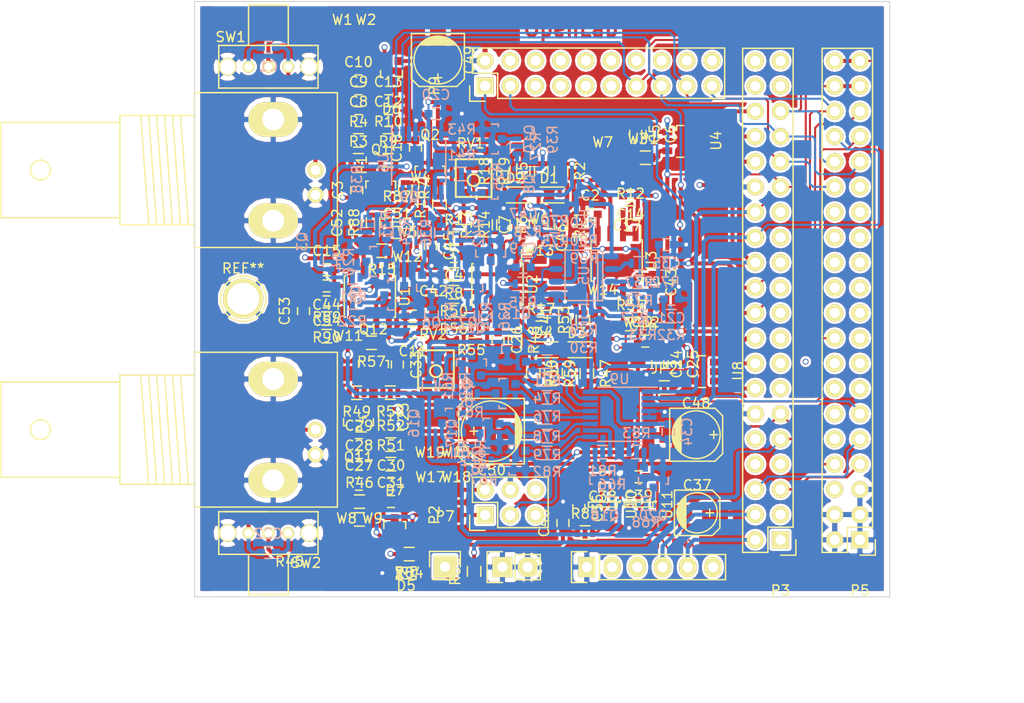
<source format=kicad_pcb>
(kicad_pcb (version 4) (host pcbnew "(after 2015-mar-04 BZR unknown)-product")
  (layers (0 F.Cu signal) (1 In1.Cu power hide) (2 In2.Cu signal hide) (31 B.Cu signal hide) (34 B.Paste user) (35 F.Paste user) (36 B.SilkS user) (37 F.SilkS user) (38 B.Mask user) (39 F.Mask user) (44 Edge.Cuts user))
  (net 0 "")
  (net 1 "Net-(C1-Pad1)")
  (net 2 "Net-(C1-Pad2)")
  (net 3 GND)
  (net 4 -5V)
  (net 5 +5V)
  (net 6 "Net-(C4-Pad1)")
  (net 7 +3.3V)
  (net 8 "Net-(C7-Pad1)")
  (net 9 "Net-(C7-Pad2)")
  (net 10 "Net-(C10-Pad1)")
  (net 11 "Net-(C10-Pad2)")
  (net 12 /uC_ADC_CH0)
  (net 13 "Net-(C17-Pad1)")
  (net 14 "Net-(C19-Pad1)")
  (net 15 "Net-(C21-Pad1)")
  (net 16 "Net-(C22-Pad1)")
  (net 17 "Net-(C22-Pad2)")
  (net 18 "Net-(C26-Pad1)")
  (net 19 "Net-(C26-Pad2)")
  (net 20 "Net-(C27-Pad1)")
  (net 21 "Net-(C27-Pad2)")
  (net 22 /uC_ADC_CH1)
  (net 23 "Net-(C35-Pad1)")
  (net 24 "Net-(C37-Pad2)")
  (net 25 "Net-(C38-Pad1)")
  (net 26 "Net-(C38-Pad2)")
  (net 27 "Net-(C39-Pad1)")
  (net 28 "Net-(C39-Pad2)")
  (net 29 "Net-(D1-Pad1)")
  (net 30 "Net-(D1-Pad2)")
  (net 31 "Net-(D2-Pad1)")
  (net 32 "Net-(D3-Pad1)")
  (net 33 "Net-(D3-Pad2)")
  (net 34 "Net-(D4-Pad1)")
  (net 35 "Net-(D5-Pad1)")
  (net 36 "Net-(JP1-Pad2)")
  (net 37 "Net-(JP2-Pad2)")
  (net 38 /TRIG_OUT_0)
  (net 39 /TRIG_OUT_1)
  (net 40 /TRIG_PWM_1)
  (net 41 /PROBE_COMP)
  (net 42 /SPI_ADC_0_CS)
  (net 43 /SPI_ADC_0_SDO)
  (net 44 /SPI_ADC_0_SCLK)
  (net 45 /UART_TxD)
  (net 46 /UART_RxD)
  (net 47 /SPI_ADC_1_CS)
  (net 48 /AMP_SEL1_A0)
  (net 49 /SPI_ADC_1_SDO)
  (net 50 /AMP_SEL1_A1)
  (net 51 /SPI_ADC_1_SCLK)
  (net 52 /AMP_SEL1_A2)
  (net 53 /AMP_SEL0_A0)
  (net 54 /AMP_SEL0_A1)
  (net 55 /AMP_SEL0_A2)
  (net 56 /TRIG_PWM_0)
  (net 57 "Net-(P7-Pad1)")
  (net 58 "Net-(Q1-Pad2)")
  (net 59 "Net-(Q2-Pad1)")
  (net 60 "Net-(Q2-Pad2)")
  (net 61 "Net-(Q3-Pad1)")
  (net 62 "Net-(Q3-Pad3)")
  (net 63 "Net-(Q4-Pad1)")
  (net 64 "Net-(Q4-Pad3)")
  (net 65 "Net-(Q5-Pad1)")
  (net 66 "Net-(Q5-Pad3)")
  (net 67 "Net-(Q6-Pad1)")
  (net 68 "Net-(Q6-Pad3)")
  (net 69 "Net-(Q7-Pad1)")
  (net 70 "Net-(Q7-Pad3)")
  (net 71 "Net-(Q8-Pad1)")
  (net 72 "Net-(Q8-Pad3)")
  (net 73 "Net-(Q9-Pad1)")
  (net 74 "Net-(Q9-Pad3)")
  (net 75 "Net-(Q10-Pad1)")
  (net 76 "Net-(Q10-Pad3)")
  (net 77 "Net-(Q11-Pad2)")
  (net 78 "Net-(Q12-Pad1)")
  (net 79 "Net-(Q12-Pad2)")
  (net 80 "Net-(Q13-Pad1)")
  (net 81 "Net-(Q13-Pad3)")
  (net 82 "Net-(Q14-Pad1)")
  (net 83 "Net-(Q14-Pad3)")
  (net 84 "Net-(Q15-Pad1)")
  (net 85 "Net-(Q15-Pad3)")
  (net 86 "Net-(Q16-Pad1)")
  (net 87 "Net-(Q16-Pad3)")
  (net 88 "Net-(Q17-Pad1)")
  (net 89 "Net-(Q17-Pad3)")
  (net 90 "Net-(Q18-Pad1)")
  (net 91 "Net-(Q18-Pad3)")
  (net 92 "Net-(Q19-Pad1)")
  (net 93 "Net-(Q19-Pad3)")
  (net 94 "Net-(Q20-Pad1)")
  (net 95 "Net-(Q20-Pad3)")
  (net 96 "Net-(R15-Pad1)")
  (net 97 "Net-(R12-Pad1)")
  (net 98 "Net-(R13-Pad1)")
  (net 99 "Net-(R15-Pad2)")
  (net 100 "Net-(R16-Pad1)")
  (net 101 "Net-(R29-Pad1)")
  (net 102 "Net-(R29-Pad2)")
  (net 103 "Net-(R31-Pad2)")
  (net 104 "Net-(R34-Pad2)")
  (net 105 "Net-(R36-Pad2)")
  (net 106 "Net-(R37-Pad1)")
  (net 107 "Net-(R38-Pad2)")
  (net 108 "Net-(R39-Pad2)")
  (net 109 "Net-(R41-Pad2)")
  (net 110 "Net-(R42-Pad2)")
  (net 111 "Net-(R43-Pad2)")
  (net 112 "Net-(R50-Pad2)")
  (net 113 "Net-(R54-Pad1)")
  (net 114 "Net-(R55-Pad1)")
  (net 115 "Net-(R57-Pad2)")
  (net 116 "Net-(R58-Pad1)")
  (net 117 "Net-(R69-Pad1)")
  (net 118 "Net-(R69-Pad2)")
  (net 119 "Net-(R71-Pad2)")
  (net 120 "Net-(R74-Pad2)")
  (net 121 "Net-(R76-Pad2)")
  (net 122 "Net-(R77-Pad1)")
  (net 123 "Net-(R78-Pad2)")
  (net 124 "Net-(R79-Pad2)")
  (net 125 "Net-(R81-Pad2)")
  (net 126 "Net-(R82-Pad2)")
  (net 127 "Net-(R83-Pad2)")
  (net 128 "Net-(C51-Pad1)")
  (net 129 "Net-(C52-Pad1)")
  (net 130 "Net-(C53-Pad1)")
  (net 131 "Net-(C54-Pad1)")
  (module Capacitors_SMD:C_0603 (layer B.Cu) (at 58.92165 34.62147)
    (fp_text reference C1 (at 0 1.9) (layer B.SilkS) (effects (justify mirror)))
    (fp_text value 47n)
    (pad 1 smd rect (at -0.75 0) (size 0.8 0.75) (layers B.Cu B.Paste B.Mask) (net 1 "Net-(C1-Pad1)"))
    (pad 2 smd rect (at 0.75 0) (size 0.8 0.75) (layers B.Cu B.Paste B.Mask) (net 2 "Net-(C1-Pad2)"))
  )
  (module Capacitors_SMD:C_0603 (layer F.Cu) (at 91.34348 51.45024)
    (fp_text reference C2 (at 0 -1.9) (layer F.SilkS))
    (fp_text value 100n)
    (pad 1 smd rect (at -0.75 0) (size 0.8 0.75) (layers F.Cu F.Paste F.Mask) (net 3 GND))
    (pad 2 smd rect (at 0.75 0) (size 0.8 0.75) (layers F.Cu F.Paste F.Mask) (net 4 -5V))
  )
  (module Capacitors_SMD:C_0603 (layer F.Cu) (at 67.82092 49.01184 90)
    (fp_text reference C3 (at 0 -1.9 90) (layer F.SilkS))
    (fp_text value 100n)
    (pad 1 smd rect (at -0.75 0 90) (size 0.8 0.75) (layers F.Cu F.Paste F.Mask) (net 5 +5V))
    (pad 2 smd rect (at 0.75 0 90) (size 0.8 0.75) (layers F.Cu F.Paste F.Mask) (net 3 GND))
  )
  (module Capacitors_SMD:C_0603 (layer F.Cu) (at 77.6 55.7 180)
    (fp_text reference C4 (at 0 -1.9 180) (layer F.SilkS))
    (fp_text value 100n)
    (pad 1 smd rect (at -0.75 0 180) (size 0.8 0.75) (layers F.Cu F.Paste F.Mask) (net 6 "Net-(C4-Pad1)"))
    (pad 2 smd rect (at 0.75 0 180) (size 0.8 0.75) (layers F.Cu F.Paste F.Mask) (net 3 GND))
  )
  (module Capacitors_SMD:C_0603 (layer F.Cu) (at 95.91888 43.34764 270)
    (fp_text reference C5 (at 0 -1.9 270) (layer F.SilkS))
    (fp_text value 1u)
    (pad 1 smd rect (at -0.75 0 270) (size 0.8 0.75) (layers F.Cu F.Paste F.Mask) (net 7 +3.3V))
    (pad 2 smd rect (at 0.75 0 270) (size 0.8 0.75) (layers F.Cu F.Paste F.Mask) (net 3 GND))
  )
  (module Capacitors_SMD:C_0603 (layer F.Cu) (at 97.55464 43.34764 270)
    (fp_text reference C6 (at 0 -1.9 270) (layer F.SilkS))
    (fp_text value 100n)
    (pad 1 smd rect (at -0.75 0 270) (size 0.8 0.75) (layers F.Cu F.Paste F.Mask) (net 7 +3.3V))
    (pad 2 smd rect (at 0.75 0 270) (size 0.8 0.75) (layers F.Cu F.Paste F.Mask) (net 3 GND))
  )
  (module Capacitors_SMD:C_0603 (layer F.Cu) (at 84.6 52.5 90)
    (fp_text reference C7 (at 0 -1.9 90) (layer F.SilkS))
    (fp_text value 22p)
    (pad 1 smd rect (at -0.75 0 90) (size 0.8 0.75) (layers F.Cu F.Paste F.Mask) (net 8 "Net-(C7-Pad1)"))
    (pad 2 smd rect (at 0.75 0 90) (size 0.8 0.75) (layers F.Cu F.Paste F.Mask) (net 9 "Net-(C7-Pad2)"))
  )
  (module Capacitors_SMD:C_0603 (layer F.Cu) (at 68 42)
    (fp_text reference C8 (at 0 -1.9) (layer F.SilkS))
    (fp_text value 10p)
    (pad 1 smd rect (at -0.75 0) (size 0.8 0.75) (layers F.Cu F.Paste F.Mask) (net 10 "Net-(C10-Pad1)"))
    (pad 2 smd rect (at 0.75 0) (size 0.8 0.75) (layers F.Cu F.Paste F.Mask) (net 11 "Net-(C10-Pad2)"))
  )
  (module Capacitors_SMD:C_0603 (layer F.Cu) (at 68 40)
    (fp_text reference C9 (at 0 -1.9) (layer F.SilkS))
    (fp_text value 10p)
    (pad 1 smd rect (at -0.75 0) (size 0.8 0.75) (layers F.Cu F.Paste F.Mask) (net 10 "Net-(C10-Pad1)"))
    (pad 2 smd rect (at 0.75 0) (size 0.8 0.75) (layers F.Cu F.Paste F.Mask) (net 11 "Net-(C10-Pad2)"))
  )
  (module Capacitors_SMD:C_0603 (layer F.Cu) (at 68 38)
    (fp_text reference C10 (at 0 -1.9) (layer F.SilkS))
    (fp_text value 15p)
    (pad 1 smd rect (at -0.75 0) (size 0.8 0.75) (layers F.Cu F.Paste F.Mask) (net 10 "Net-(C10-Pad1)"))
    (pad 2 smd rect (at 0.75 0) (size 0.8 0.75) (layers F.Cu F.Paste F.Mask) (net 11 "Net-(C10-Pad2)"))
  )
  (module Capacitors_SMD:C_0603 (layer F.Cu) (at 73.47204 63.34506 180)
    (fp_text reference C11 (at 0 -1.9 180) (layer F.SilkS))
    (fp_text value 100n)
    (pad 1 smd rect (at -0.75 0 180) (size 0.8 0.75) (layers F.Cu F.Paste F.Mask) (net 3 GND))
    (pad 2 smd rect (at 0.75 0 180) (size 0.8 0.75) (layers F.Cu F.Paste F.Mask) (net 5 +5V))
  )
  (module Capacitors_SMD:C_0603 (layer F.Cu) (at 71 42)
    (fp_text reference C12 (at 0 -1.9) (layer F.SilkS))
    (fp_text value 10p)
    (pad 1 smd rect (at -0.75 0) (size 0.8 0.75) (layers F.Cu F.Paste F.Mask) (net 11 "Net-(C10-Pad2)"))
    (pad 2 smd rect (at 0.75 0) (size 0.8 0.75) (layers F.Cu F.Paste F.Mask) (net 3 GND))
  )
  (module Capacitors_SMD:C_0603 (layer F.Cu) (at 71 40)
    (fp_text reference C13 (at 0 -1.9) (layer F.SilkS))
    (fp_text value 15p)
    (pad 1 smd rect (at -0.75 0) (size 0.8 0.75) (layers F.Cu F.Paste F.Mask) (net 11 "Net-(C10-Pad2)"))
    (pad 2 smd rect (at 0.75 0) (size 0.8 0.75) (layers F.Cu F.Paste F.Mask) (net 3 GND))
  )
  (module Capacitors_SMD:C_0603 (layer F.Cu) (at 95.38716 49.5681 180)
    (fp_text reference C14 (at 0 -1.9 180) (layer F.SilkS))
    (fp_text value 10p)
    (pad 1 smd rect (at -0.75 0 180) (size 0.8 0.75) (layers F.Cu F.Paste F.Mask) (net 12 /uC_ADC_CH0))
    (pad 2 smd rect (at 0.75 0 180) (size 0.8 0.75) (layers F.Cu F.Paste F.Mask) (net 3 GND))
  )
  (module Capacitors_SMD:C_0603 (layer F.Cu) (at 64.80048 57.0357)
    (fp_text reference C15 (at 0 -1.9) (layer F.SilkS))
    (fp_text value 100n)
    (pad 1 smd rect (at -0.75 0) (size 0.8 0.75) (layers F.Cu F.Paste F.Mask) (net 3 GND))
    (pad 2 smd rect (at 0.75 0) (size 0.8 0.75) (layers F.Cu F.Paste F.Mask) (net 4 -5V))
  )
  (module Capacitors_SMD:C_0603 (layer F.Cu) (at 96.66351 60.72759 180)
    (fp_text reference C16 (at 0 -1.9 180) (layer F.SilkS))
    (fp_text value 100n)
    (pad 1 smd rect (at -0.75 0 180) (size 0.8 0.75) (layers F.Cu F.Paste F.Mask) (net 3 GND))
    (pad 2 smd rect (at 0.75 0 180) (size 0.8 0.75) (layers F.Cu F.Paste F.Mask) (net 5 +5V))
  )
  (module Capacitors_SMD:C_0603 (layer F.Cu) (at 86.36583 61.19622)
    (fp_text reference C17 (at 8.67608 -8.5936) (layer F.SilkS))
    (fp_text value 100n)
    (pad 1 smd rect (at -0.75 0) (size 0.8 0.75) (layers F.Cu F.Paste F.Mask) (net 13 "Net-(C17-Pad1)"))
    (pad 2 smd rect (at 0.75 0) (size 0.8 0.75) (layers F.Cu F.Paste F.Mask) (net 3 GND))
  )
  (module Capacitors_SMD:C_0603 (layer F.Cu) (at 73.74166 44.74464 90)
    (fp_text reference C18 (at 0 -1.9 90) (layer F.SilkS))
    (fp_text value 100n)
    (pad 1 smd rect (at -0.75 0 90) (size 0.8 0.75) (layers F.Cu F.Paste F.Mask) (net 4 -5V))
    (pad 2 smd rect (at 0.75 0 90) (size 0.8 0.75) (layers F.Cu F.Paste F.Mask) (net 3 GND))
  )
  (module Capacitors_SMD:C_0603 (layer B.Cu) (at 84.59343 56.78424 180)
    (fp_text reference C19 (at 0 1.9 180) (layer B.SilkS) (effects (justify mirror)))
    (fp_text value 100n)
    (pad 1 smd rect (at -0.75 0 180) (size 0.8 0.75) (layers B.Cu B.Paste B.Mask) (net 14 "Net-(C19-Pad1)"))
    (pad 2 smd rect (at 0.75 0 180) (size 0.8 0.75) (layers B.Cu B.Paste B.Mask) (net 3 GND))
  )
  (module Capacitors_SMD:C_0603 (layer B.Cu) (at 75.8 41.3 180)
    (fp_text reference C20 (at 0 1.9 180) (layer B.SilkS) (effects (justify mirror)))
    (fp_text value 100n)
    (pad 1 smd rect (at -0.75 0 180) (size 0.8 0.75) (layers B.Cu B.Paste B.Mask) (net 3 GND))
    (pad 2 smd rect (at 0.75 0 180) (size 0.8 0.75) (layers B.Cu B.Paste B.Mask) (net 7 +3.3V))
  )
  (module Capacitors_SMD:C_0603 (layer B.Cu) (at 99.5 60)
    (fp_text reference C21 (at 0 1.9) (layer B.SilkS) (effects (justify mirror)))
    (fp_text value 470n)
    (pad 1 smd rect (at -0.75 0) (size 0.8 0.75) (layers B.Cu B.Paste B.Mask) (net 15 "Net-(C21-Pad1)"))
    (pad 2 smd rect (at 0.75 0) (size 0.8 0.75) (layers B.Cu B.Paste B.Mask) (net 3 GND))
  )
  (module Capacitors_SMD:C_0603 (layer B.Cu) (at 58.92165 85.53069 180)
    (fp_text reference C22 (at 0 1.9 180) (layer B.SilkS) (effects (justify mirror)))
    (fp_text value 47n)
    (pad 1 smd rect (at -0.75 0 180) (size 0.8 0.75) (layers B.Cu B.Paste B.Mask) (net 16 "Net-(C22-Pad1)"))
    (pad 2 smd rect (at 0.75 0 180) (size 0.8 0.75) (layers B.Cu B.Paste B.Mask) (net 17 "Net-(C22-Pad2)"))
  )
  (module Capacitors_SMD:C_0603 (layer F.Cu) (at 70.63765 71.86021 270)
    (fp_text reference C23 (at 0 -1.9 270) (layer F.SilkS))
    (fp_text value 100n)
    (pad 1 smd rect (at -0.75 0 270) (size 0.8 0.75) (layers F.Cu F.Paste F.Mask) (net 5 +5V))
    (pad 2 smd rect (at 0.75 0 270) (size 0.8 0.75) (layers F.Cu F.Paste F.Mask) (net 3 GND))
  )
  (module Capacitors_SMD:C_0603 (layer F.Cu) (at 98.1455 66.54764 270)
    (fp_text reference C24 (at 0 -1.9 270) (layer F.SilkS))
    (fp_text value 1u)
    (pad 1 smd rect (at -0.75 0 270) (size 0.8 0.75) (layers F.Cu F.Paste F.Mask) (net 7 +3.3V))
    (pad 2 smd rect (at 0.75 0 270) (size 0.8 0.75) (layers F.Cu F.Paste F.Mask) (net 3 GND))
  )
  (module Capacitors_SMD:C_0603 (layer F.Cu) (at 99.77364 66.54256 270)
    (fp_text reference C25 (at 0 -1.9 270) (layer F.SilkS))
    (fp_text value 100n)
    (pad 1 smd rect (at -0.75 0 270) (size 0.8 0.75) (layers F.Cu F.Paste F.Mask) (net 7 +3.3V))
    (pad 2 smd rect (at 0.75 0 270) (size 0.8 0.75) (layers F.Cu F.Paste F.Mask) (net 3 GND))
  )
  (module Capacitors_SMD:C_0603 (layer F.Cu) (at 82.05672 64.09944 270)
    (fp_text reference C26 (at 0 -1.9 270) (layer F.SilkS))
    (fp_text value 22p)
    (pad 1 smd rect (at -0.75 0 270) (size 0.8 0.75) (layers F.Cu F.Paste F.Mask) (net 18 "Net-(C26-Pad1)"))
    (pad 2 smd rect (at 0.75 0 270) (size 0.8 0.75) (layers F.Cu F.Paste F.Mask) (net 19 "Net-(C26-Pad2)"))
  )
  (module Capacitors_SMD:C_0603 (layer F.Cu) (at 68.05 78.65)
    (fp_text reference C27 (at 0 -1.9) (layer F.SilkS))
    (fp_text value 10p)
    (pad 1 smd rect (at -0.75 0) (size 0.8 0.75) (layers F.Cu F.Paste F.Mask) (net 20 "Net-(C27-Pad1)"))
    (pad 2 smd rect (at 0.75 0) (size 0.8 0.75) (layers F.Cu F.Paste F.Mask) (net 21 "Net-(C27-Pad2)"))
  )
  (module Capacitors_SMD:C_0603 (layer F.Cu) (at 68.05 76.65)
    (fp_text reference C28 (at 0 -1.9) (layer F.SilkS))
    (fp_text value 10p)
    (pad 1 smd rect (at -0.75 0) (size 0.8 0.75) (layers F.Cu F.Paste F.Mask) (net 20 "Net-(C27-Pad1)"))
    (pad 2 smd rect (at 0.75 0) (size 0.8 0.75) (layers F.Cu F.Paste F.Mask) (net 21 "Net-(C27-Pad2)"))
  )
  (module Capacitors_SMD:C_0603 (layer F.Cu) (at 68.05 74.65)
    (fp_text reference C29 (at 0 -1.9) (layer F.SilkS))
    (fp_text value 15p)
    (pad 1 smd rect (at -0.75 0) (size 0.8 0.75) (layers F.Cu F.Paste F.Mask) (net 20 "Net-(C27-Pad1)"))
    (pad 2 smd rect (at 0.75 0) (size 0.8 0.75) (layers F.Cu F.Paste F.Mask) (net 21 "Net-(C27-Pad2)"))
  )
  (module Capacitors_SMD:C_0603 (layer F.Cu) (at 71.2724 78.65364)
    (fp_text reference C30 (at 0 -1.9) (layer F.SilkS))
    (fp_text value 10p)
    (pad 1 smd rect (at -0.75 0) (size 0.8 0.75) (layers F.Cu F.Paste F.Mask) (net 21 "Net-(C27-Pad2)"))
    (pad 2 smd rect (at 0.75 0) (size 0.8 0.75) (layers F.Cu F.Paste F.Mask) (net 3 GND))
  )
  (module Capacitors_SMD:C_0603 (layer F.Cu) (at 71.2724 80.39608)
    (fp_text reference C31 (at 0 -1.9) (layer F.SilkS))
    (fp_text value 15p)
    (pad 1 smd rect (at -0.75 0) (size 0.8 0.75) (layers F.Cu F.Paste F.Mask) (net 21 "Net-(C27-Pad2)"))
    (pad 2 smd rect (at 0.75 0) (size 0.8 0.75) (layers F.Cu F.Paste F.Mask) (net 3 GND))
  )
  (module Capacitors_SMD:C_0603 (layer F.Cu) (at 96.8883 64.22898)
    (fp_text reference C32 (at 0 -1.9) (layer F.SilkS))
    (fp_text value 10p)
    (pad 1 smd rect (at -0.75 0) (size 0.8 0.75) (layers F.Cu F.Paste F.Mask) (net 22 /uC_ADC_CH1))
    (pad 2 smd rect (at 0.75 0) (size 0.8 0.75) (layers F.Cu F.Paste F.Mask) (net 3 GND))
  )
  (module Capacitors_SMD:C_0603 (layer F.Cu) (at 71.91756 66.59118 270)
    (fp_text reference C33 (at 0 -1.9 270) (layer F.SilkS))
    (fp_text value 100n)
    (pad 1 smd rect (at -0.75 0 270) (size 0.8 0.75) (layers F.Cu F.Paste F.Mask) (net 4 -5V))
    (pad 2 smd rect (at 0.75 0 270) (size 0.8 0.75) (layers F.Cu F.Paste F.Mask) (net 3 GND))
  )
  (module Capacitors_SMD:C_0603 (layer B.Cu) (at 99.18606 73.35809 90)
    (fp_text reference C34 (at 0 1.9 90) (layer B.SilkS) (effects (justify mirror)))
    (fp_text value 100n)
    (pad 1 smd rect (at -0.75 0 90) (size 0.8 0.75) (layers B.Cu B.Paste B.Mask) (net 3 GND))
    (pad 2 smd rect (at 0.75 0 90) (size 0.8 0.75) (layers B.Cu B.Paste B.Mask) (net 7 +3.3V))
  )
  (module Capacitors_SMD:C_0603 (layer B.Cu) (at 99 54.5)
    (fp_text reference C35 (at 0 1.9) (layer B.SilkS) (effects (justify mirror)))
    (fp_text value 470n)
    (pad 1 smd rect (at -0.75 0) (size 0.8 0.75) (layers B.Cu B.Paste B.Mask) (net 23 "Net-(C35-Pad1)"))
    (pad 2 smd rect (at 0.75 0) (size 0.8 0.75) (layers B.Cu B.Paste B.Mask) (net 3 GND))
  )
  (module Capacitors_SMD:C_0603 (layer F.Cu) (at 90.19408 81.04576 270)
    (fp_text reference C36 (at 0 -1.9 270) (layer F.SilkS))
    (fp_text value 1uF)
    (pad 1 smd rect (at -0.75 0 270) (size 0.8 0.75) (layers F.Cu F.Paste F.Mask) (net 5 +5V))
    (pad 2 smd rect (at 0.75 0 270) (size 0.8 0.75) (layers F.Cu F.Paste F.Mask) (net 3 GND))
  )
  (module Capacitors_SMD:c_elec_4x5.3 (layer F.Cu) (at 102.108 81.534)
    (fp_text reference C37 (at 0 -2.794) (layer F.SilkS))
    (fp_text value 2µ2)
    (pad 1 smd rect (at 1.80086 0) (size 2.60096 1.6002) (layers F.Cu F.Paste F.Mask) (net 3 GND))
    (pad 2 smd rect (at -1.80086 0) (size 2.60096 1.6002) (layers F.Cu F.Paste F.Mask) (net 24 "Net-(C37-Pad2)"))
  )
  (module Capacitors_SMD:C_0603 (layer F.Cu) (at 92.57751 77.9807 180)
    (fp_text reference C38 (at 0 -1.9 180) (layer F.SilkS))
    (fp_text value 1uF)
    (pad 1 smd rect (at -0.75 0 180) (size 0.8 0.75) (layers F.Cu F.Paste F.Mask) (net 25 "Net-(C38-Pad1)"))
    (pad 2 smd rect (at 0.75 0 180) (size 0.8 0.75) (layers F.Cu F.Paste F.Mask) (net 26 "Net-(C38-Pad2)"))
  )
  (module Capacitors_SMD:C_0603 (layer F.Cu) (at 96.2 77.9 180)
    (fp_text reference C39 (at 0 -1.9 180) (layer F.SilkS))
    (fp_text value 1uF)
    (pad 1 smd rect (at -0.75 0 180) (size 0.8 0.75) (layers F.Cu F.Paste F.Mask) (net 27 "Net-(C39-Pad1)"))
    (pad 2 smd rect (at 0.75 0 180) (size 0.8 0.75) (layers F.Cu F.Paste F.Mask) (net 28 "Net-(C39-Pad2)"))
  )
  (module Capacitors_SMD:C_0603 (layer F.Cu) (at 88.59012 82.55508 90)
    (fp_text reference C40 (at 0 -1.9 90) (layer F.SilkS))
    (fp_text value 100n)
    (pad 1 smd rect (at -0.75 0 90) (size 0.8 0.75) (layers F.Cu F.Paste F.Mask) (net 4 -5V))
    (pad 2 smd rect (at 0.75 0 90) (size 0.8 0.75) (layers F.Cu F.Paste F.Mask) (net 3 GND))
  )
  (module Capacitors_SMD:C_0603 (layer F.Cu) (at 88.8 62.1 90)
    (fp_text reference C41 (at 0 -1.9 90) (layer F.SilkS))
    (fp_text value 1µ)
    (pad 1 smd rect (at -0.75 0 90) (size 0.8 0.75) (layers F.Cu F.Paste F.Mask) (net 5 +5V))
    (pad 2 smd rect (at 0.75 0 90) (size 0.8 0.75) (layers F.Cu F.Paste F.Mask) (net 3 GND))
  )
  (module Capacitors_SMD:C_0603 (layer F.Cu) (at 73.46442 61.71438)
    (fp_text reference C42 (at 2.07596 -2.52452) (layer F.SilkS))
    (fp_text value 1µ)
    (pad 1 smd rect (at -0.75 0) (size 0.8 0.75) (layers F.Cu F.Paste F.Mask) (net 5 +5V))
    (pad 2 smd rect (at 0.75 0) (size 0.8 0.75) (layers F.Cu F.Paste F.Mask) (net 3 GND))
  )
  (module Capacitors_SMD:C_0603 (layer F.Cu) (at 97.6 58.3 270)
    (fp_text reference C43 (at 0 -1.9 270) (layer F.SilkS))
    (fp_text value 1uF)
    (pad 1 smd rect (at -0.75 0 270) (size 0.8 0.75) (layers F.Cu F.Paste F.Mask) (net 5 +5V))
    (pad 2 smd rect (at 0.75 0 270) (size 0.8 0.75) (layers F.Cu F.Paste F.Mask) (net 3 GND))
  )
  (module Capacitors_SMD:C_0603 (layer F.Cu) (at 64.78524 58.66638 180)
    (fp_text reference C44 (at 0 -1.9 180) (layer F.SilkS))
    (fp_text value 1uF)
    (pad 1 smd rect (at -0.75 0 180) (size 0.8 0.75) (layers F.Cu F.Paste F.Mask) (net 4 -5V))
    (pad 2 smd rect (at 0.75 0 180) (size 0.8 0.75) (layers F.Cu F.Paste F.Mask) (net 3 GND))
  )
  (module Capacitors_SMD:C_0603 (layer F.Cu) (at 75.23988 54.65064 270)
    (fp_text reference C45 (at 0 -1.9 270) (layer F.SilkS))
    (fp_text value 1uF)
    (pad 1 smd rect (at -0.75 0 270) (size 0.8 0.75) (layers F.Cu F.Paste F.Mask) (net 4 -5V))
    (pad 2 smd rect (at 0.75 0 270) (size 0.8 0.75) (layers F.Cu F.Paste F.Mask) (net 3 GND))
  )
  (module Capacitors_SMD:C_0603 (layer F.Cu) (at 90.36558 53.80482 90)
    (fp_text reference C46 (at 0 -1.9 90) (layer F.SilkS))
    (fp_text value 1uF)
    (pad 1 smd rect (at -0.75 0 90) (size 0.8 0.75) (layers F.Cu F.Paste F.Mask) (net 4 -5V))
    (pad 2 smd rect (at 0.75 0 90) (size 0.8 0.75) (layers F.Cu F.Paste F.Mask) (net 3 GND))
  )
  (module Capacitors_SMD:C_0603 (layer B.Cu) (at 84.6 53.3 180)
    (fp_text reference C47 (at 0 1.9 180) (layer B.SilkS) (effects (justify mirror)))
    (fp_text value 1uF)
    (pad 1 smd rect (at -0.75 0 180) (size 0.8 0.75) (layers B.Cu B.Paste B.Mask) (net 7 +3.3V))
    (pad 2 smd rect (at 0.75 0 180) (size 0.8 0.75) (layers B.Cu B.Paste B.Mask) (net 3 GND))
  )
  (module Capacitors_SMD:c_elec_5x5.3 (layer F.Cu) (at 102.0064 73.66)
    (fp_text reference C48 (at 0 -3.175) (layer F.SilkS))
    (fp_text value 10µ)
    (pad 1 smd rect (at 2.19964 0) (size 2.99974 1.6002) (layers F.Cu F.Paste F.Mask) (net 5 +5V))
    (pad 2 smd rect (at -2.19964 0) (size 2.99974 1.6002) (layers F.Cu F.Paste F.Mask) (net 3 GND))
  )
  (module Capacitors_SMD:c_elec_5x5.3 (layer F.Cu) (at 76 35.9 270)
    (fp_text reference C49 (at 0 -3.175 270) (layer F.SilkS))
    (fp_text value 10µ)
    (pad 1 smd rect (at 2.19964 0 270) (size 2.99974 1.6002) (layers F.Cu F.Paste F.Mask) (net 7 +3.3V))
    (pad 2 smd rect (at -2.19964 0 270) (size 2.99974 1.6002) (layers F.Cu F.Paste F.Mask) (net 3 GND))
  )
  (module Capacitors_SMD:c_elec_6.3x5.8 (layer F.Cu) (at 81.4 73.3 180)
    (fp_text reference C50 (at 0 -3.937 180) (layer F.SilkS))
    (fp_text value 100µ)
    (pad 1 smd rect (at 2.75082 0 180) (size 3.59918 1.6002) (layers F.Cu F.Paste F.Mask) (net 5 +5V))
    (pad 2 smd rect (at -2.75082 0 180) (size 3.59918 1.6002) (layers F.Cu F.Paste F.Mask) (net 3 GND))
  )
  (module Diodes_SMD:SOD-323 (layer F.Cu) (at 87.2 49.5)
    (fp_text reference D1 (at 0 -1.7) (layer F.SilkS))
    (fp_text value D)
    (pad 1 smd rect (at -1.055 0) (size 0.59 0.45) (layers F.Cu F.Paste F.Mask) (net 29 "Net-(D1-Pad1)"))
    (pad 2 smd rect (at 1.055 0) (size 0.59 0.45) (layers F.Cu F.Paste F.Mask) (net 30 "Net-(D1-Pad2)"))
  )
  (module Diodes_SMD:SOD-323 (layer F.Cu) (at 83.8 49.5)
    (fp_text reference D2 (at 0 -1.7) (layer F.SilkS))
    (fp_text value D)
    (pad 1 smd rect (at -1.055 0) (size 0.59 0.45) (layers F.Cu F.Paste F.Mask) (net 31 "Net-(D2-Pad1)"))
    (pad 2 smd rect (at 1.055 0) (size 0.59 0.45) (layers F.Cu F.Paste F.Mask) (net 29 "Net-(D1-Pad1)"))
  )
  (module Diodes_SMD:SOD-323 (layer F.Cu) (at 90 65.1)
    (fp_text reference D3 (at 0 -1.7) (layer F.SilkS))
    (fp_text value D)
    (pad 1 smd rect (at -1.055 0) (size 0.59 0.45) (layers F.Cu F.Paste F.Mask) (net 32 "Net-(D3-Pad1)"))
    (pad 2 smd rect (at 1.055 0) (size 0.59 0.45) (layers F.Cu F.Paste F.Mask) (net 33 "Net-(D3-Pad2)"))
  )
  (module Diodes_SMD:SOD-323 (layer F.Cu) (at 86.6 65.1)
    (fp_text reference D4 (at 0 -1.7) (layer F.SilkS))
    (fp_text value D)
    (pad 1 smd rect (at -1.055 0) (size 0.59 0.45) (layers F.Cu F.Paste F.Mask) (net 34 "Net-(D4-Pad1)"))
    (pad 2 smd rect (at 1.055 0) (size 0.59 0.45) (layers F.Cu F.Paste F.Mask) (net 32 "Net-(D3-Pad1)"))
  )
  (module LEDs:LED-0805 (layer F.Cu) (at 72.8 87.6 180)
    (fp_text reference D5 (at 0 -1.27 180) (layer F.SilkS))
    (fp_text value LED)
    (pad 1 smd rect (at -1.04902 0 180) (size 1.19888 1.19888) (layers F.Cu F.Paste F.Mask) (net 35 "Net-(D5-Pad1)"))
    (pad 2 smd rect (at 1.04902 0 180) (size 1.19888 1.19888) (layers F.Cu F.Paste F.Mask) (net 3 GND))
  )
  (module Diodes_SMD:Diode_SOT23 (layer F.Cu) (at 71.3232 37.00272 180)
    (fp_text reference D6 (at 0 -3.81 180) (layer F.SilkS))
    (fp_text value BAV99)
    (pad 1 smd rect (at -0.70104 1.00076 180) (size 0.8001 0.8001) (layers F.Cu F.Paste F.Mask) (net 4 -5V))
    (pad 2 smd rect (at 0.70104 1.00076 180) (size 0.8001 0.8001) (layers F.Cu F.Paste F.Mask) (net 5 +5V))
    (pad 3 smd rect (at 0 -0.99822 180) (size 0.8001 0.8001) (layers F.Cu F.Paste F.Mask) (net 11 "Net-(C10-Pad2)"))
  )
  (module Diodes_SMD:Diode_SOT23 (layer F.Cu) (at 71.65467 83.06181)
    (fp_text reference D7 (at 0 -3.81) (layer F.SilkS))
    (fp_text value BAV99)
    (pad 1 smd rect (at -0.70104 1.00076) (size 0.8001 0.8001) (layers F.Cu F.Paste F.Mask) (net 4 -5V))
    (pad 2 smd rect (at 0.70104 1.00076) (size 0.8001 0.8001) (layers F.Cu F.Paste F.Mask) (net 5 +5V))
    (pad 3 smd rect (at 0 -0.99822) (size 0.8001 0.8001) (layers F.Cu F.Paste F.Mask) (net 21 "Net-(C27-Pad2)"))
  )
  (module Resistors_SMD:R_0603 (layer F.Cu) (at 96.8883 45.74286)
    (fp_text reference JP1 (at 0 -1.9) (layer F.SilkS))
    (fp_text value Jumper_NO_Small)
    (pad 1 smd rect (at -0.75 0) (size 0.5 0.9) (layers F.Cu F.Paste F.Mask) (net 12 /uC_ADC_CH0))
    (pad 2 smd rect (at 0.75 0) (size 0.5 0.9) (layers F.Cu F.Paste F.Mask) (net 36 "Net-(JP1-Pad2)"))
  )
  (module Resistors_SMD:R_0603 (layer F.Cu) (at 98.8 68.9)
    (fp_text reference JP2 (at 0 -1.9) (layer F.SilkS))
    (fp_text value Jumper_NO_Small)
    (pad 1 smd rect (at -0.75 0) (size 0.5 0.9) (layers F.Cu F.Paste F.Mask) (net 22 /uC_ADC_CH1))
    (pad 2 smd rect (at 0.75 0) (size 0.5 0.9) (layers F.Cu F.Paste F.Mask) (net 37 "Net-(JP2-Pad2)"))
  )
  (module Sockets_BNC:BNC_Socket_TYCO-AMP (layer F.Cu) (at 58.674 46.99 90)
    (fp_text reference P1 (at 0.508 9.652 90) (layer F.SilkS))
    (fp_text value BNC)
    (pad 2 thru_hole oval (at -5.09778 0.7366 90) (size 3.50012 5.00126) (drill 2.19964) (layers *.Cu *.Mask F.SilkS) (net 3 GND))
    (pad 2 thru_hole oval (at 5.10032 0.7366 90) (size 3.50012 5.00126) (drill 2.19964) (layers *.Cu *.Mask F.SilkS) (net 3 GND))
    (pad 1 thru_hole circle (at 0 5.00126 90) (size 1.6002 1.6002) (drill 1.00076) (layers *.Cu *.Mask F.SilkS) (net 2 "Net-(C1-Pad2)"))
    (pad 2 thru_hole circle (at -2.49936 5.00126 90) (size 1.6002 1.6002) (drill 1.00076) (layers *.Cu *.Mask F.SilkS) (net 3 GND))
  )
  (module Pin_Headers:Pin_Header_Straight_2x03 (layer F.Cu) (at 80.75 81.75 90)
    (fp_text reference P2 (at 0 -5.1 90) (layer F.SilkS))
    (fp_text value TIVA-C_BP2)
    (pad 1 thru_hole rect (at 0 0 90) (size 1.7272 1.7272) (drill 1.016) (layers *.Cu *.Mask F.SilkS) (net 7 +3.3V))
    (pad 2 thru_hole oval (at 2.54 0 90) (size 1.7272 1.7272) (drill 1.016) (layers *.Cu *.Mask F.SilkS) (net 5 +5V))
    (pad 3 thru_hole oval (at 0 2.54 90) (size 1.7272 1.7272) (drill 1.016) (layers *.Cu *.Mask F.SilkS) (net 22 /uC_ADC_CH1))
    (pad 4 thru_hole oval (at 2.54 2.54 90) (size 1.7272 1.7272) (drill 1.016) (layers *.Cu *.Mask F.SilkS) (net 3 GND))
    (pad 5 thru_hole oval (at 0 5.08 90) (size 1.7272 1.7272) (drill 1.016) (layers *.Cu *.Mask F.SilkS))
    (pad 6 thru_hole oval (at 2.54 5.08 90) (size 1.7272 1.7272) (drill 1.016) (layers *.Cu *.Mask F.SilkS) (net 12 /uC_ADC_CH0))
  )
  (module Pin_Headers:Pin_Header_Straight_2x20 (layer F.Cu) (at 110.5 84.25 180)
    (fp_text reference P3 (at 0 -5.1 180) (layer F.SilkS))
    (fp_text value DE0_Connector_GPIO1)
    (pad 1 thru_hole rect (at 0 0 180) (size 1.7272 1.7272) (drill 1.016) (layers *.Cu *.Mask F.SilkS))
    (pad 2 thru_hole oval (at 2.54 0 180) (size 1.7272 1.7272) (drill 1.016) (layers *.Cu *.Mask F.SilkS) (net 46 /UART_RxD))
    (pad 3 thru_hole oval (at 0 2.54 180) (size 1.7272 1.7272) (drill 1.016) (layers *.Cu *.Mask F.SilkS))
    (pad 4 thru_hole oval (at 2.54 2.54 180) (size 1.7272 1.7272) (drill 1.016) (layers *.Cu *.Mask F.SilkS) (net 45 /UART_TxD))
    (pad 5 thru_hole oval (at 0 5.08 180) (size 1.7272 1.7272) (drill 1.016) (layers *.Cu *.Mask F.SilkS) (net 38 /TRIG_OUT_0))
    (pad 6 thru_hole oval (at 2.54 5.08 180) (size 1.7272 1.7272) (drill 1.016) (layers *.Cu *.Mask F.SilkS) (net 39 /TRIG_OUT_1))
    (pad 7 thru_hole oval (at 0 7.62 180) (size 1.7272 1.7272) (drill 1.016) (layers *.Cu *.Mask F.SilkS))
    (pad 8 thru_hole oval (at 2.54 7.62 180) (size 1.7272 1.7272) (drill 1.016) (layers *.Cu *.Mask F.SilkS))
    (pad 9 thru_hole oval (at 0 10.16 180) (size 1.7272 1.7272) (drill 1.016) (layers *.Cu *.Mask F.SilkS) (net 41 /PROBE_COMP))
    (pad 10 thru_hole oval (at 2.54 10.16 180) (size 1.7272 1.7272) (drill 1.016) (layers *.Cu *.Mask F.SilkS))
    (pad 11 thru_hole oval (at 0 12.7 180) (size 1.7272 1.7272) (drill 1.016) (layers *.Cu *.Mask F.SilkS) (net 5 +5V))
    (pad 12 thru_hole oval (at 2.54 12.7 180) (size 1.7272 1.7272) (drill 1.016) (layers *.Cu *.Mask F.SilkS) (net 3 GND))
    (pad 13 thru_hole oval (at 0 15.24 180) (size 1.7272 1.7272) (drill 1.016) (layers *.Cu *.Mask F.SilkS))
    (pad 14 thru_hole oval (at 2.54 15.24 180) (size 1.7272 1.7272) (drill 1.016) (layers *.Cu *.Mask F.SilkS) (net 51 /SPI_ADC_1_SCLK))
    (pad 15 thru_hole oval (at 0 17.78 180) (size 1.7272 1.7272) (drill 1.016) (layers *.Cu *.Mask F.SilkS))
    (pad 16 thru_hole oval (at 2.54 17.78 180) (size 1.7272 1.7272) (drill 1.016) (layers *.Cu *.Mask F.SilkS) (net 49 /SPI_ADC_1_SDO))
    (pad 17 thru_hole oval (at 0 20.32 180) (size 1.7272 1.7272) (drill 1.016) (layers *.Cu *.Mask F.SilkS))
    (pad 18 thru_hole oval (at 2.54 20.32 180) (size 1.7272 1.7272) (drill 1.016) (layers *.Cu *.Mask F.SilkS) (net 47 /SPI_ADC_1_CS))
    (pad 19 thru_hole oval (at 0 22.86 180) (size 1.7272 1.7272) (drill 1.016) (layers *.Cu *.Mask F.SilkS))
    (pad 20 thru_hole oval (at 2.54 22.86 180) (size 1.7272 1.7272) (drill 1.016) (layers *.Cu *.Mask F.SilkS) (net 56 /TRIG_PWM_0))
    (pad 21 thru_hole oval (at 0 25.4 180) (size 1.7272 1.7272) (drill 1.016) (layers *.Cu *.Mask F.SilkS))
    (pad 22 thru_hole oval (at 2.54 25.4 180) (size 1.7272 1.7272) (drill 1.016) (layers *.Cu *.Mask F.SilkS) (net 40 /TRIG_PWM_1))
    (pad 23 thru_hole oval (at 0 27.94 180) (size 1.7272 1.7272) (drill 1.016) (layers *.Cu *.Mask F.SilkS))
    (pad 24 thru_hole oval (at 2.54 27.94 180) (size 1.7272 1.7272) (drill 1.016) (layers *.Cu *.Mask F.SilkS) (net 52 /AMP_SEL1_A2))
    (pad 25 thru_hole oval (at 0 30.48 180) (size 1.7272 1.7272) (drill 1.016) (layers *.Cu *.Mask F.SilkS))
    (pad 26 thru_hole oval (at 2.54 30.48 180) (size 1.7272 1.7272) (drill 1.016) (layers *.Cu *.Mask F.SilkS) (net 50 /AMP_SEL1_A1))
    (pad 27 thru_hole oval (at 0 33.02 180) (size 1.7272 1.7272) (drill 1.016) (layers *.Cu *.Mask F.SilkS))
    (pad 28 thru_hole oval (at 2.54 33.02 180) (size 1.7272 1.7272) (drill 1.016) (layers *.Cu *.Mask F.SilkS) (net 48 /AMP_SEL1_A0))
    (pad 29 thru_hole oval (at 0 35.56 180) (size 1.7272 1.7272) (drill 1.016) (layers *.Cu *.Mask F.SilkS) (net 7 +3.3V))
    (pad 30 thru_hole oval (at 2.54 35.56 180) (size 1.7272 1.7272) (drill 1.016) (layers *.Cu *.Mask F.SilkS) (net 3 GND))
    (pad 31 thru_hole oval (at 0 38.1 180) (size 1.7272 1.7272) (drill 1.016) (layers *.Cu *.Mask F.SilkS) (net 53 /AMP_SEL0_A0))
    (pad 32 thru_hole oval (at 2.54 38.1 180) (size 1.7272 1.7272) (drill 1.016) (layers *.Cu *.Mask F.SilkS) (net 44 /SPI_ADC_0_SCLK))
    (pad 33 thru_hole oval (at 0 40.64 180) (size 1.7272 1.7272) (drill 1.016) (layers *.Cu *.Mask F.SilkS) (net 54 /AMP_SEL0_A1))
    (pad 34 thru_hole oval (at 2.54 40.64 180) (size 1.7272 1.7272) (drill 1.016) (layers *.Cu *.Mask F.SilkS) (net 43 /SPI_ADC_0_SDO))
    (pad 35 thru_hole oval (at 0 43.18 180) (size 1.7272 1.7272) (drill 1.016) (layers *.Cu *.Mask F.SilkS) (net 55 /AMP_SEL0_A2))
    (pad 36 thru_hole oval (at 2.54 43.18 180) (size 1.7272 1.7272) (drill 1.016) (layers *.Cu *.Mask F.SilkS) (net 42 /SPI_ADC_0_CS))
    (pad 37 thru_hole oval (at 0 45.72 180) (size 1.7272 1.7272) (drill 1.016) (layers *.Cu *.Mask F.SilkS))
    (pad 38 thru_hole oval (at 2.54 45.72 180) (size 1.7272 1.7272) (drill 1.016) (layers *.Cu *.Mask F.SilkS))
    (pad 39 thru_hole oval (at 0 48.26 180) (size 1.7272 1.7272) (drill 1.016) (layers *.Cu *.Mask F.SilkS))
    (pad 40 thru_hole oval (at 2.54 48.26 180) (size 1.7272 1.7272) (drill 1.016) (layers *.Cu *.Mask F.SilkS))
  )
  (module Sockets_BNC:BNC_Socket_TYCO-AMP (layer F.Cu) (at 58.674 73.152 90)
    (fp_text reference P4 (at 0.508 9.652 90) (layer F.SilkS))
    (fp_text value BNC)
    (pad 2 thru_hole oval (at -5.09778 0.7366 90) (size 3.50012 5.00126) (drill 2.19964) (layers *.Cu *.Mask F.SilkS) (net 3 GND))
    (pad 2 thru_hole oval (at 5.10032 0.7366 90) (size 3.50012 5.00126) (drill 2.19964) (layers *.Cu *.Mask F.SilkS) (net 3 GND))
    (pad 1 thru_hole circle (at 0 5.00126 90) (size 1.6002 1.6002) (drill 1.00076) (layers *.Cu *.Mask F.SilkS) (net 17 "Net-(C22-Pad2)"))
    (pad 2 thru_hole circle (at -2.49936 5.00126 90) (size 1.6002 1.6002) (drill 1.00076) (layers *.Cu *.Mask F.SilkS) (net 3 GND))
  )
  (module Pin_Headers:Pin_Header_Straight_2x20 (layer F.Cu) (at 118.5 84.25 180)
    (fp_text reference P5 (at 0 -5.1 180) (layer F.SilkS))
    (fp_text value XMC4500_Connector_X1)
    (pad 1 thru_hole rect (at 0 0 180) (size 1.7272 1.7272) (drill 1.016) (layers *.Cu *.Mask F.SilkS) (net 3 GND))
    (pad 2 thru_hole oval (at 2.54 0 180) (size 1.7272 1.7272) (drill 1.016) (layers *.Cu *.Mask F.SilkS) (net 3 GND))
    (pad 3 thru_hole oval (at 0 2.54 180) (size 1.7272 1.7272) (drill 1.016) (layers *.Cu *.Mask F.SilkS) (net 3 GND))
    (pad 4 thru_hole oval (at 2.54 2.54 180) (size 1.7272 1.7272) (drill 1.016) (layers *.Cu *.Mask F.SilkS) (net 3 GND))
    (pad 5 thru_hole oval (at 0 5.08 180) (size 1.7272 1.7272) (drill 1.016) (layers *.Cu *.Mask F.SilkS) (net 3 GND))
    (pad 6 thru_hole oval (at 2.54 5.08 180) (size 1.7272 1.7272) (drill 1.016) (layers *.Cu *.Mask F.SilkS))
    (pad 7 thru_hole oval (at 0 7.62 180) (size 1.7272 1.7272) (drill 1.016) (layers *.Cu *.Mask F.SilkS) (net 38 /TRIG_OUT_0))
    (pad 8 thru_hole oval (at 2.54 7.62 180) (size 1.7272 1.7272) (drill 1.016) (layers *.Cu *.Mask F.SilkS) (net 41 /PROBE_COMP))
    (pad 9 thru_hole oval (at 0 10.16 180) (size 1.7272 1.7272) (drill 1.016) (layers *.Cu *.Mask F.SilkS) (net 39 /TRIG_OUT_1))
    (pad 10 thru_hole oval (at 2.54 10.16 180) (size 1.7272 1.7272) (drill 1.016) (layers *.Cu *.Mask F.SilkS))
    (pad 11 thru_hole oval (at 0 12.7 180) (size 1.7272 1.7272) (drill 1.016) (layers *.Cu *.Mask F.SilkS) (net 52 /AMP_SEL1_A2))
    (pad 12 thru_hole oval (at 2.54 12.7 180) (size 1.7272 1.7272) (drill 1.016) (layers *.Cu *.Mask F.SilkS))
    (pad 13 thru_hole oval (at 0 15.24 180) (size 1.7272 1.7272) (drill 1.016) (layers *.Cu *.Mask F.SilkS))
    (pad 14 thru_hole oval (at 2.54 15.24 180) (size 1.7272 1.7272) (drill 1.016) (layers *.Cu *.Mask F.SilkS) (net 12 /uC_ADC_CH0))
    (pad 15 thru_hole oval (at 0 17.78 180) (size 1.7272 1.7272) (drill 1.016) (layers *.Cu *.Mask F.SilkS))
    (pad 16 thru_hole oval (at 2.54 17.78 180) (size 1.7272 1.7272) (drill 1.016) (layers *.Cu *.Mask F.SilkS))
    (pad 17 thru_hole oval (at 0 20.32 180) (size 1.7272 1.7272) (drill 1.016) (layers *.Cu *.Mask F.SilkS))
    (pad 18 thru_hole oval (at 2.54 20.32 180) (size 1.7272 1.7272) (drill 1.016) (layers *.Cu *.Mask F.SilkS) (net 22 /uC_ADC_CH1))
    (pad 19 thru_hole oval (at 0 22.86 180) (size 1.7272 1.7272) (drill 1.016) (layers *.Cu *.Mask F.SilkS))
    (pad 20 thru_hole oval (at 2.54 22.86 180) (size 1.7272 1.7272) (drill 1.016) (layers *.Cu *.Mask F.SilkS))
    (pad 21 thru_hole oval (at 0 25.4 180) (size 1.7272 1.7272) (drill 1.016) (layers *.Cu *.Mask F.SilkS))
    (pad 22 thru_hole oval (at 2.54 25.4 180) (size 1.7272 1.7272) (drill 1.016) (layers *.Cu *.Mask F.SilkS))
    (pad 23 thru_hole oval (at 0 27.94 180) (size 1.7272 1.7272) (drill 1.016) (layers *.Cu *.Mask F.SilkS))
    (pad 24 thru_hole oval (at 2.54 27.94 180) (size 1.7272 1.7272) (drill 1.016) (layers *.Cu *.Mask F.SilkS))
    (pad 25 thru_hole oval (at 0 30.48 180) (size 1.7272 1.7272) (drill 1.016) (layers *.Cu *.Mask F.SilkS))
    (pad 26 thru_hole oval (at 2.54 30.48 180) (size 1.7272 1.7272) (drill 1.016) (layers *.Cu *.Mask F.SilkS))
    (pad 27 thru_hole oval (at 0 33.02 180) (size 1.7272 1.7272) (drill 1.016) (layers *.Cu *.Mask F.SilkS))
    (pad 28 thru_hole oval (at 2.54 33.02 180) (size 1.7272 1.7272) (drill 1.016) (layers *.Cu *.Mask F.SilkS))
    (pad 29 thru_hole oval (at 0 35.56 180) (size 1.7272 1.7272) (drill 1.016) (layers *.Cu *.Mask F.SilkS))
    (pad 30 thru_hole oval (at 2.54 35.56 180) (size 1.7272 1.7272) (drill 1.016) (layers *.Cu *.Mask F.SilkS) (net 53 /AMP_SEL0_A0))
    (pad 31 thru_hole oval (at 0 38.1 180) (size 1.7272 1.7272) (drill 1.016) (layers *.Cu *.Mask F.SilkS) (net 54 /AMP_SEL0_A1))
    (pad 32 thru_hole oval (at 2.54 38.1 180) (size 1.7272 1.7272) (drill 1.016) (layers *.Cu *.Mask F.SilkS) (net 55 /AMP_SEL0_A2))
    (pad 33 thru_hole oval (at 0 40.64 180) (size 1.7272 1.7272) (drill 1.016) (layers *.Cu *.Mask F.SilkS) (net 56 /TRIG_PWM_0))
    (pad 34 thru_hole oval (at 2.54 40.64 180) (size 1.7272 1.7272) (drill 1.016) (layers *.Cu *.Mask F.SilkS) (net 50 /AMP_SEL1_A1))
    (pad 35 thru_hole oval (at 0 43.18 180) (size 1.7272 1.7272) (drill 1.016) (layers *.Cu *.Mask F.SilkS) (net 40 /TRIG_PWM_1))
    (pad 36 thru_hole oval (at 2.54 43.18 180) (size 1.7272 1.7272) (drill 1.016) (layers *.Cu *.Mask F.SilkS) (net 48 /AMP_SEL1_A0))
    (pad 37 thru_hole oval (at 0 45.72 180) (size 1.7272 1.7272) (drill 1.016) (layers *.Cu *.Mask F.SilkS) (net 7 +3.3V))
    (pad 38 thru_hole oval (at 2.54 45.72 180) (size 1.7272 1.7272) (drill 1.016) (layers *.Cu *.Mask F.SilkS) (net 7 +3.3V))
    (pad 39 thru_hole oval (at 0 48.26 180) (size 1.7272 1.7272) (drill 1.016) (layers *.Cu *.Mask F.SilkS) (net 5 +5V))
    (pad 40 thru_hole oval (at 2.54 48.26 180) (size 1.7272 1.7272) (drill 1.016) (layers *.Cu *.Mask F.SilkS) (net 5 +5V))
  )
  (module Pin_Headers:Pin_Header_Straight_1x06 (layer F.Cu) (at 91 87 90)
    (fp_text reference P6 (at 0 -5.1 90) (layer F.SilkS))
    (fp_text value CONN_01X06)
    (pad 1 thru_hole rect (at 0 0 90) (size 2.032 1.7272) (drill 1.016) (layers *.Cu *.Mask F.SilkS) (net 3 GND))
    (pad 2 thru_hole oval (at 0 2.54 90) (size 2.032 1.7272) (drill 1.016) (layers *.Cu *.Mask F.SilkS))
    (pad 3 thru_hole oval (at 0 5.08 90) (size 2.032 1.7272) (drill 1.016) (layers *.Cu *.Mask F.SilkS))
    (pad 4 thru_hole oval (at 0 7.62 90) (size 2.032 1.7272) (drill 1.016) (layers *.Cu *.Mask F.SilkS) (net 45 /UART_TxD))
    (pad 5 thru_hole oval (at 0 10.16 90) (size 2.032 1.7272) (drill 1.016) (layers *.Cu *.Mask F.SilkS) (net 46 /UART_RxD))
    (pad 6 thru_hole oval (at 0 12.7 90) (size 2.032 1.7272) (drill 1.016) (layers *.Cu *.Mask F.SilkS))
  )
  (module Pin_Headers:Pin_Header_Straight_1x01 (layer F.Cu) (at 76.70673 86.97087)
    (fp_text reference P7 (at 0 -5.1) (layer F.SilkS))
    (fp_text value "Prope Comp.")
    (pad 1 thru_hole rect (at 0 0) (size 2.2352 2.2352) (drill 1.016) (layers *.Cu *.Mask F.SilkS) (net 57 "Net-(P7-Pad1)"))
  )
  (module Pin_Headers:Pin_Header_Straight_1x02 (layer F.Cu) (at 82.5 87 90)
    (fp_text reference P8 (at 0 -5.1 90) (layer F.SilkS))
    (fp_text value GND)
    (pad 1 thru_hole rect (at 0 0 90) (size 2.032 2.032) (drill 1.016) (layers *.Cu *.Mask F.SilkS) (net 3 GND))
    (pad 2 thru_hole oval (at 0 2.54 90) (size 2.032 2.032) (drill 1.016) (layers *.Cu *.Mask F.SilkS) (net 3 GND))
  )
  (module Pin_Headers:Pin_Header_Straight_2x10 (layer F.Cu) (at 80.75 38.5 90)
    (fp_text reference P9 (at 0 -5.1 90) (layer F.SilkS))
    (fp_text value TIVA-C_BP2)
    (pad 1 thru_hole rect (at 0 0 90) (size 1.7272 1.7272) (drill 1.016) (layers *.Cu *.Mask F.SilkS) (net 56 /TRIG_PWM_0))
    (pad 2 thru_hole oval (at 2.54 0 90) (size 1.7272 1.7272) (drill 1.016) (layers *.Cu *.Mask F.SilkS) (net 3 GND))
    (pad 3 thru_hole oval (at 0 2.54 90) (size 1.7272 1.7272) (drill 1.016) (layers *.Cu *.Mask F.SilkS) (net 40 /TRIG_PWM_1))
    (pad 4 thru_hole oval (at 2.54 2.54 90) (size 1.7272 1.7272) (drill 1.016) (layers *.Cu *.Mask F.SilkS))
    (pad 5 thru_hole oval (at 0 5.08 90) (size 1.7272 1.7272) (drill 1.016) (layers *.Cu *.Mask F.SilkS) (net 41 /PROBE_COMP))
    (pad 6 thru_hole oval (at 2.54 5.08 90) (size 1.7272 1.7272) (drill 1.016) (layers *.Cu *.Mask F.SilkS) (net 50 /AMP_SEL1_A1))
    (pad 7 thru_hole oval (at 0 7.62 90) (size 1.7272 1.7272) (drill 1.016) (layers *.Cu *.Mask F.SilkS))
    (pad 8 thru_hole oval (at 2.54 7.62 90) (size 1.7272 1.7272) (drill 1.016) (layers *.Cu *.Mask F.SilkS) (net 52 /AMP_SEL1_A2))
    (pad 9 thru_hole oval (at 0 10.16 90) (size 1.7272 1.7272) (drill 1.016) (layers *.Cu *.Mask F.SilkS) (net 38 /TRIG_OUT_0))
    (pad 10 thru_hole oval (at 2.54 10.16 90) (size 1.7272 1.7272) (drill 1.016) (layers *.Cu *.Mask F.SilkS))
    (pad 11 thru_hole oval (at 0 12.7 90) (size 1.7272 1.7272) (drill 1.016) (layers *.Cu *.Mask F.SilkS) (net 39 /TRIG_OUT_1))
    (pad 12 thru_hole oval (at 2.54 12.7 90) (size 1.7272 1.7272) (drill 1.016) (layers *.Cu *.Mask F.SilkS))
    (pad 13 thru_hole oval (at 0 15.24 90) (size 1.7272 1.7272) (drill 1.016) (layers *.Cu *.Mask F.SilkS) (net 55 /AMP_SEL0_A2))
    (pad 14 thru_hole oval (at 2.54 15.24 90) (size 1.7272 1.7272) (drill 1.016) (layers *.Cu *.Mask F.SilkS))
    (pad 15 thru_hole oval (at 0 17.78 90) (size 1.7272 1.7272) (drill 1.016) (layers *.Cu *.Mask F.SilkS) (net 54 /AMP_SEL0_A1))
    (pad 16 thru_hole oval (at 2.54 17.78 90) (size 1.7272 1.7272) (drill 1.016) (layers *.Cu *.Mask F.SilkS))
    (pad 17 thru_hole oval (at 0 20.32 90) (size 1.7272 1.7272) (drill 1.016) (layers *.Cu *.Mask F.SilkS) (net 53 /AMP_SEL0_A0))
    (pad 18 thru_hole oval (at 2.54 20.32 90) (size 1.7272 1.7272) (drill 1.016) (layers *.Cu *.Mask F.SilkS))
    (pad 19 thru_hole oval (at 0 22.86 90) (size 1.7272 1.7272) (drill 1.016) (layers *.Cu *.Mask F.SilkS) (net 48 /AMP_SEL1_A0))
    (pad 20 thru_hole oval (at 2.54 22.86 90) (size 1.7272 1.7272) (drill 1.016) (layers *.Cu *.Mask F.SilkS))
  )
  (module Housings_SOT-23_SOT-143_TSOT-6:SOT-23 (layer F.Cu) (at 70.24408 48.75276)
    (fp_text reference Q1 (at 0 -3.81) (layer F.SilkS))
    (fp_text value Q_NJFET_DGS)
    (pad 1 smd rect (at -0.95 1.00076) (size 0.8001 0.8001) (layers F.Cu F.Paste F.Mask) (net 5 +5V))
    (pad 2 smd rect (at 0.95 1.00076) (size 0.8001 0.8001) (layers F.Cu F.Paste F.Mask) (net 58 "Net-(Q1-Pad2)"))
    (pad 3 smd rect (at 0 -0.99822) (size 0.8001 0.8001) (layers F.Cu F.Paste F.Mask) (net 11 "Net-(C10-Pad2)"))
  )
  (module Housings_SOT-23_SOT-143_TSOT-6:SOT-23 (layer F.Cu) (at 75.21232 47.25162)
    (fp_text reference Q2 (at 0 -3.81) (layer F.SilkS))
    (fp_text value Q_NJFET_DGS)
    (pad 1 smd rect (at -0.95 1.00076) (size 0.8001 0.8001) (layers F.Cu F.Paste F.Mask) (net 59 "Net-(Q2-Pad1)"))
    (pad 2 smd rect (at 0.95 1.00076) (size 0.8001 0.8001) (layers F.Cu F.Paste F.Mask) (net 60 "Net-(Q2-Pad2)"))
    (pad 3 smd rect (at 0 -0.99822) (size 0.8001 0.8001) (layers F.Cu F.Paste F.Mask) (net 4 -5V))
  )
  (module Housings_SOT-23_SOT-143_TSOT-6:SOT-23 (layer B.Cu) (at 66.1416 54.20106 270)
    (fp_text reference Q3 (at 0 3.81 270) (layer B.SilkS) (effects (justify mirror)))
    (fp_text value BC848)
    (pad 1 smd rect (at -0.95 -1.00076 270) (size 0.8001 0.8001) (layers B.Cu B.Paste B.Mask) (net 61 "Net-(Q3-Pad1)"))
    (pad 2 smd rect (at 0.95 -1.00076 270) (size 0.8001 0.8001) (layers B.Cu B.Paste B.Mask) (net 3 GND))
    (pad 3 smd rect (at 0 0.99822 270) (size 0.8001 0.8001) (layers B.Cu B.Paste B.Mask) (net 62 "Net-(Q3-Pad3)"))
  )
  (module Housings_SOT-23_SOT-143_TSOT-6:SOT-23 (layer B.Cu) (at 69.8 56.2 270)
    (fp_text reference Q4 (at 0 3.81 270) (layer B.SilkS) (effects (justify mirror)))
    (fp_text value BC848)
    (pad 1 smd rect (at -0.95 -1.00076 270) (size 0.8001 0.8001) (layers B.Cu B.Paste B.Mask) (net 63 "Net-(Q4-Pad1)"))
    (pad 2 smd rect (at 0.95 -1.00076 270) (size 0.8001 0.8001) (layers B.Cu B.Paste B.Mask) (net 3 GND))
    (pad 3 smd rect (at 0 0.99822 270) (size 0.8001 0.8001) (layers B.Cu B.Paste B.Mask) (net 64 "Net-(Q4-Pad3)"))
  )
  (module Housings_SOT-23_SOT-143_TSOT-6:SOT-23 (layer B.Cu) (at 71.6 59.6 270)
    (fp_text reference Q5 (at 0 3.81 270) (layer B.SilkS) (effects (justify mirror)))
    (fp_text value BC848)
    (pad 1 smd rect (at -0.95 -1.00076 270) (size 0.8001 0.8001) (layers B.Cu B.Paste B.Mask) (net 65 "Net-(Q5-Pad1)"))
    (pad 2 smd rect (at 0.95 -1.00076 270) (size 0.8001 0.8001) (layers B.Cu B.Paste B.Mask) (net 3 GND))
    (pad 3 smd rect (at 0 0.99822 270) (size 0.8001 0.8001) (layers B.Cu B.Paste B.Mask) (net 66 "Net-(Q5-Pad3)"))
  )
  (module Housings_SOT-23_SOT-143_TSOT-6:SOT-23 (layer B.Cu) (at 75.35799 58.55589)
    (fp_text reference Q6 (at 0 3.81) (layer B.SilkS) (effects (justify mirror)))
    (fp_text value BC848)
    (pad 1 smd rect (at -0.95 -1.00076) (size 0.8001 0.8001) (layers B.Cu B.Paste B.Mask) (net 67 "Net-(Q6-Pad1)"))
    (pad 2 smd rect (at 0.95 -1.00076) (size 0.8001 0.8001) (layers B.Cu B.Paste B.Mask) (net 3 GND))
    (pad 3 smd rect (at 0 0.99822) (size 0.8001 0.8001) (layers B.Cu B.Paste B.Mask) (net 68 "Net-(Q6-Pad3)"))
  )
  (module Housings_SOT-23_SOT-143_TSOT-6:SOT-23 (layer B.Cu) (at 79.00416 58.56732)
    (fp_text reference Q7 (at 0 3.81) (layer B.SilkS) (effects (justify mirror)))
    (fp_text value BC848)
    (pad 1 smd rect (at -0.95 -1.00076) (size 0.8001 0.8001) (layers B.Cu B.Paste B.Mask) (net 69 "Net-(Q7-Pad1)"))
    (pad 2 smd rect (at 0.95 -1.00076) (size 0.8001 0.8001) (layers B.Cu B.Paste B.Mask) (net 3 GND))
    (pad 3 smd rect (at 0 0.99822) (size 0.8001 0.8001) (layers B.Cu B.Paste B.Mask) (net 70 "Net-(Q7-Pad3)"))
  )
  (module Housings_SOT-23_SOT-143_TSOT-6:SOT-23 (layer B.Cu) (at 81.40446 48.39462 90)
    (fp_text reference Q8 (at 0 3.81 90) (layer B.SilkS) (effects (justify mirror)))
    (fp_text value BC848)
    (pad 1 smd rect (at -0.95 -1.00076 90) (size 0.8001 0.8001) (layers B.Cu B.Paste B.Mask) (net 71 "Net-(Q8-Pad1)"))
    (pad 2 smd rect (at 0.95 -1.00076 90) (size 0.8001 0.8001) (layers B.Cu B.Paste B.Mask) (net 3 GND))
    (pad 3 smd rect (at 0 0.99822 90) (size 0.8001 0.8001) (layers B.Cu B.Paste B.Mask) (net 72 "Net-(Q8-Pad3)"))
  )
  (module Housings_SOT-23_SOT-143_TSOT-6:SOT-23 (layer B.Cu) (at 81.31302 55.0926)
    (fp_text reference Q9 (at -8.2 -5.4) (layer B.SilkS) (effects (justify mirror)))
    (fp_text value BC848)
    (pad 1 smd rect (at -0.95 -1.00076) (size 0.8001 0.8001) (layers B.Cu B.Paste B.Mask) (net 73 "Net-(Q9-Pad1)"))
    (pad 2 smd rect (at 0.95 -1.00076) (size 0.8001 0.8001) (layers B.Cu B.Paste B.Mask) (net 3 GND))
    (pad 3 smd rect (at 0 0.99822) (size 0.8001 0.8001) (layers B.Cu B.Paste B.Mask) (net 74 "Net-(Q9-Pad3)"))
  )
  (module Housings_SOT-23_SOT-143_TSOT-6:SOT-23 (layer B.Cu) (at 81.42732 43.85691 90)
    (fp_text reference Q10 (at 0 3.81 90) (layer B.SilkS) (effects (justify mirror)))
    (fp_text value BC848)
    (pad 1 smd rect (at -0.95 -1.00076 90) (size 0.8001 0.8001) (layers B.Cu B.Paste B.Mask) (net 75 "Net-(Q10-Pad1)"))
    (pad 2 smd rect (at 0.95 -1.00076 90) (size 0.8001 0.8001) (layers B.Cu B.Paste B.Mask) (net 3 GND))
    (pad 3 smd rect (at 0 0.99822 90) (size 0.8001 0.8001) (layers B.Cu B.Paste B.Mask) (net 76 "Net-(Q10-Pad3)"))
  )
  (module Housings_SOT-23_SOT-143_TSOT-6:SOT-23 (layer F.Cu) (at 68 72.1 180)
    (fp_text reference Q11 (at 0 -3.81 180) (layer F.SilkS))
    (fp_text value Q_NJFET_DGS)
    (pad 1 smd rect (at -0.95 1.00076 180) (size 0.8001 0.8001) (layers F.Cu F.Paste F.Mask) (net 5 +5V))
    (pad 2 smd rect (at 0.95 1.00076 180) (size 0.8001 0.8001) (layers F.Cu F.Paste F.Mask) (net 77 "Net-(Q11-Pad2)"))
    (pad 3 smd rect (at 0 -0.99822 180) (size 0.8001 0.8001) (layers F.Cu F.Paste F.Mask) (net 21 "Net-(C27-Pad2)"))
  )
  (module Housings_SOT-23_SOT-143_TSOT-6:SOT-23 (layer F.Cu) (at 69.50964 66.84264)
    (fp_text reference Q12 (at 0 -3.81) (layer F.SilkS))
    (fp_text value Q_NJFET_DGS)
    (pad 1 smd rect (at -0.95 1.00076) (size 0.8001 0.8001) (layers F.Cu F.Paste F.Mask) (net 78 "Net-(Q12-Pad1)"))
    (pad 2 smd rect (at 0.95 1.00076) (size 0.8001 0.8001) (layers F.Cu F.Paste F.Mask) (net 79 "Net-(Q12-Pad2)"))
    (pad 3 smd rect (at 0 -0.99822) (size 0.8001 0.8001) (layers F.Cu F.Paste F.Mask) (net 4 -5V))
  )
  (module Housings_SOT-23_SOT-143_TSOT-6:SOT-23 (layer B.Cu) (at 83.92668 65.29578 180)
    (fp_text reference Q13 (at 0 3.81 180) (layer B.SilkS) (effects (justify mirror)))
    (fp_text value BC848)
    (pad 1 smd rect (at -0.95 -1.00076 180) (size 0.8001 0.8001) (layers B.Cu B.Paste B.Mask) (net 80 "Net-(Q13-Pad1)"))
    (pad 2 smd rect (at 0.95 -1.00076 180) (size 0.8001 0.8001) (layers B.Cu B.Paste B.Mask) (net 3 GND))
    (pad 3 smd rect (at 0 0.99822 180) (size 0.8001 0.8001) (layers B.Cu B.Paste B.Mask) (net 81 "Net-(Q13-Pad3)"))
  )
  (module Housings_SOT-23_SOT-143_TSOT-6:SOT-23 (layer B.Cu) (at 79.38135 66.68262 180)
    (fp_text reference Q14 (at 0 3.81 180) (layer B.SilkS) (effects (justify mirror)))
    (fp_text value BC848)
    (pad 1 smd rect (at -0.95 -1.00076 180) (size 0.8001 0.8001) (layers B.Cu B.Paste B.Mask) (net 82 "Net-(Q14-Pad1)"))
    (pad 2 smd rect (at 0.95 -1.00076 180) (size 0.8001 0.8001) (layers B.Cu B.Paste B.Mask) (net 3 GND))
    (pad 3 smd rect (at 0 0.99822 180) (size 0.8001 0.8001) (layers B.Cu B.Paste B.Mask) (net 83 "Net-(Q14-Pad3)"))
  )
  (module Housings_SOT-23_SOT-143_TSOT-6:SOT-23 (layer B.Cu) (at 82.8 69.5 270)
    (fp_text reference Q15 (at 0 3.81 270) (layer B.SilkS) (effects (justify mirror)))
    (fp_text value BC848)
    (pad 1 smd rect (at -0.95 -1.00076 270) (size 0.8001 0.8001) (layers B.Cu B.Paste B.Mask) (net 84 "Net-(Q15-Pad1)"))
    (pad 2 smd rect (at 0.95 -1.00076 270) (size 0.8001 0.8001) (layers B.Cu B.Paste B.Mask) (net 3 GND))
    (pad 3 smd rect (at 0 0.99822 270) (size 0.8001 0.8001) (layers B.Cu B.Paste B.Mask) (net 85 "Net-(Q15-Pad3)"))
  )
  (module Housings_SOT-23_SOT-143_TSOT-6:SOT-23 (layer B.Cu) (at 77.4 72.5 270)
    (fp_text reference Q16 (at 0 3.81 270) (layer B.SilkS) (effects (justify mirror)))
    (fp_text value BC848)
    (pad 1 smd rect (at -0.95 -1.00076 270) (size 0.8001 0.8001) (layers B.Cu B.Paste B.Mask) (net 86 "Net-(Q16-Pad1)"))
    (pad 2 smd rect (at 0.95 -1.00076 270) (size 0.8001 0.8001) (layers B.Cu B.Paste B.Mask) (net 3 GND))
    (pad 3 smd rect (at 0 0.99822 270) (size 0.8001 0.8001) (layers B.Cu B.Paste B.Mask) (net 87 "Net-(Q16-Pad3)"))
  )
  (module Housings_SOT-23_SOT-143_TSOT-6:SOT-23 (layer B.Cu) (at 81.2 73.5 270)
    (fp_text reference Q17 (at 0 3.81 270) (layer B.SilkS) (effects (justify mirror)))
    (fp_text value BC848)
    (pad 1 smd rect (at -0.95 -1.00076 270) (size 0.8001 0.8001) (layers B.Cu B.Paste B.Mask) (net 88 "Net-(Q17-Pad1)"))
    (pad 2 smd rect (at 0.95 -1.00076 270) (size 0.8001 0.8001) (layers B.Cu B.Paste B.Mask) (net 3 GND))
    (pad 3 smd rect (at 0 0.99822 270) (size 0.8001 0.8001) (layers B.Cu B.Paste B.Mask) (net 89 "Net-(Q17-Pad3)"))
  )
  (module Housings_SOT-23_SOT-143_TSOT-6:SOT-23 (layer B.Cu) (at 92.8 78)
    (fp_text reference Q18 (at 0 3.81) (layer B.SilkS) (effects (justify mirror)))
    (fp_text value BC848)
    (pad 1 smd rect (at -0.95 -1.00076) (size 0.8001 0.8001) (layers B.Cu B.Paste B.Mask) (net 90 "Net-(Q18-Pad1)"))
    (pad 2 smd rect (at 0.95 -1.00076) (size 0.8001 0.8001) (layers B.Cu B.Paste B.Mask) (net 3 GND))
    (pad 3 smd rect (at 0 0.99822) (size 0.8001 0.8001) (layers B.Cu B.Paste B.Mask) (net 91 "Net-(Q18-Pad3)"))
  )
  (module Housings_SOT-23_SOT-143_TSOT-6:SOT-23 (layer B.Cu) (at 83.80476 76.22286 270)
    (fp_text reference Q19 (at 0 3.81 270) (layer B.SilkS) (effects (justify mirror)))
    (fp_text value BC848)
    (pad 1 smd rect (at -0.95 -1.00076 270) (size 0.8001 0.8001) (layers B.Cu B.Paste B.Mask) (net 92 "Net-(Q19-Pad1)"))
    (pad 2 smd rect (at 0.95 -1.00076 270) (size 0.8001 0.8001) (layers B.Cu B.Paste B.Mask) (net 3 GND))
    (pad 3 smd rect (at 0 0.99822 270) (size 0.8001 0.8001) (layers B.Cu B.Paste B.Mask) (net 93 "Net-(Q19-Pad3)"))
  )
  (module Housings_SOT-23_SOT-143_TSOT-6:SOT-23 (layer B.Cu) (at 97.69856 77.98816)
    (fp_text reference Q20 (at 0 3.81) (layer B.SilkS) (effects (justify mirror)))
    (fp_text value BC848)
    (pad 1 smd rect (at -0.95 -1.00076) (size 0.8001 0.8001) (layers B.Cu B.Paste B.Mask) (net 94 "Net-(Q20-Pad1)"))
    (pad 2 smd rect (at 0.95 -1.00076) (size 0.8001 0.8001) (layers B.Cu B.Paste B.Mask) (net 3 GND))
    (pad 3 smd rect (at 0 0.99822) (size 0.8001 0.8001) (layers B.Cu B.Paste B.Mask) (net 95 "Net-(Q20-Pad3)"))
  )
  (module Resistors_SMD:R_0603 (layer F.Cu) (at 77.6 53.9)
    (fp_text reference R1 (at 0 -1.9) (layer F.SilkS))
    (fp_text value 5E6)
    (pad 1 smd rect (at -0.75 0) (size 0.5 0.9) (layers F.Cu F.Paste F.Mask) (net 4 -5V))
    (pad 2 smd rect (at 0.75 0) (size 0.5 0.9) (layers F.Cu F.Paste F.Mask) (net 6 "Net-(C4-Pad1)"))
  )
  (module Resistors_SMD:R_0603 (layer F.Cu) (at 88.4 47.1 270)
    (fp_text reference R2 (at 0 -1.9 270) (layer F.SilkS))
    (fp_text value 120)
    (pad 1 smd rect (at -0.75 0 270) (size 0.5 0.9) (layers F.Cu F.Paste F.Mask) (net 7 +3.3V))
    (pad 2 smd rect (at 0.75 0 270) (size 0.5 0.9) (layers F.Cu F.Paste F.Mask) (net 30 "Net-(D1-Pad2)"))
  )
  (module Resistors_SMD:R_0603 (layer F.Cu) (at 68 46)
    (fp_text reference R3 (at 0 -1.9) (layer F.SilkS))
    (fp_text value 1Meg)
    (pad 1 smd rect (at -0.75 0) (size 0.5 0.9) (layers F.Cu F.Paste F.Mask) (net 10 "Net-(C10-Pad1)"))
    (pad 2 smd rect (at 0.75 0) (size 0.5 0.9) (layers F.Cu F.Paste F.Mask) (net 11 "Net-(C10-Pad2)"))
  )
  (module Resistors_SMD:R_0603 (layer F.Cu) (at 68 44)
    (fp_text reference R4 (at 0 -1.9) (layer F.SilkS))
    (fp_text value 1Meg)
    (pad 1 smd rect (at -0.75 0) (size 0.5 0.9) (layers F.Cu F.Paste F.Mask) (net 10 "Net-(C10-Pad1)"))
    (pad 2 smd rect (at 0.75 0) (size 0.5 0.9) (layers F.Cu F.Paste F.Mask) (net 11 "Net-(C10-Pad2)"))
  )
  (module Resistors_SMD:R_0603 (layer F.Cu) (at 86.4 47.1 90)
    (fp_text reference R5 (at 0 -1.9 90) (layer F.SilkS))
    (fp_text value 470)
    (pad 1 smd rect (at -0.75 0 90) (size 0.5 0.9) (layers F.Cu F.Paste F.Mask) (net 30 "Net-(D1-Pad2)"))
    (pad 2 smd rect (at 0.75 0 90) (size 0.5 0.9) (layers F.Cu F.Paste F.Mask) (net 3 GND))
  )
  (module Resistors_SMD:R_0603 (layer F.Cu) (at 86.4 52.5 90)
    (fp_text reference R6 (at 0 -1.9 90) (layer F.SilkS))
    (fp_text value 1k)
    (pad 1 smd rect (at -0.75 0 90) (size 0.5 0.9) (layers F.Cu F.Paste F.Mask) (net 8 "Net-(C7-Pad1)"))
    (pad 2 smd rect (at 0.75 0 90) (size 0.5 0.9) (layers F.Cu F.Paste F.Mask) (net 9 "Net-(C7-Pad2)"))
  )
  (module Resistors_SMD:R_0603 (layer F.Cu) (at 72.72058 49.00041 270)
    (fp_text reference R7 (at 0 -1.9 270) (layer F.SilkS))
    (fp_text value 220)
    (pad 1 smd rect (at -0.75 0 270) (size 0.5 0.9) (layers F.Cu F.Paste F.Mask) (net 59 "Net-(Q2-Pad1)"))
    (pad 2 smd rect (at 0.75 0 270) (size 0.5 0.9) (layers F.Cu F.Paste F.Mask) (net 58 "Net-(Q1-Pad2)"))
  )
  (module Resistors_SMD:R_0603 (layer F.Cu) (at 77.6 57.5 180)
    (fp_text reference R8 (at 0 -1.9 180) (layer F.SilkS))
    (fp_text value 1k)
    (pad 1 smd rect (at -0.75 0 180) (size 0.5 0.9) (layers F.Cu F.Paste F.Mask) (net 9 "Net-(C7-Pad2)"))
    (pad 2 smd rect (at 0.75 0 180) (size 0.5 0.9) (layers F.Cu F.Paste F.Mask) (net 96 "Net-(R15-Pad1)"))
  )
  (module Resistors_SMD:R_0603 (layer F.Cu) (at 71 46)
    (fp_text reference R9 (at 0 -1.9) (layer F.SilkS))
    (fp_text value 1Meg)
    (pad 1 smd rect (at -0.75 0) (size 0.5 0.9) (layers F.Cu F.Paste F.Mask) (net 11 "Net-(C10-Pad2)"))
    (pad 2 smd rect (at 0.75 0) (size 0.5 0.9) (layers F.Cu F.Paste F.Mask) (net 3 GND))
  )
  (module Resistors_SMD:R_0603 (layer F.Cu) (at 71 44)
    (fp_text reference R10 (at 0 -1.9) (layer F.SilkS))
    (fp_text value 1Meg)
    (pad 1 smd rect (at -0.75 0) (size 0.5 0.9) (layers F.Cu F.Paste F.Mask) (net 11 "Net-(C10-Pad2)"))
    (pad 2 smd rect (at 0.75 0) (size 0.5 0.9) (layers F.Cu F.Paste F.Mask) (net 3 GND))
  )
  (module Resistors_SMD:R_0603 (layer F.Cu) (at 88.4 52.5 270)
    (fp_text reference R11 (at 0 -1.9 270) (layer F.SilkS))
    (fp_text value 820)
    (pad 1 smd rect (at -0.75 0 270) (size 0.5 0.9) (layers F.Cu F.Paste F.Mask) (net 29 "Net-(D1-Pad1)"))
    (pad 2 smd rect (at 0.75 0 270) (size 0.5 0.9) (layers F.Cu F.Paste F.Mask) (net 8 "Net-(C7-Pad1)"))
  )
  (module Resistors_SMD:R_0603 (layer F.Cu) (at 95.38716 51.26228)
    (fp_text reference R12 (at 0 -1.9) (layer F.SilkS))
    (fp_text value 120)
    (pad 1 smd rect (at -0.75 0) (size 0.5 0.9) (layers F.Cu F.Paste F.Mask) (net 97 "Net-(R12-Pad1)"))
    (pad 2 smd rect (at 0.75 0) (size 0.5 0.9) (layers F.Cu F.Paste F.Mask) (net 12 /uC_ADC_CH0))
  )
  (module Resistors_SMD:R_0603 (layer F.Cu) (at 80.8 52.5 90)
    (fp_text reference R13 (at 0 -1.9 90) (layer F.SilkS))
    (fp_text value 4k7)
    (pad 1 smd rect (at -0.75 0 90) (size 0.5 0.9) (layers F.Cu F.Paste F.Mask) (net 98 "Net-(R13-Pad1)"))
    (pad 2 smd rect (at 0.75 0 90) (size 0.5 0.9) (layers F.Cu F.Paste F.Mask) (net 5 +5V))
  )
  (module Resistors_SMD:R_0603 (layer F.Cu) (at 82.6 52.5 90)
    (fp_text reference R14 (at 0 -1.9 90) (layer F.SilkS))
    (fp_text value 1k)
    (pad 1 smd rect (at -0.75 0 90) (size 0.5 0.9) (layers F.Cu F.Paste F.Mask) (net 98 "Net-(R13-Pad1)"))
    (pad 2 smd rect (at 0.75 0 90) (size 0.5 0.9) (layers F.Cu F.Paste F.Mask) (net 3 GND))
  )
  (module Resistors_SMD:R_0603 (layer F.Cu) (at 70.358 55.118 180)
    (fp_text reference R15 (at 0 -1.9 180) (layer F.SilkS))
    (fp_text value 1k5)
    (pad 1 smd rect (at -0.75 0 180) (size 0.5 0.9) (layers F.Cu F.Paste F.Mask) (net 96 "Net-(R15-Pad1)"))
    (pad 2 smd rect (at 0.75 0 180) (size 0.5 0.9) (layers F.Cu F.Paste F.Mask) (net 99 "Net-(R15-Pad2)"))
  )
  (module Resistors_SMD:R_0603 (layer F.Cu) (at 76.1572 50.4444 90)
    (fp_text reference R16 (at 0 -1.9 90) (layer F.SilkS))
    (fp_text value 150)
    (pad 1 smd rect (at -0.75 0 90) (size 0.5 0.9) (layers F.Cu F.Paste F.Mask) (net 100 "Net-(R16-Pad1)"))
    (pad 2 smd rect (at 0.75 0 90) (size 0.5 0.9) (layers F.Cu F.Paste F.Mask) (net 60 "Net-(Q2-Pad2)"))
  )
  (module Resistors_SMD:R_0603 (layer F.Cu) (at 86.37472 62.88024)
    (fp_text reference R17 (at 0 -1.9) (layer F.SilkS))
    (fp_text value 5E6)
    (pad 1 smd rect (at -0.75 0) (size 0.5 0.9) (layers F.Cu F.Paste F.Mask) (net 13 "Net-(C17-Pad1)"))
    (pad 2 smd rect (at 0.75 0) (size 0.5 0.9) (layers F.Cu F.Paste F.Mask) (net 5 +5V))
  )
  (module Resistors_SMD:R_0603 (layer F.Cu) (at 82.6 47.1 90)
    (fp_text reference R18 (at 0 -1.9 90) (layer F.SilkS))
    (fp_text value 560)
    (pad 1 smd rect (at -0.75 0 90) (size 0.5 0.9) (layers F.Cu F.Paste F.Mask) (net 31 "Net-(D2-Pad1)"))
    (pad 2 smd rect (at 0.75 0 90) (size 0.5 0.9) (layers F.Cu F.Paste F.Mask) (net 7 +3.3V))
  )
  (module Resistors_SMD:R_0603 (layer F.Cu) (at 84.6 47.1 90)
    (fp_text reference R19 (at 0 -1.9 90) (layer F.SilkS))
    (fp_text value 270)
    (pad 1 smd rect (at -0.75 0 90) (size 0.5 0.9) (layers F.Cu F.Paste F.Mask) (net 31 "Net-(D2-Pad1)"))
    (pad 2 smd rect (at 0.75 0 90) (size 0.5 0.9) (layers F.Cu F.Paste F.Mask) (net 3 GND))
  )
  (module Resistors_SMD:R_0603 (layer B.Cu) (at 65.13957 56.2356 90)
    (fp_text reference R20 (at 0 1.9 90) (layer B.SilkS) (effects (justify mirror)))
    (fp_text value 120)
    (pad 1 smd rect (at -0.75 0 90) (size 0.5 0.9) (layers B.Cu B.Paste B.Mask) (net 99 "Net-(R15-Pad2)"))
    (pad 2 smd rect (at 0.75 0 90) (size 0.5 0.9) (layers B.Cu B.Paste B.Mask) (net 62 "Net-(Q3-Pad3)"))
  )
  (module Resistors_SMD:R_0603 (layer B.Cu) (at 67.4 57.8)
    (fp_text reference R21 (at 0 1.9) (layer B.SilkS) (effects (justify mirror)))
    (fp_text value 220)
    (pad 1 smd rect (at -0.75 0) (size 0.5 0.9) (layers B.Cu B.Paste B.Mask) (net 99 "Net-(R15-Pad2)"))
    (pad 2 smd rect (at 0.75 0) (size 0.5 0.9) (layers B.Cu B.Paste B.Mask) (net 64 "Net-(Q4-Pad3)"))
  )
  (module Resistors_SMD:R_0603 (layer B.Cu) (at 67.3989 60.33516)
    (fp_text reference R22 (at 0 1.9) (layer B.SilkS) (effects (justify mirror)))
    (fp_text value 330)
    (pad 1 smd rect (at -0.75 0) (size 0.5 0.9) (layers B.Cu B.Paste B.Mask) (net 99 "Net-(R15-Pad2)"))
    (pad 2 smd rect (at 0.75 0) (size 0.5 0.9) (layers B.Cu B.Paste B.Mask) (net 66 "Net-(Q5-Pad3)"))
  )
  (module Resistors_SMD:R_0603 (layer B.Cu) (at 75.35799 61.67628 90)
    (fp_text reference R23 (at 0 1.9 90) (layer B.SilkS) (effects (justify mirror)))
    (fp_text value 560)
    (pad 1 smd rect (at -0.75 0 90) (size 0.5 0.9) (layers B.Cu B.Paste B.Mask) (net 99 "Net-(R15-Pad2)"))
    (pad 2 smd rect (at 0.75 0 90) (size 0.5 0.9) (layers B.Cu B.Paste B.Mask) (net 68 "Net-(Q6-Pad3)"))
  )
  (module Resistors_SMD:R_0603 (layer B.Cu) (at 79.00416 61.68771 90)
    (fp_text reference R24 (at 0 1.9 90) (layer B.SilkS) (effects (justify mirror)))
    (fp_text value 1k)
    (pad 1 smd rect (at -0.75 0 90) (size 0.5 0.9) (layers B.Cu B.Paste B.Mask) (net 99 "Net-(R15-Pad2)"))
    (pad 2 smd rect (at 0.75 0 90) (size 0.5 0.9) (layers B.Cu B.Paste B.Mask) (net 70 "Net-(Q7-Pad3)"))
  )
  (module Resistors_SMD:R_0603 (layer B.Cu) (at 83.95335 47.62881 270)
    (fp_text reference R25 (at 0 1.9 270) (layer B.SilkS) (effects (justify mirror)))
    (fp_text value 1k5)
    (pad 1 smd rect (at -0.75 0 270) (size 0.5 0.9) (layers B.Cu B.Paste B.Mask) (net 99 "Net-(R15-Pad2)"))
    (pad 2 smd rect (at 0.75 0 270) (size 0.5 0.9) (layers B.Cu B.Paste B.Mask) (net 72 "Net-(Q8-Pad3)"))
  )
  (module Resistors_SMD:R_0603 (layer B.Cu) (at 80.80248 61.69152 90)
    (fp_text reference R26 (at 0 1.9 90) (layer B.SilkS) (effects (justify mirror)))
    (fp_text value 2k2)
    (pad 1 smd rect (at -0.75 0 90) (size 0.5 0.9) (layers B.Cu B.Paste B.Mask) (net 99 "Net-(R15-Pad2)"))
    (pad 2 smd rect (at 0.75 0 90) (size 0.5 0.9) (layers B.Cu B.Paste B.Mask) (net 74 "Net-(Q9-Pad3)"))
  )
  (module Resistors_SMD:R_0603 (layer B.Cu) (at 83.95716 44.59986 90)
    (fp_text reference R27 (at 0 1.9 90) (layer B.SilkS) (effects (justify mirror)))
    (fp_text value 3k3)
    (pad 1 smd rect (at -0.75 0 90) (size 0.5 0.9) (layers B.Cu B.Paste B.Mask) (net 99 "Net-(R15-Pad2)"))
    (pad 2 smd rect (at 0.75 0 90) (size 0.5 0.9) (layers B.Cu B.Paste B.Mask) (net 76 "Net-(Q10-Pad3)"))
  )
  (module Resistors_SMD:R_0603 (layer B.Cu) (at 85.04682 55.0926 180)
    (fp_text reference R28 (at 0 1.9 180) (layer B.SilkS) (effects (justify mirror)))
    (fp_text value 5E6)
    (pad 1 smd rect (at -0.75 0 180) (size 0.5 0.9) (layers B.Cu B.Paste B.Mask) (net 14 "Net-(C19-Pad1)"))
    (pad 2 smd rect (at 0.75 0 180) (size 0.5 0.9) (layers B.Cu B.Paste B.Mask) (net 5 +5V))
  )
  (module Resistors_SMD:R_0603 (layer B.Cu) (at 90.7 61.2)
    (fp_text reference R29 (at 0 1.9) (layer B.SilkS) (effects (justify mirror)))
    (fp_text value Hyst.)
    (pad 1 smd rect (at -0.75 0) (size 0.5 0.9) (layers B.Cu B.Paste B.Mask) (net 101 "Net-(R29-Pad1)"))
    (pad 2 smd rect (at 0.75 0) (size 0.5 0.9) (layers B.Cu B.Paste B.Mask) (net 102 "Net-(R29-Pad2)"))
  )
  (module Resistors_SMD:R_0603 (layer B.Cu) (at 90.7 63)
    (fp_text reference R30 (at 0 1.9) (layer B.SilkS) (effects (justify mirror)))
    (fp_text value 820)
    (pad 1 smd rect (at -0.75 0) (size 0.5 0.9) (layers B.Cu B.Paste B.Mask) (net 101 "Net-(R29-Pad1)"))
    (pad 2 smd rect (at 0.75 0) (size 0.5 0.9) (layers B.Cu B.Paste B.Mask) (net 7 +3.3V))
  )
  (module Resistors_SMD:R_0603 (layer B.Cu) (at 68.93433 52.49799 90)
    (fp_text reference R31 (at 0 1.9 90) (layer B.SilkS) (effects (justify mirror)))
    (fp_text value 10k)
    (pad 1 smd rect (at -0.75 0 90) (size 0.5 0.9) (layers B.Cu B.Paste B.Mask) (net 61 "Net-(Q3-Pad1)"))
    (pad 2 smd rect (at 0.75 0 90) (size 0.5 0.9) (layers B.Cu B.Paste B.Mask) (net 103 "Net-(R31-Pad2)"))
  )
  (module Resistors_SMD:R_0603 (layer B.Cu) (at 99.48672 61.70676)
    (fp_text reference R32 (at 0 1.9) (layer B.SilkS) (effects (justify mirror)))
    (fp_text value 33k)
    (pad 1 smd rect (at -0.75 0) (size 0.5 0.9) (layers B.Cu B.Paste B.Mask) (net 15 "Net-(C21-Pad1)"))
    (pad 2 smd rect (at 0.75 0) (size 0.5 0.9) (layers B.Cu B.Paste B.Mask) (net 56 /TRIG_PWM_0))
  )
  (module Resistors_SMD:R_0603 (layer B.Cu) (at 96.62922 61.70676)
    (fp_text reference R33 (at 0 1.9) (layer B.SilkS) (effects (justify mirror)))
    (fp_text value 4k7)
    (pad 1 smd rect (at -0.75 0) (size 0.5 0.9) (layers B.Cu B.Paste B.Mask) (net 102 "Net-(R29-Pad2)"))
    (pad 2 smd rect (at 0.75 0) (size 0.5 0.9) (layers B.Cu B.Paste B.Mask) (net 15 "Net-(C21-Pad1)"))
  )
  (module Resistors_SMD:R_0603 (layer B.Cu) (at 70.8 53.2 90)
    (fp_text reference R34 (at 0 1.9 90) (layer B.SilkS) (effects (justify mirror)))
    (fp_text value 10k)
    (pad 1 smd rect (at -0.75 0 90) (size 0.5 0.9) (layers B.Cu B.Paste B.Mask) (net 63 "Net-(Q4-Pad1)"))
    (pad 2 smd rect (at 0.75 0 90) (size 0.5 0.9) (layers B.Cu B.Paste B.Mask) (net 104 "Net-(R34-Pad2)"))
  )
  (module Resistors_SMD:R_0603 (layer B.Cu) (at 84.55152 58.46064)
    (fp_text reference R35 (at 0 1.9) (layer B.SilkS) (effects (justify mirror)))
    (fp_text value 120)
    (pad 1 smd rect (at -0.75 0) (size 0.5 0.9) (layers B.Cu B.Paste B.Mask) (net 38 /TRIG_OUT_0))
    (pad 2 smd rect (at 0.75 0) (size 0.5 0.9) (layers B.Cu B.Paste B.Mask) (net 101 "Net-(R29-Pad1)"))
  )
  (module Resistors_SMD:R_0603 (layer B.Cu) (at 72.9234 53.32095 90)
    (fp_text reference R36 (at 0 1.9 90) (layer B.SilkS) (effects (justify mirror)))
    (fp_text value 10k)
    (pad 1 smd rect (at -0.75 0 90) (size 0.5 0.9) (layers B.Cu B.Paste B.Mask) (net 65 "Net-(Q5-Pad1)"))
    (pad 2 smd rect (at 0.75 0 90) (size 0.5 0.9) (layers B.Cu B.Paste B.Mask) (net 105 "Net-(R36-Pad2)"))
  )
  (module Resistors_SMD:R_0603 (layer B.Cu) (at 96.23552 56.39308)
    (fp_text reference R37 (at 0 1.9) (layer B.SilkS) (effects (justify mirror)))
    (fp_text value 4k7)
    (pad 1 smd rect (at -0.75 0) (size 0.5 0.9) (layers B.Cu B.Paste B.Mask) (net 106 "Net-(R37-Pad1)"))
    (pad 2 smd rect (at 0.75 0) (size 0.5 0.9) (layers B.Cu B.Paste B.Mask) (net 29 "Net-(D1-Pad1)"))
  )
  (module Resistors_SMD:R_0603 (layer B.Cu) (at 74.64933 53.30952 90)
    (fp_text reference R38 (at 5.4 -6.8 90) (layer B.SilkS) (effects (justify mirror)))
    (fp_text value 10k)
    (pad 1 smd rect (at -0.75 0 90) (size 0.5 0.9) (layers B.Cu B.Paste B.Mask) (net 67 "Net-(Q6-Pad1)"))
    (pad 2 smd rect (at 0.75 0 90) (size 0.5 0.9) (layers B.Cu B.Paste B.Mask) (net 107 "Net-(R38-Pad2)"))
  )
  (module Resistors_SMD:R_0603 (layer B.Cu) (at 76.3524 53.30952 90)
    (fp_text reference R39 (at 9.4 11.2 90) (layer B.SilkS) (effects (justify mirror)))
    (fp_text value 10k)
    (pad 1 smd rect (at -0.75 0 90) (size 0.5 0.9) (layers B.Cu B.Paste B.Mask) (net 69 "Net-(Q7-Pad1)"))
    (pad 2 smd rect (at 0.75 0 90) (size 0.5 0.9) (layers B.Cu B.Paste B.Mask) (net 108 "Net-(R39-Pad2)"))
  )
  (module Resistors_SMD:R_0603 (layer B.Cu) (at 90.70086 50.42154)
    (fp_text reference R40 (at 0 1.9) (layer B.SilkS) (effects (justify mirror)))
    (fp_text value Hyst.)
    (pad 1 smd rect (at -0.75 0) (size 0.5 0.9) (layers B.Cu B.Paste B.Mask) (net 3 GND))
    (pad 2 smd rect (at 0.75 0) (size 0.5 0.9) (layers B.Cu B.Paste B.Mask) (net 102 "Net-(R29-Pad2)"))
  )
  (module Resistors_SMD:R_0603 (layer B.Cu) (at 78.37551 47.38878 180)
    (fp_text reference R41 (at 0 1.9 180) (layer B.SilkS) (effects (justify mirror)))
    (fp_text value 10k)
    (pad 1 smd rect (at -0.75 0 180) (size 0.5 0.9) (layers B.Cu B.Paste B.Mask) (net 71 "Net-(Q8-Pad1)"))
    (pad 2 smd rect (at 0.75 0 180) (size 0.5 0.9) (layers B.Cu B.Paste B.Mask) (net 109 "Net-(R41-Pad2)"))
  )
  (module Resistors_SMD:R_0603 (layer B.Cu) (at 78.20406 53.33238 90)
    (fp_text reference R42 (at 0 1.9 90) (layer B.SilkS) (effects (justify mirror)))
    (fp_text value 10k)
    (pad 1 smd rect (at -0.75 0 90) (size 0.5 0.9) (layers B.Cu B.Paste B.Mask) (net 73 "Net-(Q9-Pad1)"))
    (pad 2 smd rect (at 0.75 0 90) (size 0.5 0.9) (layers B.Cu B.Paste B.Mask) (net 110 "Net-(R42-Pad2)"))
  )
  (module Resistors_SMD:R_0603 (layer B.Cu) (at 78.4 44.8 180)
    (fp_text reference R43 (at 0 1.9 180) (layer B.SilkS) (effects (justify mirror)))
    (fp_text value 10k)
    (pad 1 smd rect (at -0.75 0 180) (size 0.5 0.9) (layers B.Cu B.Paste B.Mask) (net 75 "Net-(Q10-Pad1)"))
    (pad 2 smd rect (at 0.75 0 180) (size 0.5 0.9) (layers B.Cu B.Paste B.Mask) (net 111 "Net-(R43-Pad2)"))
  )
  (module Resistors_SMD:R_0603 (layer F.Cu) (at 89.2 67.5 90)
    (fp_text reference R44 (at 0 -1.9 90) (layer F.SilkS))
    (fp_text value 120)
    (pad 1 smd rect (at -0.75 0 90) (size 0.5 0.9) (layers F.Cu F.Paste F.Mask) (net 7 +3.3V))
    (pad 2 smd rect (at 0.75 0 90) (size 0.5 0.9) (layers F.Cu F.Paste F.Mask) (net 33 "Net-(D3-Pad2)"))
  )
  (module Resistors_SMD:R_0603 (layer F.Cu) (at 68.1 82.2)
    (fp_text reference R45 (at -7.05 4.25) (layer F.SilkS))
    (fp_text value 1Meg)
    (pad 1 smd rect (at -0.75 0) (size 0.5 0.9) (layers F.Cu F.Paste F.Mask) (net 20 "Net-(C27-Pad1)"))
    (pad 2 smd rect (at 0.75 0) (size 0.5 0.9) (layers F.Cu F.Paste F.Mask) (net 21 "Net-(C27-Pad2)"))
  )
  (module Resistors_SMD:R_0603 (layer F.Cu) (at 68.1 80.4)
    (fp_text reference R46 (at 0 -1.9) (layer F.SilkS))
    (fp_text value 1Meg)
    (pad 1 smd rect (at -0.75 0) (size 0.5 0.9) (layers F.Cu F.Paste F.Mask) (net 20 "Net-(C27-Pad1)"))
    (pad 2 smd rect (at 0.75 0) (size 0.5 0.9) (layers F.Cu F.Paste F.Mask) (net 21 "Net-(C27-Pad2)"))
  )
  (module Resistors_SMD:R_0603 (layer F.Cu) (at 91 67.5 270)
    (fp_text reference R47 (at 0 -1.9 270) (layer F.SilkS))
    (fp_text value 470)
    (pad 1 smd rect (at -0.75 0 270) (size 0.5 0.9) (layers F.Cu F.Paste F.Mask) (net 33 "Net-(D3-Pad2)"))
    (pad 2 smd rect (at 0.75 0 270) (size 0.5 0.9) (layers F.Cu F.Paste F.Mask) (net 3 GND))
  )
  (module Resistors_SMD:R_0603 (layer F.Cu) (at 83.77884 64.09944 270)
    (fp_text reference R48 (at 0 -1.9 270) (layer F.SilkS))
    (fp_text value 1k)
    (pad 1 smd rect (at -0.75 0 270) (size 0.5 0.9) (layers F.Cu F.Paste F.Mask) (net 18 "Net-(C26-Pad1)"))
    (pad 2 smd rect (at 0.75 0 270) (size 0.5 0.9) (layers F.Cu F.Paste F.Mask) (net 19 "Net-(C26-Pad2)"))
  )
  (module Resistors_SMD:R_0603 (layer F.Cu) (at 67.81419 69.43725 180)
    (fp_text reference R49 (at 0 -1.9 180) (layer F.SilkS))
    (fp_text value 220)
    (pad 1 smd rect (at -0.75 0 180) (size 0.5 0.9) (layers F.Cu F.Paste F.Mask) (net 78 "Net-(Q12-Pad1)"))
    (pad 2 smd rect (at 0.75 0 180) (size 0.5 0.9) (layers F.Cu F.Paste F.Mask) (net 77 "Net-(Q11-Pad2)"))
  )
  (module Resistors_SMD:R_0603 (layer F.Cu) (at 77.6 59.3 180)
    (fp_text reference R50 (at 0 -1.9 180) (layer F.SilkS))
    (fp_text value 1k)
    (pad 1 smd rect (at -0.75 0 180) (size 0.5 0.9) (layers F.Cu F.Paste F.Mask) (net 19 "Net-(C26-Pad2)"))
    (pad 2 smd rect (at 0.75 0 180) (size 0.5 0.9) (layers F.Cu F.Paste F.Mask) (net 112 "Net-(R50-Pad2)"))
  )
  (module Resistors_SMD:R_0603 (layer F.Cu) (at 71.25462 76.62672)
    (fp_text reference R51 (at 0 -1.9) (layer F.SilkS))
    (fp_text value 1Meg)
    (pad 1 smd rect (at -0.75 0) (size 0.5 0.9) (layers F.Cu F.Paste F.Mask) (net 21 "Net-(C27-Pad2)"))
    (pad 2 smd rect (at 0.75 0) (size 0.5 0.9) (layers F.Cu F.Paste F.Mask) (net 3 GND))
  )
  (module Resistors_SMD:R_0603 (layer F.Cu) (at 71.247 74.65314)
    (fp_text reference R52 (at 0 -1.9) (layer F.SilkS))
    (fp_text value 1Meg)
    (pad 1 smd rect (at -0.75 0) (size 0.5 0.9) (layers F.Cu F.Paste F.Mask) (net 21 "Net-(C27-Pad2)"))
    (pad 2 smd rect (at 0.75 0) (size 0.5 0.9) (layers F.Cu F.Paste F.Mask) (net 3 GND))
  )
  (module Resistors_SMD:R_0603 (layer F.Cu) (at 90.6 62.1 90)
    (fp_text reference R53 (at 0 -1.9 90) (layer F.SilkS))
    (fp_text value 820)
    (pad 1 smd rect (at -0.75 0 90) (size 0.5 0.9) (layers F.Cu F.Paste F.Mask) (net 32 "Net-(D3-Pad1)"))
    (pad 2 smd rect (at 0.75 0 90) (size 0.5 0.9) (layers F.Cu F.Paste F.Mask) (net 18 "Net-(C26-Pad1)"))
  )
  (module Resistors_SMD:R_0603 (layer F.Cu) (at 95.39478 62.51067)
    (fp_text reference R54 (at 0 -1.9) (layer F.SilkS))
    (fp_text value 120)
    (pad 1 smd rect (at -0.75 0) (size 0.5 0.9) (layers F.Cu F.Paste F.Mask) (net 113 "Net-(R54-Pad1)"))
    (pad 2 smd rect (at 0.75 0) (size 0.5 0.9) (layers F.Cu F.Paste F.Mask) (net 22 /uC_ADC_CH1))
  )
  (module Resistors_SMD:R_0603 (layer F.Cu) (at 79.34706 63.21552 180)
    (fp_text reference R55 (at 0 -1.9 180) (layer F.SilkS))
    (fp_text value 4k7)
    (pad 1 smd rect (at -0.75 0 180) (size 0.5 0.9) (layers F.Cu F.Paste F.Mask) (net 114 "Net-(R55-Pad1)"))
    (pad 2 smd rect (at 0.75 0 180) (size 0.5 0.9) (layers F.Cu F.Paste F.Mask) (net 5 +5V))
  )
  (module Resistors_SMD:R_0603 (layer F.Cu) (at 77.6 61.1 180)
    (fp_text reference R56 (at 0 -1.9 180) (layer F.SilkS))
    (fp_text value 1k)
    (pad 1 smd rect (at -0.75 0 180) (size 0.5 0.9) (layers F.Cu F.Paste F.Mask) (net 114 "Net-(R55-Pad1)"))
    (pad 2 smd rect (at 0.75 0 180) (size 0.5 0.9) (layers F.Cu F.Paste F.Mask) (net 3 GND))
  )
  (module Resistors_SMD:R_0603 (layer F.Cu) (at 69.30136 64.39408 180)
    (fp_text reference R57 (at 0 -1.9 180) (layer F.SilkS))
    (fp_text value 1k5)
    (pad 1 smd rect (at -0.75 0 180) (size 0.5 0.9) (layers F.Cu F.Paste F.Mask) (net 112 "Net-(R50-Pad2)"))
    (pad 2 smd rect (at 0.75 0 180) (size 0.5 0.9) (layers F.Cu F.Paste F.Mask) (net 115 "Net-(R57-Pad2)"))
  )
  (module Resistors_SMD:R_0603 (layer F.Cu) (at 71.2089 69.4182 180)
    (fp_text reference R58 (at 0 -1.9 180) (layer F.SilkS))
    (fp_text value 150)
    (pad 1 smd rect (at -0.75 0 180) (size 0.5 0.9) (layers F.Cu F.Paste F.Mask) (net 116 "Net-(R58-Pad1)"))
    (pad 2 smd rect (at 0.75 0 180) (size 0.5 0.9) (layers F.Cu F.Paste F.Mask) (net 79 "Net-(Q12-Pad2)"))
  )
  (module Resistors_SMD:R_0603 (layer F.Cu) (at 87.4 67.5 270)
    (fp_text reference R59 (at 0 -1.9 270) (layer F.SilkS))
    (fp_text value 560)
    (pad 1 smd rect (at -0.75 0 270) (size 0.5 0.9) (layers F.Cu F.Paste F.Mask) (net 34 "Net-(D4-Pad1)"))
    (pad 2 smd rect (at 0.75 0 270) (size 0.5 0.9) (layers F.Cu F.Paste F.Mask) (net 7 +3.3V))
  )
  (module Resistors_SMD:R_0603 (layer F.Cu) (at 85.6 67.5 270)
    (fp_text reference R60 (at 0 -1.9 270) (layer F.SilkS))
    (fp_text value 270)
    (pad 1 smd rect (at -0.75 0 270) (size 0.5 0.9) (layers F.Cu F.Paste F.Mask) (net 34 "Net-(D4-Pad1)"))
    (pad 2 smd rect (at 0.75 0 270) (size 0.5 0.9) (layers F.Cu F.Paste F.Mask) (net 3 GND))
  )
  (module Resistors_SMD:R_0603 (layer B.Cu) (at 75.11796 68.75272 90)
    (fp_text reference R61 (at 0 1.9 90) (layer B.SilkS) (effects (justify mirror)))
    (fp_text value 120)
    (pad 1 smd rect (at -0.75 0 90) (size 0.5 0.9) (layers B.Cu B.Paste B.Mask) (net 115 "Net-(R57-Pad2)"))
    (pad 2 smd rect (at 0.75 0 90) (size 0.5 0.9) (layers B.Cu B.Paste B.Mask) (net 81 "Net-(Q13-Pad3)"))
  )
  (module Resistors_SMD:R_0603 (layer B.Cu) (at 76.84008 68.75526 90)
    (fp_text reference R62 (at 0 1.9 90) (layer B.SilkS) (effects (justify mirror)))
    (fp_text value 220)
    (pad 1 smd rect (at -0.75 0 90) (size 0.5 0.9) (layers B.Cu B.Paste B.Mask) (net 115 "Net-(R57-Pad2)"))
    (pad 2 smd rect (at 0.75 0 90) (size 0.5 0.9) (layers B.Cu B.Paste B.Mask) (net 83 "Net-(Q14-Pad3)"))
  )
  (module Resistors_SMD:R_0603 (layer B.Cu) (at 79.20228 69.4944)
    (fp_text reference R63 (at 0 1.9) (layer B.SilkS) (effects (justify mirror)))
    (fp_text value 330)
    (pad 1 smd rect (at -0.75 0) (size 0.5 0.9) (layers B.Cu B.Paste B.Mask) (net 115 "Net-(R57-Pad2)"))
    (pad 2 smd rect (at 0.75 0) (size 0.5 0.9) (layers B.Cu B.Paste B.Mask) (net 85 "Net-(Q15-Pad3)"))
  )
  (module Resistors_SMD:R_0603 (layer B.Cu) (at 76.6953 75.54087 90)
    (fp_text reference R64 (at 0 1.9 90) (layer B.SilkS) (effects (justify mirror)))
    (fp_text value 560)
    (pad 1 smd rect (at -0.75 0 90) (size 0.5 0.9) (layers B.Cu B.Paste B.Mask) (net 115 "Net-(R57-Pad2)"))
    (pad 2 smd rect (at 0.75 0 90) (size 0.5 0.9) (layers B.Cu B.Paste B.Mask) (net 87 "Net-(Q16-Pad3)"))
  )
  (module Resistors_SMD:R_0603 (layer B.Cu) (at 78.4098 75.54087 90)
    (fp_text reference R65 (at 0 1.9 90) (layer B.SilkS) (effects (justify mirror)))
    (fp_text value 1k)
    (pad 1 smd rect (at -0.75 0 90) (size 0.5 0.9) (layers B.Cu B.Paste B.Mask) (net 115 "Net-(R57-Pad2)"))
    (pad 2 smd rect (at 0.75 0 90) (size 0.5 0.9) (layers B.Cu B.Paste B.Mask) (net 89 "Net-(Q17-Pad3)"))
  )
  (module Resistors_SMD:R_0603 (layer B.Cu) (at 93.52788 80.5815 180)
    (fp_text reference R66 (at 0 1.9 180) (layer B.SilkS) (effects (justify mirror)))
    (fp_text value 1k5)
    (pad 1 smd rect (at -0.75 0 180) (size 0.5 0.9) (layers B.Cu B.Paste B.Mask) (net 115 "Net-(R57-Pad2)"))
    (pad 2 smd rect (at 0.75 0 180) (size 0.5 0.9) (layers B.Cu B.Paste B.Mask) (net 91 "Net-(Q18-Pad3)"))
  )
  (module Resistors_SMD:R_0603 (layer B.Cu) (at 80.6 76.3)
    (fp_text reference R67 (at 0 1.9) (layer B.SilkS) (effects (justify mirror)))
    (fp_text value 2k2)
    (pad 1 smd rect (at -0.75 0) (size 0.5 0.9) (layers B.Cu B.Paste B.Mask) (net 115 "Net-(R57-Pad2)"))
    (pad 2 smd rect (at 0.75 0) (size 0.5 0.9) (layers B.Cu B.Paste B.Mask) (net 93 "Net-(Q19-Pad3)"))
  )
  (module Resistors_SMD:R_0603 (layer B.Cu) (at 96.94672 80.58912)
    (fp_text reference R68 (at 0 1.9) (layer B.SilkS) (effects (justify mirror)))
    (fp_text value 3k3)
    (pad 1 smd rect (at -0.75 0) (size 0.5 0.9) (layers B.Cu B.Paste B.Mask) (net 115 "Net-(R57-Pad2)"))
    (pad 2 smd rect (at 0.75 0) (size 0.5 0.9) (layers B.Cu B.Paste B.Mask) (net 95 "Net-(Q20-Pad3)"))
  )
  (module Resistors_SMD:R_0603 (layer B.Cu) (at 90.7 54)
    (fp_text reference R69 (at 0 1.9) (layer B.SilkS) (effects (justify mirror)))
    (fp_text value Hyst.)
    (pad 1 smd rect (at -0.75 0) (size 0.5 0.9) (layers B.Cu B.Paste B.Mask) (net 117 "Net-(R69-Pad1)"))
    (pad 2 smd rect (at 0.75 0) (size 0.5 0.9) (layers B.Cu B.Paste B.Mask) (net 118 "Net-(R69-Pad2)"))
  )
  (module Resistors_SMD:R_0603 (layer B.Cu) (at 87.78024 54.00016 180)
    (fp_text reference R70 (at 0 1.9 180) (layer B.SilkS) (effects (justify mirror)))
    (fp_text value 820)
    (pad 1 smd rect (at -0.75 0 180) (size 0.5 0.9) (layers B.Cu B.Paste B.Mask) (net 117 "Net-(R69-Pad1)"))
    (pad 2 smd rect (at 0.75 0 180) (size 0.5 0.9) (layers B.Cu B.Paste B.Mask) (net 7 +3.3V))
  )
  (module Resistors_SMD:R_0603 (layer B.Cu) (at 87 66.3)
    (fp_text reference R71 (at 0 1.9) (layer B.SilkS) (effects (justify mirror)))
    (fp_text value 10k)
    (pad 1 smd rect (at -0.75 0) (size 0.5 0.9) (layers B.Cu B.Paste B.Mask) (net 80 "Net-(Q13-Pad1)"))
    (pad 2 smd rect (at 0.75 0) (size 0.5 0.9) (layers B.Cu B.Paste B.Mask) (net 119 "Net-(R71-Pad2)"))
  )
  (module Resistors_SMD:R_0603 (layer B.Cu) (at 98.92576 56.403)
    (fp_text reference R72 (at 0 1.9) (layer B.SilkS) (effects (justify mirror)))
    (fp_text value 33k)
    (pad 1 smd rect (at -0.75 0) (size 0.5 0.9) (layers B.Cu B.Paste B.Mask) (net 23 "Net-(C35-Pad1)"))
    (pad 2 smd rect (at 0.75 0) (size 0.5 0.9) (layers B.Cu B.Paste B.Mask) (net 40 /TRIG_PWM_1))
  )
  (module Resistors_SMD:R_0603 (layer B.Cu) (at 96.25 58.25)
    (fp_text reference R73 (at 0 1.9) (layer B.SilkS) (effects (justify mirror)))
    (fp_text value 4k7)
    (pad 1 smd rect (at -0.75 0) (size 0.5 0.9) (layers B.Cu B.Paste B.Mask) (net 118 "Net-(R69-Pad2)"))
    (pad 2 smd rect (at 0.75 0) (size 0.5 0.9) (layers B.Cu B.Paste B.Mask) (net 23 "Net-(C35-Pad1)"))
  )
  (module Resistors_SMD:R_0603 (layer B.Cu) (at 87 68.1)
    (fp_text reference R74 (at 0 1.9) (layer B.SilkS) (effects (justify mirror)))
    (fp_text value 10k)
    (pad 1 smd rect (at -0.75 0) (size 0.5 0.9) (layers B.Cu B.Paste B.Mask) (net 82 "Net-(Q14-Pad1)"))
    (pad 2 smd rect (at 0.75 0) (size 0.5 0.9) (layers B.Cu B.Paste B.Mask) (net 120 "Net-(R74-Pad2)"))
  )
  (module Resistors_SMD:R_0603 (layer B.Cu) (at 87.8 52.3)
    (fp_text reference R75 (at 0 1.9) (layer B.SilkS) (effects (justify mirror)))
    (fp_text value 120)
    (pad 1 smd rect (at -0.75 0) (size 0.5 0.9) (layers B.Cu B.Paste B.Mask) (net 39 /TRIG_OUT_1))
    (pad 2 smd rect (at 0.75 0) (size 0.5 0.9) (layers B.Cu B.Paste B.Mask) (net 117 "Net-(R69-Pad1)"))
  )
  (module Resistors_SMD:R_0603 (layer B.Cu) (at 87 69.9)
    (fp_text reference R76 (at 0 1.9) (layer B.SilkS) (effects (justify mirror)))
    (fp_text value 10k)
    (pad 1 smd rect (at -0.75 0) (size 0.5 0.9) (layers B.Cu B.Paste B.Mask) (net 84 "Net-(Q15-Pad1)"))
    (pad 2 smd rect (at 0.75 0) (size 0.5 0.9) (layers B.Cu B.Paste B.Mask) (net 121 "Net-(R76-Pad2)"))
  )
  (module Resistors_SMD:R_0603 (layer B.Cu) (at 95.82404 59.9948)
    (fp_text reference R77 (at 0 1.9) (layer B.SilkS) (effects (justify mirror)))
    (fp_text value 4k7)
    (pad 1 smd rect (at -0.75 0) (size 0.5 0.9) (layers B.Cu B.Paste B.Mask) (net 122 "Net-(R77-Pad1)"))
    (pad 2 smd rect (at 0.75 0) (size 0.5 0.9) (layers B.Cu B.Paste B.Mask) (net 32 "Net-(D3-Pad1)"))
  )
  (module Resistors_SMD:R_0603 (layer B.Cu) (at 86.97468 71.91756)
    (fp_text reference R78 (at 0 1.9) (layer B.SilkS) (effects (justify mirror)))
    (fp_text value 10k)
    (pad 1 smd rect (at -0.75 0) (size 0.5 0.9) (layers B.Cu B.Paste B.Mask) (net 86 "Net-(Q16-Pad1)"))
    (pad 2 smd rect (at 0.75 0) (size 0.5 0.9) (layers B.Cu B.Paste B.Mask) (net 123 "Net-(R78-Pad2)"))
  )
  (module Resistors_SMD:R_0603 (layer B.Cu) (at 87 73.8)
    (fp_text reference R79 (at 0 1.9) (layer B.SilkS) (effects (justify mirror)))
    (fp_text value 10k)
    (pad 1 smd rect (at -0.75 0) (size 0.5 0.9) (layers B.Cu B.Paste B.Mask) (net 88 "Net-(Q17-Pad1)"))
    (pad 2 smd rect (at 0.75 0) (size 0.5 0.9) (layers B.Cu B.Paste B.Mask) (net 124 "Net-(R79-Pad2)"))
  )
  (module Resistors_SMD:R_0603 (layer B.Cu) (at 90.7 52.2)
    (fp_text reference R80 (at 0 1.9) (layer B.SilkS) (effects (justify mirror)))
    (fp_text value Hyst.)
    (pad 1 smd rect (at -0.75 0) (size 0.5 0.9) (layers B.Cu B.Paste B.Mask) (net 3 GND))
    (pad 2 smd rect (at 0.75 0) (size 0.5 0.9) (layers B.Cu B.Paste B.Mask) (net 118 "Net-(R69-Pad2)"))
  )
  (module Resistors_SMD:R_0603 (layer B.Cu) (at 92.583 75.41514)
    (fp_text reference R81 (at 0 1.9) (layer B.SilkS) (effects (justify mirror)))
    (fp_text value 10k)
    (pad 1 smd rect (at -0.75 0) (size 0.5 0.9) (layers B.Cu B.Paste B.Mask) (net 90 "Net-(Q18-Pad1)"))
    (pad 2 smd rect (at 0.75 0) (size 0.5 0.9) (layers B.Cu B.Paste B.Mask) (net 125 "Net-(R81-Pad2)"))
  )
  (module Resistors_SMD:R_0603 (layer B.Cu) (at 87 75.5)
    (fp_text reference R82 (at 0 1.9) (layer B.SilkS) (effects (justify mirror)))
    (fp_text value 10k)
    (pad 1 smd rect (at -0.75 0) (size 0.5 0.9) (layers B.Cu B.Paste B.Mask) (net 92 "Net-(Q19-Pad1)"))
    (pad 2 smd rect (at 0.75 0) (size 0.5 0.9) (layers B.Cu B.Paste B.Mask) (net 126 "Net-(R82-Pad2)"))
  )
  (module Resistors_SMD:R_0603 (layer B.Cu) (at 96 75.4 180)
    (fp_text reference R83 (at 0 1.9 180) (layer B.SilkS) (effects (justify mirror)))
    (fp_text value 10k)
    (pad 1 smd rect (at -0.75 0 180) (size 0.5 0.9) (layers B.Cu B.Paste B.Mask) (net 94 "Net-(Q20-Pad1)"))
    (pad 2 smd rect (at 0.75 0 180) (size 0.5 0.9) (layers B.Cu B.Paste B.Mask) (net 127 "Net-(R83-Pad2)"))
  )
  (module Resistors_SMD:R_0603 (layer F.Cu) (at 73.10628 85.68944 180)
    (fp_text reference R84 (at 0 -1.9 180) (layer F.SilkS))
    (fp_text value 1k)
    (pad 1 smd rect (at -0.75 0 180) (size 0.5 0.9) (layers F.Cu F.Paste F.Mask) (net 35 "Net-(D5-Pad1)"))
    (pad 2 smd rect (at 0.75 0 180) (size 0.5 0.9) (layers F.Cu F.Paste F.Mask) (net 5 +5V))
  )
  (module Resistors_SMD:R_0603 (layer F.Cu) (at 90.81516 83.5152)
    (fp_text reference R85 (at 0 -1.9) (layer F.SilkS))
    (fp_text value 50)
    (pad 1 smd rect (at -0.75 0) (size 0.5 0.9) (layers F.Cu F.Paste F.Mask) (net 4 -5V))
    (pad 2 smd rect (at 0.75 0) (size 0.5 0.9) (layers F.Cu F.Paste F.Mask) (net 24 "Net-(C37-Pad2)"))
  )
  (module Resistors_SMD:R_0603 (layer F.Cu) (at 79.64424 87.42807 90)
    (fp_text reference R86 (at 0 -1.9 90) (layer F.SilkS))
    (fp_text value 470)
    (pad 1 smd rect (at -0.75 0 90) (size 0.5 0.9) (layers F.Cu F.Paste F.Mask) (net 57 "Net-(P7-Pad1)"))
    (pad 2 smd rect (at 0.75 0 90) (size 0.5 0.9) (layers F.Cu F.Paste F.Mask) (net 41 /PROBE_COMP))
  )
  (module sharedLIBS:TC33X-2-101E (layer F.Cu) (at 79.6 48.3)
    (fp_text reference RV1 (at -0.3 -4) (layer F.SilkS))
    (fp_text value 100)
    (pad 1 smd rect (at -1 1.2) (size 1.2 1.2) (layers F.Cu F.Paste F.Mask) (net 4 -5V))
    (pad 2 smd rect (at 0 -2.04) (size 1.6 1.5) (layers F.Cu F.Paste F.Mask) (net 4 -5V))
    (pad 1 smd rect (at -1 1.2) (size 1.2 1.2) (layers F.Cu F.Paste F.Mask) (net 4 -5V))
    (pad 3 smd rect (at 1 1.2) (size 1.2 1.2) (layers F.Cu F.Paste F.Mask) (net 100 "Net-(R16-Pad1)"))
  )
  (module sharedLIBS:TC33X-2-101E (layer F.Cu) (at 75.80376 67.5513)
    (fp_text reference RV2 (at -0.3 -4) (layer F.SilkS))
    (fp_text value 100)
    (pad 1 smd rect (at -1 1.2) (size 1.2 1.2) (layers F.Cu F.Paste F.Mask) (net 4 -5V))
    (pad 2 smd rect (at 0 -2.04) (size 1.6 1.5) (layers F.Cu F.Paste F.Mask) (net 4 -5V))
    (pad 1 smd rect (at -1 1.2) (size 1.2 1.2) (layers F.Cu F.Paste F.Mask) (net 4 -5V))
    (pad 3 smd rect (at 1 1.2) (size 1.2 1.2) (layers F.Cu F.Paste F.Mask) (net 116 "Net-(R58-Pad1)"))
  )
  (module Housings_SOIC:SOIC-8_3.9x4.9mm_Pitch1.27mm (layer F.Cu) (at 69.14896 59.73572 270)
    (fp_text reference U1 (at 0 -3.5 270) (layer F.SilkS))
    (fp_text value LT1819)
    (pad 1 smd rect (at -2.7 -1.905 270) (size 1.55 0.6) (layers F.Cu F.Paste F.Mask) (net 96 "Net-(R15-Pad1)"))
    (pad 2 smd rect (at -2.7 -0.635 270) (size 1.55 0.6) (layers F.Cu F.Paste F.Mask) (net 99 "Net-(R15-Pad2)"))
    (pad 3 smd rect (at -2.7 0.635 270) (size 1.55 0.6) (layers F.Cu F.Paste F.Mask) (net 129 "Net-(C52-Pad1)"))
    (pad 4 smd rect (at -2.7 1.905 270) (size 1.55 0.6) (layers F.Cu F.Paste F.Mask) (net 4 -5V))
    (pad 5 smd rect (at 2.7 1.905 270) (size 1.55 0.6) (layers F.Cu F.Paste F.Mask) (net 131 "Net-(C54-Pad1)"))
    (pad 6 smd rect (at 2.7 0.635 270) (size 1.55 0.6) (layers F.Cu F.Paste F.Mask) (net 115 "Net-(R57-Pad2)"))
    (pad 7 smd rect (at 2.7 -0.635 270) (size 1.55 0.6) (layers F.Cu F.Paste F.Mask) (net 112 "Net-(R50-Pad2)"))
    (pad 8 smd rect (at 2.7 -1.905 270) (size 1.55 0.6) (layers F.Cu F.Paste F.Mask) (net 5 +5V))
  )
  (module Housings_SOIC:SOIC-8_3.9x4.9mm_Pitch1.27mm (layer F.Cu) (at 82 58.5 270)
    (fp_text reference U2 (at 0 -3.5 270) (layer F.SilkS))
    (fp_text value LT1819)
    (pad 1 smd rect (at -2.7 -1.905 270) (size 1.55 0.6) (layers F.Cu F.Paste F.Mask) (net 8 "Net-(C7-Pad1)"))
    (pad 2 smd rect (at -2.7 -0.635 270) (size 1.55 0.6) (layers F.Cu F.Paste F.Mask) (net 9 "Net-(C7-Pad2)"))
    (pad 3 smd rect (at -2.7 0.635 270) (size 1.55 0.6) (layers F.Cu F.Paste F.Mask) (net 98 "Net-(R13-Pad1)"))
    (pad 4 smd rect (at -2.7 1.905 270) (size 1.55 0.6) (layers F.Cu F.Paste F.Mask) (net 6 "Net-(C4-Pad1)"))
    (pad 5 smd rect (at 2.7 1.905 270) (size 1.55 0.6) (layers F.Cu F.Paste F.Mask) (net 114 "Net-(R55-Pad1)"))
    (pad 6 smd rect (at 2.7 0.635 270) (size 1.55 0.6) (layers F.Cu F.Paste F.Mask) (net 19 "Net-(C26-Pad2)"))
    (pad 7 smd rect (at 2.7 -0.635 270) (size 1.55 0.6) (layers F.Cu F.Paste F.Mask) (net 18 "Net-(C26-Pad1)"))
    (pad 8 smd rect (at 2.7 -1.905 270) (size 1.55 0.6) (layers F.Cu F.Paste F.Mask) (net 13 "Net-(C17-Pad1)"))
  )
  (module Housings_SOIC:SOIC-8_3.9x4.9mm_Pitch1.27mm (layer F.Cu) (at 94 56.1 270)
    (fp_text reference U3 (at 0 -3.5 270) (layer F.SilkS))
    (fp_text value LT1819)
    (pad 1 smd rect (at -2.7 -1.905 270) (size 1.55 0.6) (layers F.Cu F.Paste F.Mask) (net 97 "Net-(R12-Pad1)"))
    (pad 2 smd rect (at -2.7 -0.635 270) (size 1.55 0.6) (layers F.Cu F.Paste F.Mask) (net 97 "Net-(R12-Pad1)"))
    (pad 3 smd rect (at -2.7 0.635 270) (size 1.55 0.6) (layers F.Cu F.Paste F.Mask) (net 29 "Net-(D1-Pad1)"))
    (pad 4 smd rect (at -2.7 1.905 270) (size 1.55 0.6) (layers F.Cu F.Paste F.Mask) (net 4 -5V))
    (pad 5 smd rect (at 2.7 1.905 270) (size 1.55 0.6) (layers F.Cu F.Paste F.Mask) (net 32 "Net-(D3-Pad1)"))
    (pad 6 smd rect (at 2.7 0.635 270) (size 1.55 0.6) (layers F.Cu F.Paste F.Mask) (net 113 "Net-(R54-Pad1)"))
    (pad 7 smd rect (at 2.7 -0.635 270) (size 1.55 0.6) (layers F.Cu F.Paste F.Mask) (net 113 "Net-(R54-Pad1)"))
    (pad 8 smd rect (at 2.7 -1.905 270) (size 1.55 0.6) (layers F.Cu F.Paste F.Mask) (net 5 +5V))
  )
  (module Housings_SOT-23_SOT-143_TSOT-6:TSOT-6-MK06A (layer F.Cu) (at 100.4 44.1 270)
    (fp_text reference U4 (at -0.07112 -3.62966 270) (layer F.SilkS))
    (fp_text value ADS7885)
    (pad 1 smd rect (at -0.94996 1.30048 270) (size 0.69088 1.00076) (layers F.Cu F.Paste F.Mask) (net 7 +3.3V))
    (pad 2 smd rect (at 0 1.30048 270) (size 0.69088 1.00076) (layers F.Cu F.Paste F.Mask) (net 3 GND))
    (pad 3 smd rect (at 0.94996 1.30048 270) (size 0.69088 1.00076) (layers F.Cu F.Paste F.Mask) (net 36 "Net-(JP1-Pad2)"))
    (pad 4 smd rect (at 0.94996 -1.30048 270) (size 0.69088 1.00076) (layers F.Cu F.Paste F.Mask) (net 44 /SPI_ADC_0_SCLK))
    (pad 5 smd rect (at 0 -1.30048 270) (size 0.69088 1.00076) (layers F.Cu F.Paste F.Mask) (net 43 /SPI_ADC_0_SDO))
    (pad 6 smd rect (at -0.94996 -1.30048 270) (size 0.69088 1.00076) (layers F.Cu F.Paste F.Mask) (net 42 /SPI_ADC_0_CS))
  )
  (module Power_Integrations:SO-8 (layer B.Cu) (at 90.7 57.6 270)
    (fp_text reference U5 (at 0 0 270) (layer B.SilkS) (effects (justify mirror)))
    (fp_text value MAX9012)
    (pad 1 smd oval (at -1.905 -2.794 270) (size 0.6096 1.4732) (layers B.Cu B.Paste B.Mask) (net 102 "Net-(R29-Pad2)"))
    (pad 2 smd oval (at -0.635 -2.794 270) (size 0.6096 1.4732) (layers B.Cu B.Paste B.Mask) (net 106 "Net-(R37-Pad1)"))
    (pad 3 smd oval (at 0.635 -2.794 270) (size 0.6096 1.4732) (layers B.Cu B.Paste B.Mask) (net 118 "Net-(R69-Pad2)"))
    (pad 4 smd oval (at 1.905 -2.794 270) (size 0.6096 1.4732) (layers B.Cu B.Paste B.Mask) (net 122 "Net-(R77-Pad1)"))
    (pad 5 smd oval (at 1.905 2.794 270) (size 0.6096 1.4732) (layers B.Cu B.Paste B.Mask) (net 3 GND))
    (pad 6 smd oval (at 0.635 2.794 270) (size 0.6096 1.4732) (layers B.Cu B.Paste B.Mask) (net 117 "Net-(R69-Pad1)"))
    (pad 7 smd oval (at -0.635 2.794 270) (size 0.6096 1.4732) (layers B.Cu B.Paste B.Mask) (net 101 "Net-(R29-Pad1)"))
    (pad 8 smd oval (at -1.905 2.794 270) (size 0.6096 1.4732) (layers B.Cu B.Paste B.Mask) (net 14 "Net-(C19-Pad1)"))
  )
  (module Housings_SSOP:TSSOP-16_4.4x5mm_Pitch0.65mm (layer B.Cu) (at 74.0664 46.28388 270)
    (fp_text reference U6 (at 0 3.55 270) (layer B.SilkS) (effects (justify mirror)))
    (fp_text value CD74HC238PW)
    (pad 1 smd rect (at -2.95 2.275 270) (size 1.5 0.45) (layers B.Cu B.Paste B.Mask) (net 53 /AMP_SEL0_A0))
    (pad 2 smd rect (at -2.95 1.625 270) (size 1.5 0.45) (layers B.Cu B.Paste B.Mask) (net 54 /AMP_SEL0_A1))
    (pad 3 smd rect (at -2.95 0.975 270) (size 1.5 0.45) (layers B.Cu B.Paste B.Mask) (net 55 /AMP_SEL0_A2))
    (pad 4 smd rect (at -2.95 0.325 270) (size 1.5 0.45) (layers B.Cu B.Paste B.Mask) (net 3 GND))
    (pad 5 smd rect (at -2.95 -0.325 270) (size 1.5 0.45) (layers B.Cu B.Paste B.Mask) (net 3 GND))
    (pad 6 smd rect (at -2.95 -0.975 270) (size 1.5 0.45) (layers B.Cu B.Paste B.Mask) (net 7 +3.3V))
    (pad 7 smd rect (at -2.95 -1.625 270) (size 1.5 0.45) (layers B.Cu B.Paste B.Mask) (net 111 "Net-(R43-Pad2)"))
    (pad 8 smd rect (at -2.95 -2.275 270) (size 1.5 0.45) (layers B.Cu B.Paste B.Mask) (net 3 GND))
    (pad 9 smd rect (at 2.95 -2.275 270) (size 1.5 0.45) (layers B.Cu B.Paste B.Mask) (net 110 "Net-(R42-Pad2)"))
    (pad 10 smd rect (at 2.95 -1.625 270) (size 1.5 0.45) (layers B.Cu B.Paste B.Mask) (net 109 "Net-(R41-Pad2)"))
    (pad 11 smd rect (at 2.95 -0.975 270) (size 1.5 0.45) (layers B.Cu B.Paste B.Mask) (net 108 "Net-(R39-Pad2)"))
    (pad 12 smd rect (at 2.95 -0.325 270) (size 1.5 0.45) (layers B.Cu B.Paste B.Mask) (net 107 "Net-(R38-Pad2)"))
    (pad 13 smd rect (at 2.95 0.325 270) (size 1.5 0.45) (layers B.Cu B.Paste B.Mask) (net 105 "Net-(R36-Pad2)"))
    (pad 14 smd rect (at 2.95 0.975 270) (size 1.5 0.45) (layers B.Cu B.Paste B.Mask) (net 104 "Net-(R34-Pad2)"))
    (pad 15 smd rect (at 2.95 1.625 270) (size 1.5 0.45) (layers B.Cu B.Paste B.Mask) (net 103 "Net-(R31-Pad2)"))
    (pad 16 smd rect (at 2.95 2.275 270) (size 1.5 0.45) (layers B.Cu B.Paste B.Mask) (net 7 +3.3V))
  )
  (module Housings_SOT-23_SOT-143_TSOT-6:TSOT-6-MK06A (layer F.Cu) (at 102.6 67.3 270)
    (fp_text reference U8 (at -0.07112 -3.62966 270) (layer F.SilkS))
    (fp_text value ADS7885)
    (pad 1 smd rect (at -0.94996 1.30048 270) (size 0.69088 1.00076) (layers F.Cu F.Paste F.Mask) (net 7 +3.3V))
    (pad 2 smd rect (at 0 1.30048 270) (size 0.69088 1.00076) (layers F.Cu F.Paste F.Mask) (net 3 GND))
    (pad 3 smd rect (at 0.94996 1.30048 270) (size 0.69088 1.00076) (layers F.Cu F.Paste F.Mask) (net 37 "Net-(JP2-Pad2)"))
    (pad 4 smd rect (at 0.94996 -1.30048 270) (size 0.69088 1.00076) (layers F.Cu F.Paste F.Mask) (net 51 /SPI_ADC_1_SCLK))
    (pad 5 smd rect (at 0 -1.30048 270) (size 0.69088 1.00076) (layers F.Cu F.Paste F.Mask) (net 49 /SPI_ADC_1_SDO))
    (pad 6 smd rect (at -0.94996 -1.30048 270) (size 0.69088 1.00076) (layers F.Cu F.Paste F.Mask) (net 47 /SPI_ADC_1_CS))
  )
  (module Housings_SSOP:TSSOP-16_4.4x5mm_Pitch0.65mm (layer B.Cu) (at 94.3 71.6 180)
    (fp_text reference U9 (at 0 3.55 180) (layer B.SilkS) (effects (justify mirror)))
    (fp_text value CD74HC238PW)
    (pad 1 smd rect (at -2.95 2.275 180) (size 1.5 0.45) (layers B.Cu B.Paste B.Mask) (net 48 /AMP_SEL1_A0))
    (pad 2 smd rect (at -2.95 1.625 180) (size 1.5 0.45) (layers B.Cu B.Paste B.Mask) (net 50 /AMP_SEL1_A1))
    (pad 3 smd rect (at -2.95 0.975 180) (size 1.5 0.45) (layers B.Cu B.Paste B.Mask) (net 52 /AMP_SEL1_A2))
    (pad 4 smd rect (at -2.95 0.325 180) (size 1.5 0.45) (layers B.Cu B.Paste B.Mask) (net 3 GND))
    (pad 5 smd rect (at -2.95 -0.325 180) (size 1.5 0.45) (layers B.Cu B.Paste B.Mask) (net 3 GND))
    (pad 6 smd rect (at -2.95 -0.975 180) (size 1.5 0.45) (layers B.Cu B.Paste B.Mask) (net 7 +3.3V))
    (pad 7 smd rect (at -2.95 -1.625 180) (size 1.5 0.45) (layers B.Cu B.Paste B.Mask) (net 127 "Net-(R83-Pad2)"))
    (pad 8 smd rect (at -2.95 -2.275 180) (size 1.5 0.45) (layers B.Cu B.Paste B.Mask) (net 3 GND))
    (pad 9 smd rect (at 2.95 -2.275 180) (size 1.5 0.45) (layers B.Cu B.Paste B.Mask) (net 126 "Net-(R82-Pad2)"))
    (pad 10 smd rect (at 2.95 -1.625 180) (size 1.5 0.45) (layers B.Cu B.Paste B.Mask) (net 125 "Net-(R81-Pad2)"))
    (pad 11 smd rect (at 2.95 -0.975 180) (size 1.5 0.45) (layers B.Cu B.Paste B.Mask) (net 124 "Net-(R79-Pad2)"))
    (pad 12 smd rect (at 2.95 -0.325 180) (size 1.5 0.45) (layers B.Cu B.Paste B.Mask) (net 123 "Net-(R78-Pad2)"))
    (pad 13 smd rect (at 2.95 0.325 180) (size 1.5 0.45) (layers B.Cu B.Paste B.Mask) (net 121 "Net-(R76-Pad2)"))
    (pad 14 smd rect (at 2.95 0.975 180) (size 1.5 0.45) (layers B.Cu B.Paste B.Mask) (net 120 "Net-(R74-Pad2)"))
    (pad 15 smd rect (at 2.95 1.625 180) (size 1.5 0.45) (layers B.Cu B.Paste B.Mask) (net 119 "Net-(R71-Pad2)"))
    (pad 16 smd rect (at 2.95 2.275 180) (size 1.5 0.45) (layers B.Cu B.Paste B.Mask) (net 7 +3.3V))
  )
  (module Housings_SOT-23_SOT-143_TSOT-6:SOT-23-5 (layer F.Cu) (at 92.6 80.7 270)
    (fp_text reference U10 (at 0 -2.9 270) (layer F.SilkS))
    (fp_text value TPS60400DBVR)
    (pad 1 smd rect (at -1.1 -0.95 270) (size 1.06 0.65) (layers F.Cu F.Paste F.Mask) (net 24 "Net-(C37-Pad2)"))
    (pad 2 smd rect (at -1.1 0 270) (size 1.06 0.65) (layers F.Cu F.Paste F.Mask) (net 5 +5V))
    (pad 3 smd rect (at -1.1 0.95 270) (size 1.06 0.65) (layers F.Cu F.Paste F.Mask) (net 26 "Net-(C38-Pad2)"))
    (pad 4 smd rect (at 1.1 0.95 270) (size 1.06 0.65) (layers F.Cu F.Paste F.Mask) (net 3 GND))
    (pad 5 smd rect (at 1.1 -0.95 270) (size 1.06 0.65) (layers F.Cu F.Paste F.Mask) (net 25 "Net-(C38-Pad1)"))
  )
  (module Housings_SOT-23_SOT-143_TSOT-6:SOT-23-5 (layer F.Cu) (at 96.2 80.7 270)
    (fp_text reference U11 (at 0 -2.9 270) (layer F.SilkS))
    (fp_text value TPS60400DBVR)
    (pad 1 smd rect (at -1.1 -0.95 270) (size 1.06 0.65) (layers F.Cu F.Paste F.Mask) (net 24 "Net-(C37-Pad2)"))
    (pad 2 smd rect (at -1.1 0 270) (size 1.06 0.65) (layers F.Cu F.Paste F.Mask) (net 5 +5V))
    (pad 3 smd rect (at -1.1 0.95 270) (size 1.06 0.65) (layers F.Cu F.Paste F.Mask) (net 28 "Net-(C39-Pad2)"))
    (pad 4 smd rect (at 1.1 0.95 270) (size 1.06 0.65) (layers F.Cu F.Paste F.Mask) (net 3 GND))
    (pad 5 smd rect (at 1.1 -0.95 270) (size 1.06 0.65) (layers F.Cu F.Paste F.Mask) (net 27 "Net-(C39-Pad1)"))
  )
  (module Measurement_Points:Measurement_Point_Square-SMD-Pad_Small (layer F.Cu) (at 66.3702 35.64636)
    (fp_text reference W1 (at 0 -3.81) (layer F.SilkS))
    (fp_text value TEST_1P)
    (pad 1 smd rect (at 0 0) (size 1.50114 1.50114) (layers F.Cu F.Paste F.Mask) (net 10 "Net-(C10-Pad1)"))
  )
  (module Measurement_Points:Measurement_Point_Square-SMD-Pad_Small (layer F.Cu) (at 68.75145 35.64636)
    (fp_text reference W2 (at 0 -3.81) (layer F.SilkS))
    (fp_text value TEST_1P)
    (pad 1 smd rect (at 0 0) (size 1.50114 1.50114) (layers F.Cu F.Paste F.Mask) (net 11 "Net-(C10-Pad2)"))
  )
  (module Measurement_Points:Measurement_Point_Square-SMD-Pad_Small (layer F.Cu) (at 96.139 47.66564)
    (fp_text reference W3 (at 0 -3.81) (layer F.SilkS))
    (fp_text value TEST_1P)
    (pad 1 smd rect (at 0 0) (size 1.50114 1.50114) (layers F.Cu F.Paste F.Mask) (net 12 /uC_ADC_CH0))
  )
  (module Measurement_Points:Measurement_Point_Square-SMD-Pad_Small (layer F.Cu) (at 74.26744 51.54168)
    (fp_text reference W4 (at 0 -3.81) (layer F.SilkS))
    (fp_text value TEST_1P)
    (pad 1 smd rect (at 0 0) (size 1.50114 1.50114) (layers F.Cu F.Paste F.Mask) (net 59 "Net-(Q2-Pad1)"))
  )
  (module Measurement_Points:Measurement_Point_Square-SMD-Pad_Small (layer F.Cu) (at 72.91197 57.0357)
    (fp_text reference W5 (at 0 -3.81) (layer F.SilkS))
    (fp_text value TEST_1P)
    (pad 1 smd rect (at 0 0) (size 1.50114 1.50114) (layers F.Cu F.Paste F.Mask) (net 96 "Net-(R15-Pad1)"))
  )
  (module Measurement_Points:Measurement_Point_Square-SMD-Pad_Small (layer F.Cu) (at 86.2 55.7)
    (fp_text reference W6 (at 0 -3.81) (layer F.SilkS))
    (fp_text value TEST_1P)
    (pad 1 smd rect (at 0 0) (size 1.50114 1.50114) (layers F.Cu F.Paste F.Mask) (net 8 "Net-(C7-Pad1)"))
  )
  (module Measurement_Points:Measurement_Point_Square-SMD-Pad_Small (layer F.Cu) (at 92.6 48)
    (fp_text reference W7 (at 0 -3.81) (layer F.SilkS))
    (fp_text value TEST_1P)
    (pad 1 smd rect (at 0 0) (size 1.50114 1.50114) (layers F.Cu F.Paste F.Mask) (net 29 "Net-(D1-Pad1)"))
  )
  (module Measurement_Points:Measurement_Point_Square-SMD-Pad_Small (layer F.Cu) (at 66.8 85.9)
    (fp_text reference W8 (at 0 -3.81) (layer F.SilkS))
    (fp_text value TEST_1P)
    (pad 1 smd rect (at 0 0) (size 1.50114 1.50114) (layers F.Cu F.Paste F.Mask) (net 20 "Net-(C27-Pad1)"))
  )
  (module Measurement_Points:Measurement_Point_Square-SMD-Pad_Small (layer F.Cu) (at 69.4 85.9)
    (fp_text reference W9 (at 0 -3.81) (layer F.SilkS))
    (fp_text value TEST_1P)
    (pad 1 smd rect (at 0 0) (size 1.50114 1.50114) (layers F.Cu F.Paste F.Mask) (net 21 "Net-(C27-Pad2)"))
  )
  (module Measurement_Points:Measurement_Point_Square-SMD-Pad_Small (layer F.Cu) (at 96.13773 66.08826)
    (fp_text reference W10 (at 0 -3.81) (layer F.SilkS))
    (fp_text value TEST_1P)
    (pad 1 smd rect (at 0 0) (size 1.50114 1.50114) (layers F.Cu F.Paste F.Mask) (net 22 /uC_ADC_CH1))
  )
  (module Measurement_Points:Measurement_Point_Square-SMD-Pad_Small (layer F.Cu) (at 66.95948 67.49288)
    (fp_text reference W11 (at 0 -3.81) (layer F.SilkS))
    (fp_text value TEST_1P)
    (pad 1 smd rect (at 0 0) (size 1.50114 1.50114) (layers F.Cu F.Paste F.Mask) (net 78 "Net-(Q12-Pad1)"))
  )
  (module Measurement_Points:Measurement_Point_Square-SMD-Pad_Small (layer F.Cu) (at 72.9234 59.51982)
    (fp_text reference W12 (at 0 -3.81) (layer F.SilkS))
    (fp_text value TEST_1P)
    (pad 1 smd rect (at 0 0) (size 1.50114 1.50114) (layers F.Cu F.Paste F.Mask) (net 112 "Net-(R50-Pad2)"))
  )
  (module Measurement_Points:Measurement_Point_Square-SMD-Pad_Small (layer F.Cu) (at 86.2 58.9)
    (fp_text reference W13 (at 0 -3.81) (layer F.SilkS))
    (fp_text value TEST_1P)
    (pad 1 smd rect (at 0 0) (size 1.50114 1.50114) (layers F.Cu F.Paste F.Mask) (net 18 "Net-(C26-Pad1)"))
  )
  (module Measurement_Points:Measurement_Point_Square-SMD-Pad_Small (layer F.Cu) (at 92.57284 62.84976)
    (fp_text reference W14 (at 0 -3.81) (layer F.SilkS))
    (fp_text value TEST_1P)
    (pad 1 smd rect (at 0 0) (size 1.50114 1.50114) (layers F.Cu F.Paste F.Mask) (net 32 "Net-(D3-Pad1)"))
  )
  (module Measurement_Points:Measurement_Point_Square-SMD-Pad_Small (layer F.Cu) (at 77.8383 79.2099)
    (fp_text reference W15 (at 0 -3.81) (layer F.SilkS))
    (fp_text value TEST_1P)
    (pad 1 smd rect (at 0 0) (size 1.50114 1.50114) (layers F.Cu F.Paste F.Mask) (net 5 +5V))
  )
  (module Measurement_Points:Measurement_Point_Square-SMD-Pad_Small (layer F.Cu) (at 75.23226 81.74736)
    (fp_text reference W17 (at 0 -3.81) (layer F.SilkS))
    (fp_text value TEST_1P)
    (pad 1 smd rect (at 0 0) (size 1.50114 1.50114) (layers F.Cu F.Paste F.Mask) (net 4 -5V))
  )
  (module Measurement_Points:Measurement_Point_Square-SMD-Pad_Small (layer F.Cu) (at 77.84592 81.74736)
    (fp_text reference W18 (at 0 -3.81) (layer F.SilkS))
    (fp_text value TEST_1P)
    (pad 1 smd rect (at 0 0) (size 1.50114 1.50114) (layers F.Cu F.Paste F.Mask) (net 7 +3.3V))
  )
  (module Measurement_Points:Measurement_Point_Square-SMD-Pad_Small (layer F.Cu) (at 75.184 79.248)
    (fp_text reference W19 (at 0 -3.81) (layer F.SilkS))
    (fp_text value TEST_1P)
    (pad 1 smd rect (at 0 0) (size 1.50114 1.50114) (layers F.Cu F.Paste F.Mask) (net 3 GND))
  )
  (module sharedLIBS:SWITCH-2-WAY_SPDT (layer F.Cu) (at 58.928 36.576)
    (fp_text reference SW1 (at -3.8 -3) (layer F.SilkS))
    (fp_text value SW_SPDT_OpenLab)
    (pad 2 thru_hole circle (at 0 0) (size 1.2 1.2) (drill 0.8) (layers *.Cu *.Mask F.SilkS) (net 10 "Net-(C10-Pad1)"))
    (pad 2 thru_hole circle (at 0 0) (size 1.2 1.2) (drill 0.8) (layers *.Cu *.Mask F.SilkS) (net 10 "Net-(C10-Pad1)"))
    (pad 3 thru_hole circle (at 2 0) (size 1.2 1.2) (drill 0.8) (layers *.Cu *.Mask F.SilkS) (net 2 "Net-(C1-Pad2)"))
    (pad 1 thru_hole circle (at -2 0) (size 1.2 1.2) (drill 0.8) (layers *.Cu *.Mask F.SilkS) (net 1 "Net-(C1-Pad1)"))
    (pad 4 thru_hole circle (at -4.1 0) (size 1.8 1.8) (drill 1.5) (layers *.Cu *.Mask F.SilkS) (net 3 GND))
    (pad 4 thru_hole circle (at 4.1 0) (size 1.8 1.8) (drill 1.5) (layers *.Cu *.Mask F.SilkS) (net 3 GND))
  )
  (module sharedLIBS:SWITCH-2-WAY_SPDT (layer F.Cu) (at 58.928 83.566 180)
    (fp_text reference SW2 (at -3.8 -3 180) (layer F.SilkS))
    (fp_text value SW_SPDT_OpenLab)
    (pad 2 thru_hole circle (at 0 0 180) (size 1.2 1.2) (drill 0.8) (layers *.Cu *.Mask F.SilkS) (net 20 "Net-(C27-Pad1)"))
    (pad 2 thru_hole circle (at 0 0 180) (size 1.2 1.2) (drill 0.8) (layers *.Cu *.Mask F.SilkS) (net 20 "Net-(C27-Pad1)"))
    (pad 3 thru_hole circle (at 2 0 180) (size 1.2 1.2) (drill 0.8) (layers *.Cu *.Mask F.SilkS) (net 17 "Net-(C22-Pad2)"))
    (pad 1 thru_hole circle (at -2 0 180) (size 1.2 1.2) (drill 0.8) (layers *.Cu *.Mask F.SilkS) (net 16 "Net-(C22-Pad1)"))
    (pad 4 thru_hole circle (at -4.1 0 180) (size 1.8 1.8) (drill 1.5) (layers *.Cu *.Mask F.SilkS) (net 3 GND))
    (pad 4 thru_hole circle (at 4.1 0 180) (size 1.8 1.8) (drill 1.5) (layers *.Cu *.Mask F.SilkS) (net 3 GND))
  )
  (module Capacitors_SMD:C_0603 (layer F.Cu) (at 71.87184 53.27904)
    (fp_text reference C51 (at 0 -1.9) (layer F.SilkS))
    (fp_text value CX)
    (pad 1 smd rect (at -0.75 0) (size 0.8 0.75) (layers F.Cu F.Paste F.Mask) (net 128 "Net-(C51-Pad1)"))
    (pad 2 smd rect (at 0.75 0) (size 0.8 0.75) (layers F.Cu F.Paste F.Mask) (net 3 GND))
  )
  (module Capacitors_SMD:C_0603 (layer F.Cu) (at 67.74942 52.30368 90)
    (fp_text reference C52 (at 0 -1.9 90) (layer F.SilkS))
    (fp_text value CX)
    (pad 1 smd rect (at -0.75 0 90) (size 0.8 0.75) (layers F.Cu F.Paste F.Mask) (net 129 "Net-(C52-Pad1)"))
    (pad 2 smd rect (at 0.75 0 90) (size 0.8 0.75) (layers F.Cu F.Paste F.Mask) (net 3 GND))
  )
  (module Resistors_SMD:R_0603 (layer F.Cu) (at 71.87184 51.54168)
    (fp_text reference R87 (at 0 -1.9) (layer F.SilkS))
    (fp_text value RX)
    (pad 1 smd rect (at -0.75 0) (size 0.5 0.9) (layers F.Cu F.Paste F.Mask) (net 128 "Net-(C51-Pad1)"))
    (pad 2 smd rect (at 0.75 0) (size 0.5 0.9) (layers F.Cu F.Paste F.Mask) (net 59 "Net-(Q2-Pad1)"))
  )
  (module Resistors_SMD:R_0603 (layer F.Cu) (at 69.47154 52.28082 90)
    (fp_text reference R88 (at 0 -1.9 90) (layer F.SilkS))
    (fp_text value RX)
    (pad 1 smd rect (at -0.75 0 90) (size 0.5 0.9) (layers F.Cu F.Paste F.Mask) (net 129 "Net-(C52-Pad1)"))
    (pad 2 smd rect (at 0.75 0 90) (size 0.5 0.9) (layers F.Cu F.Paste F.Mask) (net 128 "Net-(C51-Pad1)"))
  )
  (module Capacitors_SMD:C_0603 (layer F.Cu) (at 62.46876 61.19876 90)
    (fp_text reference C53 (at 0 -1.9 90) (layer F.SilkS))
    (fp_text value CX)
    (pad 1 smd rect (at -0.75 0 90) (size 0.8 0.75) (layers F.Cu F.Paste F.Mask) (net 130 "Net-(C53-Pad1)"))
    (pad 2 smd rect (at 0.75 0 90) (size 0.8 0.75) (layers F.Cu F.Paste F.Mask) (net 3 GND))
  )
  (module Capacitors_SMD:C_0603 (layer F.Cu) (at 64.78524 60.2742 180)
    (fp_text reference C54 (at 0 -1.9 180) (layer F.SilkS))
    (fp_text value CX)
    (pad 1 smd rect (at -0.75 0 180) (size 0.8 0.75) (layers F.Cu F.Paste F.Mask) (net 131 "Net-(C54-Pad1)"))
    (pad 2 smd rect (at 0.75 0 180) (size 0.8 0.75) (layers F.Cu F.Paste F.Mask) (net 3 GND))
  )
  (module Resistors_SMD:R_0603 (layer F.Cu) (at 64.80048 63.7286)
    (fp_text reference R89 (at 0 -1.9) (layer F.SilkS))
    (fp_text value RX)
    (pad 1 smd rect (at -0.75 0) (size 0.5 0.9) (layers F.Cu F.Paste F.Mask) (net 130 "Net-(C53-Pad1)"))
    (pad 2 smd rect (at 0.75 0) (size 0.5 0.9) (layers F.Cu F.Paste F.Mask) (net 78 "Net-(Q12-Pad1)"))
  )
  (module Resistors_SMD:R_0603 (layer F.Cu) (at 64.80048 61.9506 180)
    (fp_text reference R90 (at 0 -1.9 180) (layer F.SilkS))
    (fp_text value RX)
    (pad 1 smd rect (at -0.75 0 180) (size 0.5 0.9) (layers F.Cu F.Paste F.Mask) (net 131 "Net-(C54-Pad1)"))
    (pad 2 smd rect (at 0.75 0 180) (size 0.5 0.9) (layers F.Cu F.Paste F.Mask) (net 130 "Net-(C53-Pad1)"))
  )
  (module Connect:1pin (layer F.Cu) (at 56.388 59.944)
    (fp_text reference REF** (at 0 -3.048) (layer F.SilkS))
    (fp_text value 1pin)
    (pad 1 thru_hole circle (at 0 0) (size 4.064 4.064) (drill 3.2) (layers *.Cu *.Mask F.SilkS) (net 3 GND))
  )
  (gr_text "OpenLab\n" (at 89.408 32.766) (layer F.Cu) (effects (font (size 1.5 1.5) (thickness 0.3))))
  (gr_text DE0 (at 109.22 87.376) (layer F.Cu) (effects (font (size 1.5 1.5) (thickness 0.3))))
  (gr_text XMC (at 117.348 87.376) (layer F.Cu) (effects (font (size 1.5 1.5) (thickness 0.3))))
  (gr_text GND (at 88.011 87.11184) (layer F.Cu) (effects (font (size 0.8 0.8) (thickness 0.2))))
  (gr_text TX (at 98.54946 84.6963) (layer F.Cu) (effects (font (size 0.8 0.8) (thickness 0.2))))
  (gr_text RX (at 101.17074 84.71916) (layer F.Cu) (effects (font (size 0.8 0.8) (thickness 0.2))))
  (gr_text AC (at 62.738 87.884) (layer F.Cu) (effects (font (size 1.5 1.5) (thickness 0.3))))
  (gr_text DC (at 55.118 87.884) (layer F.Cu) (effects (font (size 1.5 1.5) (thickness 0.3))))
  (gr_text DC (at 62.992 32.004 180) (layer F.Cu) (effects (font (size 1.5 1.5) (thickness 0.3))))
  (gr_text AC (at 55.118 32.004 180) (layer F.Cu) (effects (font (size 1.5 1.5) (thickness 0.3))))
  (gr_line (start 121.5 90) (end 51.5 90) (angle 90) (layer Edge.Cuts) (width 0.1))
  (gr_line (start 121.5 30) (end 121.5 90) (angle 90) (layer Edge.Cuts) (width 0.1))
  (gr_line (start 51.5 30) (end 121.5 30) (angle 90) (layer Edge.Cuts) (width 0.1))
  (gr_line (start 51.5 30) (end 51.5 90) (angle 90) (layer Edge.Cuts) (width 0.1))
  (via (at 113.03 66.294) (size 0.6) (layers F.Cu B.Cu) (net 0))
  (segment (start 58.17165 34.62147) (end 57.32653 34.62147) (width 0.4) (layer B.Cu) (net 1))
  (segment (start 56.928 35.02) (end 56.928 36.576) (width 0.4) (layer B.Cu) (net 1))
  (segment (start 57.32653 34.62147) (end 56.928 35.02) (width 0.4) (layer B.Cu) (net 1))
  (segment (start 63.67526 46.99) (end 63.67526 41.01338) (width 0.4) (layer F.Cu) (net 2))
  (segment (start 60.928 38.26612) (end 60.928 36.576) (width 0.4) (layer F.Cu) (net 2))
  (segment (start 63.67526 41.01338) (end 60.928 38.26612) (width 0.4) (layer F.Cu) (net 2))
  (segment (start 59.67165 34.62147) (end 60.52947 34.62147) (width 0.4) (layer B.Cu) (net 2))
  (segment (start 60.928 35.02) (end 60.928 36.576) (width 0.4) (layer B.Cu) (net 2))
  (segment (start 60.52947 34.62147) (end 60.928 35.02) (width 0.4) (layer B.Cu) (net 2))
  (segment (start 95.91888 44.09764) (end 94.80236 44.09764) (width 0.4) (layer F.Cu) (net 3))
  (segment (start 94.63716 48.33716) (end 94.6 48.3) (width 0.4) (layer F.Cu) (net 3))
  (via (at 94.6 48.3) (size 0.6) (layers F.Cu B.Cu) (net 3))
  (segment (start 94.63716 48.33716) (end 94.63716 49.5681) (width 0.4) (layer F.Cu) (net 3))
  (segment (start 94.6 44.3) (end 94.6 48.3) (width 0.4) (layer F.Cu) (net 3))
  (segment (start 94.80236 44.09764) (end 94.6 44.3) (width 0.4) (layer F.Cu) (net 3))
  (segment (start 88.8 61.35) (end 88.8 60.25) (width 0.4) (layer F.Cu) (net 3))
  (via (at 88.8 60.25) (size 0.6) (layers F.Cu B.Cu) (net 3))
  (segment (start 85.49132 46) (end 85.42595 46) (width 0.4) (layer F.Cu) (net 3))
  (segment (start 85.25256 46.17339) (end 85.25256 46.35) (width 0.4) (layer F.Cu) (net 3))
  (segment (start 85.07595 46.35) (end 85.25256 46.17339) (width 0.4) (layer F.Cu) (net 3))
  (segment (start 85.42595 46) (end 85.07595 46.35) (width 0.4) (layer F.Cu) (net 3))
  (segment (start 85.49132 46) (end 85.6113 46) (width 0.4) (layer F.Cu) (net 3))
  (segment (start 85.6113 46) (end 85.9613 46.35) (width 0.4) (layer F.Cu) (net 3))
  (segment (start 85.9613 46.35) (end 86.4 46.35) (width 0.4) (layer F.Cu) (net 3))
  (segment (start 85.49132 46.35) (end 85.49132 46) (width 0.4) (layer F.Cu) (net 3))
  (segment (start 85.49132 46) (end 85.49132 45.25772) (width 0.4) (layer F.Cu) (net 3))
  (via (at 85.50656 45.24248) (size 0.6) (layers F.Cu B.Cu) (net 3))
  (segment (start 85.49132 45.25772) (end 85.50656 45.24248) (width 0.4) (layer F.Cu) (net 3))
  (segment (start 73.74166 43.99464) (end 73.74166 42.05834) (width 0.4) (layer F.Cu) (net 3))
  (segment (start 73.8 42) (end 71.75 42) (width 0.4) (layer F.Cu) (net 3))
  (segment (start 73.74166 42.05834) (end 73.8 42) (width 0.4) (layer F.Cu) (net 3))
  (segment (start 70.63765 72.61021) (end 71.98979 72.61021) (width 0.4) (layer F.Cu) (net 3))
  (segment (start 71.997 72.603) (end 72 72.6) (width 0.4) (layer F.Cu) (net 3))
  (via (at 72 72.6) (size 0.6) (layers F.Cu B.Cu) (net 3))
  (segment (start 71.997 72.603) (end 71.997 74.65314) (width 0.4) (layer F.Cu) (net 3))
  (segment (start 71.98979 72.61021) (end 72 72.6) (width 0.4) (layer F.Cu) (net 3))
  (segment (start 71.75098 87.6) (end 70.4 87.6) (width 0.4) (layer F.Cu) (net 3))
  (via (at 70.4 87.6) (size 0.6) (layers F.Cu B.Cu) (net 3))
  (segment (start 88.59012 81.80508) (end 88.59012 80.40988) (width 0.4) (layer F.Cu) (net 3))
  (via (at 88.6 80.4) (size 0.6) (layers F.Cu B.Cu) (net 3))
  (segment (start 88.59012 80.40988) (end 88.6 80.4) (width 0.4) (layer F.Cu) (net 3))
  (segment (start 95.25 81.8) (end 95.25 83.058) (width 0.4) (layer F.Cu) (net 3))
  (via (at 95.25 83.058) (size 0.6) (layers F.Cu B.Cu) (net 3))
  (segment (start 90.19408 81.79576) (end 88.59944 81.79576) (width 0.4) (layer F.Cu) (net 3))
  (segment (start 88.59944 81.79576) (end 88.59012 81.80508) (width 0.4) (layer F.Cu) (net 3))
  (segment (start 88.59944 81.79576) (end 88.59012 81.80508) (width 0.25) (layer F.Cu) (net 3))
  (segment (start 90.19408 81.79576) (end 91.64576 81.79576) (width 0.4) (layer F.Cu) (net 3))
  (segment (start 91.64576 81.79576) (end 91.65 81.8) (width 0.4) (layer F.Cu) (net 3))
  (segment (start 99.77364 67.29256) (end 98.15058 67.29256) (width 0.4) (layer F.Cu) (net 3))
  (segment (start 98.15058 67.29256) (end 98.1455 67.29764) (width 0.4) (layer F.Cu) (net 3))
  (segment (start 101.29952 67.3) (end 99.78108 67.3) (width 0.4) (layer F.Cu) (net 3))
  (segment (start 99.78108 67.3) (end 99.77364 67.29256) (width 0.4) (layer F.Cu) (net 3))
  (segment (start 97.41351 60.72759) (end 97.41351 59.96997) (width 0.4) (layer F.Cu) (net 3))
  (segment (start 97.6 59.78348) (end 97.6 59.05) (width 0.4) (layer F.Cu) (net 3))
  (segment (start 97.41351 59.96997) (end 97.6 59.78348) (width 0.4) (layer F.Cu) (net 3))
  (segment (start 97.55464 44.09764) (end 95.91888 44.09764) (width 0.4) (layer F.Cu) (net 3))
  (segment (start 99.09952 44.1) (end 97.557 44.1) (width 0.4) (layer F.Cu) (net 3))
  (segment (start 97.557 44.1) (end 97.55464 44.09764) (width 0.4) (layer F.Cu) (net 3))
  (segment (start 90.59348 52.1342) (end 90.59348 51.45024) (width 0.4) (layer F.Cu) (net 3))
  (segment (start 90.36558 53.05482) (end 90.36558 52.3621) (width 0.4) (layer F.Cu) (net 3))
  (segment (start 90.36558 52.3621) (end 90.59348 52.1342) (width 0.4) (layer F.Cu) (net 3))
  (segment (start 84.6 46.35) (end 85.25256 46.35) (width 0.4) (layer F.Cu) (net 3))
  (segment (start 85.25256 46.35) (end 85.49132 46.35) (width 0.4) (layer F.Cu) (net 3))
  (segment (start 85.49132 46.35) (end 86.4 46.35) (width 0.4) (layer F.Cu) (net 3))
  (segment (start 88.8 61.35) (end 88.03524 61.35) (width 0.4) (layer F.Cu) (net 3))
  (segment (start 87.88146 61.19622) (end 87.11583 61.19622) (width 0.4) (layer F.Cu) (net 3))
  (segment (start 88.03524 61.35) (end 87.88146 61.19622) (width 0.4) (layer F.Cu) (net 3))
  (segment (start 76.85 55.7) (end 76.30194 55.7) (width 0.4) (layer F.Cu) (net 3))
  (segment (start 76.00258 55.40064) (end 75.23988 55.40064) (width 0.4) (layer F.Cu) (net 3))
  (segment (start 76.30194 55.7) (end 76.00258 55.40064) (width 0.4) (layer F.Cu) (net 3))
  (segment (start 71.997 74.65314) (end 71.997 76.6191) (width 0.4) (layer F.Cu) (net 3))
  (segment (start 71.997 76.6191) (end 72.00462 76.62672) (width 0.4) (layer F.Cu) (net 3))
  (segment (start 72.0224 78.65364) (end 72.0224 76.6445) (width 0.4) (layer F.Cu) (net 3))
  (segment (start 72.0224 76.6445) (end 72.00462 76.62672) (width 0.4) (layer F.Cu) (net 3))
  (segment (start 72.0224 80.39608) (end 72.0224 78.65364) (width 0.4) (layer F.Cu) (net 3))
  (segment (start 73.74166 43.99464) (end 71.75536 43.99464) (width 0.4) (layer F.Cu) (net 3))
  (segment (start 71.75536 43.99464) (end 71.75 44) (width 0.4) (layer F.Cu) (net 3))
  (segment (start 71.75 44) (end 71.75 46) (width 0.4) (layer F.Cu) (net 3))
  (segment (start 71.75 42) (end 71.75 44) (width 0.4) (layer F.Cu) (net 3))
  (segment (start 71.75 40) (end 71.75 42) (width 0.4) (layer F.Cu) (net 3))
  (segment (start 80.75 34.63376) (end 79.8166 33.70036) (width 0.4) (layer F.Cu) (net 3))
  (segment (start 79.8166 33.70036) (end 76 33.70036) (width 0.4) (layer F.Cu) (net 3))
  (segment (start 80.75 35.96) (end 80.75 34.63376) (width 0.4) (layer F.Cu) (net 3))
  (segment (start 73.7414 42.0586) (end 73.8 42) (width 0.4) (layer B.Cu) (net 3))
  (via (at 73.8 42) (size 0.6) (layers F.Cu B.Cu) (net 3))
  (segment (start 73.7414 43.33388) (end 73.7414 42.0586) (width 0.4) (layer B.Cu) (net 3))
  (segment (start 74.3914 43.33388) (end 73.7414 43.33388) (width 0.4) (layer B.Cu) (net 3))
  (segment (start 76.3414 42.1496) (end 76.55 41.941) (width 0.4) (layer B.Cu) (net 3))
  (segment (start 76.55 41.941) (end 76.55 41.3) (width 0.4) (layer B.Cu) (net 3))
  (segment (start 76.3414 43.33388) (end 76.3414 42.1496) (width 0.4) (layer B.Cu) (net 3))
  (segment (start 75.23988 56.50992) (end 75.36688 56.63692) (width 0.4) (layer F.Cu) (net 3))
  (via (at 75.36688 56.63692) (size 0.6) (layers F.Cu B.Cu) (net 3))
  (segment (start 75.36688 56.63692) (end 75.36942 56.63438) (width 0.4) (layer B.Cu) (net 3))
  (segment (start 75.36942 56.63438) (end 75.36942 56.63184) (width 0.4) (layer B.Cu) (net 3))
  (segment (start 75.23988 55.40064) (end 75.23988 56.50992) (width 0.4) (layer F.Cu) (net 3))
  (segment (start 76.30799 56.99129) (end 75.95362 56.63692) (width 0.4) (layer B.Cu) (net 3))
  (segment (start 75.95362 56.63692) (end 75.36688 56.63692) (width 0.4) (layer B.Cu) (net 3))
  (segment (start 76.30799 57.55513) (end 76.30799 56.99129) (width 0.4) (layer B.Cu) (net 3))
  (segment (start 98.31996 73.875) (end 98.55305 74.10809) (width 0.4) (layer B.Cu) (net 3))
  (segment (start 98.55305 74.10809) (end 99.18606 74.10809) (width 0.4) (layer B.Cu) (net 3))
  (segment (start 97.25 73.875) (end 98.31996 73.875) (width 0.4) (layer B.Cu) (net 3))
  (segment (start 99.18606 75.27003) (end 98.64856 75.80753) (width 0.4) (layer B.Cu) (net 3))
  (segment (start 98.64856 75.80753) (end 98.64856 76.9874) (width 0.4) (layer B.Cu) (net 3))
  (segment (start 99.18606 74.10809) (end 99.18606 75.27003) (width 0.4) (layer B.Cu) (net 3))
  (segment (start 98.64856 77.67062) (end 98.37801 77.94117) (width 0.25) (layer B.Cu) (net 3))
  (segment (start 98.37801 77.94117) (end 94.08033 77.94117) (width 0.25) (layer B.Cu) (net 3))
  (segment (start 94.08033 77.94117) (end 93.75 77.61084) (width 0.25) (layer B.Cu) (net 3))
  (segment (start 93.75 77.61084) (end 93.75 76.99924) (width 0.25) (layer B.Cu) (net 3))
  (segment (start 98.64856 76.9874) (end 98.64856 77.67062) (width 0.25) (layer B.Cu) (net 3))
  (segment (start 76.30799 58.50005) (end 76.40574 58.5978) (width 0.25) (layer B.Cu) (net 3))
  (segment (start 76.40574 58.5978) (end 79.71282 58.5978) (width 0.25) (layer B.Cu) (net 3))
  (segment (start 79.71282 58.5978) (end 79.95416 58.35646) (width 0.25) (layer B.Cu) (net 3))
  (segment (start 79.95416 58.35646) (end 79.95416 57.56656) (width 0.25) (layer B.Cu) (net 3))
  (segment (start 76.30799 57.55513) (end 76.30799 58.50005) (width 0.25) (layer B.Cu) (net 3))
  (segment (start 79.95416 55.42276) (end 80.30718 55.06974) (width 0.25) (layer B.Cu) (net 3))
  (segment (start 80.30718 55.06974) (end 81.96072 55.06974) (width 0.25) (layer B.Cu) (net 3))
  (segment (start 81.96072 55.06974) (end 82.26302 54.76744) (width 0.25) (layer B.Cu) (net 3))
  (segment (start 82.26302 54.76744) (end 82.26302 54.09184) (width 0.25) (layer B.Cu) (net 3))
  (segment (start 79.95416 57.56656) (end 79.95416 55.42276) (width 0.25) (layer B.Cu) (net 3))
  (segment (start 82.45792 53.3) (end 82.26302 53.4949) (width 0.25) (layer B.Cu) (net 3))
  (segment (start 82.26302 53.4949) (end 82.26302 54.09184) (width 0.25) (layer B.Cu) (net 3))
  (segment (start 83.85 53.3) (end 82.45792 53.3) (width 0.25) (layer B.Cu) (net 3))
  (segment (start 78.40076 72.64288) (end 78.55204 72.4916) (width 0.25) (layer B.Cu) (net 3))
  (segment (start 78.55204 72.4916) (end 81.00568 72.4916) (width 0.25) (layer B.Cu) (net 3))
  (segment (start 81.00568 72.4916) (end 81.22412 72.71004) (width 0.25) (layer B.Cu) (net 3))
  (segment (start 81.22412 72.71004) (end 81.22412 74.2442) (width 0.25) (layer B.Cu) (net 3))
  (segment (start 81.22412 74.2442) (end 81.42992 74.45) (width 0.25) (layer B.Cu) (net 3))
  (segment (start 81.42992 74.45) (end 82.20076 74.45) (width 0.25) (layer B.Cu) (net 3))
  (segment (start 78.40076 73.45) (end 78.40076 72.64288) (width 0.25) (layer B.Cu) (net 3))
  (segment (start 78.43135 66.91253) (end 78.43135 67.68338) (width 0.25) (layer B.Cu) (net 3))
  (segment (start 78.43135 66.91253) (end 78.68412 66.65976) (width 0.25) (layer B.Cu) (net 3))
  (segment (start 78.68412 66.65976) (end 81.60004 66.65976) (width 0.25) (layer B.Cu) (net 3))
  (via (at 81.60004 66.65976) (size 0.6) (layers F.Cu B.Cu) (net 3))
  (segment (start 82.97668 66.29654) (end 81.96326 66.29654) (width 0.25) (layer B.Cu) (net 3))
  (segment (start 81.96326 66.29654) (end 81.60004 66.65976) (width 0.25) (layer B.Cu) (net 3))
  (segment (start 82.92344 74.45) (end 83.41868 74.94524) (width 0.25) (layer B.Cu) (net 3))
  (via (at 83.41868 74.94524) (size 0.6) (layers F.Cu B.Cu) (net 3))
  (segment (start 82.20076 74.45) (end 82.92344 74.45) (width 0.25) (layer B.Cu) (net 3))
  (segment (start 84.96244 70.45) (end 84.96808 70.44436) (width 0.25) (layer B.Cu) (net 3))
  (via (at 84.96808 70.44436) (size 0.6) (layers F.Cu B.Cu) (net 3))
  (segment (start 83.80076 70.45) (end 84.96244 70.45) (width 0.25) (layer B.Cu) (net 3))
  (segment (start 89.95086 52.19914) (end 89.95 52.2) (width 0.4) (layer B.Cu) (net 3))
  (segment (start 89.95086 50.42154) (end 89.95086 52.19914) (width 0.4) (layer B.Cu) (net 3))
  (segment (start 89.95086 49.84914) (end 90.6 49.2) (width 0.4) (layer B.Cu) (net 3))
  (segment (start 90.59348 49.20652) (end 90.6 49.2) (width 0.4) (layer F.Cu) (net 3))
  (via (at 90.6 49.2) (size 0.6) (layers F.Cu B.Cu) (net 3))
  (segment (start 90.59348 49.20652) (end 90.59348 51.45024) (width 0.4) (layer F.Cu) (net 3))
  (segment (start 89.95086 50.42154) (end 89.95086 49.84914) (width 0.4) (layer B.Cu) (net 3))
  (segment (start 88.055 59.505) (end 88.8 60.25) (width 0.4) (layer B.Cu) (net 3))
  (segment (start 87.906 59.505) (end 88.055 59.505) (width 0.4) (layer B.Cu) (net 3))
  (via (at 101 54.5) (size 0.6) (layers F.Cu B.Cu) (net 3))
  (segment (start 99.75 54.5) (end 101 54.5) (width 0.4) (layer B.Cu) (net 3))
  (segment (start 84.15082 74.2131) (end 83.41868 74.94524) (width 0.4) (layer F.Cu) (net 3))
  (segment (start 84.15082 73.3) (end 84.15082 74.2131) (width 0.4) (layer F.Cu) (net 3))
  (segment (start 97.6383 62.28912) (end 97.41351 62.06433) (width 0.4) (layer F.Cu) (net 3))
  (segment (start 97.41351 62.06433) (end 97.41351 60.72759) (width 0.4) (layer F.Cu) (net 3))
  (segment (start 97.6383 64.22898) (end 97.6383 62.28912) (width 0.4) (layer F.Cu) (net 3))
  (segment (start 85.6 69.81244) (end 84.96808 70.44436) (width 0.4) (layer F.Cu) (net 3))
  (segment (start 85.6 68.25) (end 85.6 69.81244) (width 0.4) (layer F.Cu) (net 3))
  (segment (start 91 69.401) (end 90.58856 69.81244) (width 0.4) (layer F.Cu) (net 3))
  (segment (start 90.58856 69.81244) (end 85.6 69.81244) (width 0.4) (layer F.Cu) (net 3))
  (segment (start 91 68.25) (end 91 69.401) (width 0.4) (layer F.Cu) (net 3))
  (segment (start 82.6 50.86176) (end 82.61604 50.84572) (width 0.4) (layer F.Cu) (net 3))
  (via (at 82.61604 50.84572) (size 0.6) (layers F.Cu B.Cu) (net 3))
  (segment (start 82.61604 50.84572) (end 82.61096 50.8508) (width 0.4) (layer B.Cu) (net 3))
  (segment (start 82.61096 50.8508) (end 82.61096 50.85842) (width 0.4) (layer B.Cu) (net 3))
  (segment (start 82.6 51.75) (end 82.6 50.86176) (width 0.4) (layer F.Cu) (net 3))
  (segment (start 98.97898 64.22898) (end 99 64.25) (width 0.4) (layer F.Cu) (net 3))
  (via (at 99 64.25) (size 0.6) (layers F.Cu B.Cu) (net 3))
  (segment (start 97.6383 64.22898) (end 98.97898 64.22898) (width 0.4) (layer F.Cu) (net 3))
  (segment (start 82.62366 56.78424) (end 82.46364 56.62422) (width 0.25) (layer B.Cu) (net 3))
  (segment (start 82.46364 56.62422) (end 82.46364 55.57266) (width 0.25) (layer B.Cu) (net 3))
  (segment (start 82.46364 55.57266) (end 81.96072 55.06974) (width 0.25) (layer B.Cu) (net 3))
  (segment (start 83.84343 56.78424) (end 82.62366 56.78424) (width 0.25) (layer B.Cu) (net 3))
  (segment (start 97.30236 67.29764) (end 98.1455 67.29764) (width 0.4) (layer F.Cu) (net 3))
  (via (at 97 67.6) (size 0.6) (layers F.Cu B.Cu) (net 3))
  (segment (start 97.30236 67.29764) (end 97 67.6) (width 0.4) (layer F.Cu) (net 3))
  (via (at 100.25 58.75) (size 0.6) (layers F.Cu B.Cu) (net 3))
  (segment (start 100.25 60) (end 100.25 58.75) (width 0.4) (layer B.Cu) (net 3))
  (segment (start 97.25 71.275) (end 97.25 71.925) (width 0.21) (layer B.Cu) (net 3))
  (segment (start 98.74764 71.275) (end 98.84156 71.36892) (width 0.21) (layer B.Cu) (net 3))
  (via (at 98.84156 71.36892) (size 0.6) (layers F.Cu B.Cu) (net 3))
  (segment (start 97.25 71.275) (end 98.74764 71.275) (width 0.21) (layer B.Cu) (net 3))
  (segment (start 78.40178 41.3) (end 78.40218 41.3004) (width 0.4) (layer B.Cu) (net 3))
  (segment (start 78.40218 41.3004) (end 78.40599 41.3004) (width 0.4) (layer B.Cu) (net 3))
  (via (at 78.40599 41.3004) (size 0.6) (layers F.Cu B.Cu) (net 3))
  (segment (start 76.55 41.3) (end 78.40178 41.3) (width 0.4) (layer B.Cu) (net 3))
  (segment (start 80.42656 42.15892) (end 79.56804 41.3004) (width 0.4) (layer B.Cu) (net 3))
  (segment (start 79.56804 41.3004) (end 78.40599 41.3004) (width 0.4) (layer B.Cu) (net 3))
  (segment (start 80.42656 42.90691) (end 80.42656 42.15892) (width 0.4) (layer B.Cu) (net 3))
  (segment (start 80.4037 46.86046) (end 81.19364 46.07052) (width 0.4) (layer B.Cu) (net 3))
  (via (at 81.19364 46.07052) (size 0.6) (layers F.Cu B.Cu) (net 3))
  (segment (start 80.4037 47.44462) (end 80.4037 46.86046) (width 0.4) (layer B.Cu) (net 3))
  (segment (start 71.91756 65.84118) (end 73.23258 65.84118) (width 0.4) (layer F.Cu) (net 4))
  (segment (start 73.23258 65.84118) (end 73.28916 65.89776) (width 0.4) (layer F.Cu) (net 4))
  (segment (start 73.67562 65.5113) (end 73.28916 65.89776) (width 0.4) (layer F.Cu) (net 4))
  (segment (start 73.60524 68.7513) (end 74.80376 68.7513) (width 0.4) (layer F.Cu) (net 4))
  (segment (start 73.28916 65.89776) (end 73.28916 68.43522) (width 0.4) (layer F.Cu) (net 4))
  (segment (start 73.28916 68.43522) (end 73.60524 68.7513) (width 0.4) (layer F.Cu) (net 4))
  (segment (start 69.50964 65.84442) (end 71.91432 65.84442) (width 0.4) (layer F.Cu) (net 4))
  (segment (start 71.91432 65.84442) (end 71.91756 65.84118) (width 0.4) (layer F.Cu) (net 4))
  (segment (start 65.55048 57.0357) (end 65.55048 58.65114) (width 0.4) (layer F.Cu) (net 4))
  (segment (start 65.55048 58.65114) (end 65.53524 58.66638) (width 0.4) (layer F.Cu) (net 4))
  (segment (start 67.24396 57.03572) (end 65.5505 57.03572) (width 0.4) (layer F.Cu) (net 4))
  (segment (start 65.5505 57.03572) (end 65.55048 57.0357) (width 0.4) (layer F.Cu) (net 4))
  (segment (start 65.53524 58.66638) (end 66.93154 58.66638) (width 0.4) (layer F.Cu) (net 4))
  (segment (start 67.24396 58.35396) (end 67.24396 57.03572) (width 0.4) (layer F.Cu) (net 4))
  (segment (start 66.93154 58.66638) (end 67.24396 58.35396) (width 0.4) (layer F.Cu) (net 4))
  (segment (start 70.05828 81.93024) (end 73.44156 81.93024) (width 0.4) (layer B.Cu) (net 4))
  (segment (start 70.95363 84.06257) (end 70.37705 84.06257) (width 0.4) (layer F.Cu) (net 4))
  (segment (start 70.37705 84.06257) (end 69.82206 83.50758) (width 0.4) (layer F.Cu) (net 4))
  (segment (start 69.82206 83.50758) (end 69.82206 82.16646) (width 0.4) (layer B.Cu) (net 4))
  (segment (start 69.82206 82.16646) (end 70.05828 81.93024) (width 0.4) (layer B.Cu) (net 4))
  (segment (start 72.02424 36.00196) (end 73.5076 36.00196) (width 0.4) (layer F.Cu) (net 4))
  (segment (start 73.76668 40.63492) (end 73.914 40.78224) (width 0.4) (layer F.Cu) (net 4))
  (segment (start 73.914 40.78224) (end 75.21232 42.08056) (width 0.4) (layer F.Cu) (net 4))
  (segment (start 75.21232 42.08056) (end 75.21232 46.2534) (width 0.4) (layer F.Cu) (net 4))
  (segment (start 73.76668 36.26104) (end 73.76668 40.63492) (width 0.4) (layer F.Cu) (net 4))
  (segment (start 73.5076 36.00196) (end 73.76668 36.26104) (width 0.4) (layer F.Cu) (net 4))
  (segment (start 69.5064 65.84118) (end 69.50964 65.84442) (width 0.4) (layer F.Cu) (net 4))
  (segment (start 78.6 49.5) (end 77.72448 49.5) (width 0.4) (layer F.Cu) (net 4))
  (segment (start 77.4 49.17552) (end 77.4 46.2534) (width 0.4) (layer F.Cu) (net 4))
  (segment (start 77.72448 49.5) (end 77.4 49.17552) (width 0.4) (layer F.Cu) (net 4))
  (segment (start 92.09348 51.45024) (end 92.09348 53.39848) (width 0.4) (layer F.Cu) (net 4))
  (segment (start 92.09348 53.39848) (end 92.095 53.4) (width 0.4) (layer F.Cu) (net 4))
  (segment (start 90.36558 54.55482) (end 91.93206 54.55482) (width 0.4) (layer F.Cu) (net 4))
  (segment (start 92.095 54.39188) (end 92.095 53.4) (width 0.4) (layer F.Cu) (net 4))
  (segment (start 91.93206 54.55482) (end 92.095 54.39188) (width 0.4) (layer F.Cu) (net 4))
  (segment (start 76.85 53.9) (end 75.24052 53.9) (width 0.4) (layer F.Cu) (net 4))
  (segment (start 75.24052 53.9) (end 75.23988 53.90064) (width 0.4) (layer F.Cu) (net 4))
  (segment (start 69.51783 65.85261) (end 69.50964 65.84442) (width 0.4) (layer F.Cu) (net 4))
  (segment (start 75.21232 46.2534) (end 77.4 46.2534) (width 0.4) (layer F.Cu) (net 4))
  (segment (start 77.4 46.2534) (end 79.5934 46.2534) (width 0.4) (layer F.Cu) (net 4))
  (segment (start 79.5934 46.2534) (end 79.6 46.26) (width 0.4) (layer F.Cu) (net 4))
  (segment (start 73.9534 46.2534) (end 75.21232 46.2534) (width 0.4) (layer F.Cu) (net 4))
  (segment (start 73.74166 45.49464) (end 73.74166 46.04166) (width 0.4) (layer F.Cu) (net 4))
  (segment (start 73.74166 46.04166) (end 73.9534 46.2534) (width 0.4) (layer F.Cu) (net 4))
  (segment (start 78.6 52.4) (end 78.4 52.6) (width 0.4) (layer F.Cu) (net 4))
  (segment (start 78.4 52.6) (end 77.18384 52.6) (width 0.4) (layer F.Cu) (net 4))
  (segment (start 77.18384 52.6) (end 76.85 52.93384) (width 0.4) (layer F.Cu) (net 4))
  (segment (start 76.85 52.93384) (end 76.85 53.9) (width 0.4) (layer F.Cu) (net 4))
  (segment (start 78.6 49.5) (end 78.6 52.4) (width 0.4) (layer F.Cu) (net 4))
  (via (at 73.44156 81.93024) (size 0.6) (layers F.Cu B.Cu) (net 4))
  (segment (start 73.44156 81.93024) (end 73.44156 81.93151) (width 0.4) (layer B.Cu) (net 4))
  (segment (start 73.86066 54.3687) (end 73.86066 55.14975) (width 0.4) (layer F.Cu) (net 4))
  (via (at 73.86066 55.14975) (size 0.6) (layers F.Cu B.Cu) (net 4))
  (segment (start 75.23988 53.90064) (end 74.32872 53.90064) (width 0.4) (layer F.Cu) (net 4))
  (segment (start 74.32872 53.90064) (end 73.86066 54.3687) (width 0.4) (layer F.Cu) (net 4))
  (segment (start 90.36558 54.55482) (end 90.36558 55.11165) (width 0.4) (layer F.Cu) (net 4))
  (via (at 90.78087 55.52694) (size 0.6) (layers F.Cu B.Cu) (net 4))
  (segment (start 90.36558 55.11165) (end 90.78087 55.52694) (width 0.4) (layer F.Cu) (net 4))
  (via (at 62.62116 55.79364) (size 0.6) (layers F.Cu B.Cu) (net 4))
  (segment (start 62.62116 55.79364) (end 62.70752 55.88) (width 0.4) (layer F.Cu) (net 4))
  (segment (start 62.70752 55.88) (end 65.23736 55.88) (width 0.4) (layer F.Cu) (net 4))
  (segment (start 65.23736 55.88) (end 65.55048 56.19312) (width 0.4) (layer F.Cu) (net 4))
  (segment (start 65.55048 56.19312) (end 65.55048 57.0357) (width 0.4) (layer F.Cu) (net 4))
  (via (at 74.1807 64.56045) (size 0.6) (layers F.Cu B.Cu) (net 4))
  (segment (start 74.1807 64.56045) (end 74.168 64.54775) (width 0.4) (layer F.Cu) (net 4))
  (segment (start 74.168 64.54775) (end 74.168 65.01892) (width 0.4) (layer F.Cu) (net 4))
  (segment (start 74.168 65.01892) (end 73.67562 65.5113) (width 0.4) (layer F.Cu) (net 4))
  (segment (start 74.66038 65.5113) (end 74.168 65.01892) (width 0.4) (layer F.Cu) (net 4))
  (segment (start 75.80376 65.5113) (end 74.66038 65.5113) (width 0.4) (layer F.Cu) (net 4))
  (segment (start 73.44156 83.05292) (end 75.12304 84.7344) (width 0.4) (layer F.Cu) (net 4))
  (segment (start 75.12304 84.7344) (end 88.27008 84.7344) (width 0.4) (layer F.Cu) (net 4))
  (segment (start 88.27008 84.7344) (end 88.59012 84.41436) (width 0.4) (layer F.Cu) (net 4))
  (segment (start 88.59012 84.41436) (end 88.59012 83.30508) (width 0.4) (layer F.Cu) (net 4))
  (segment (start 73.44156 81.93024) (end 73.44156 83.05292) (width 0.4) (layer F.Cu) (net 4))
  (segment (start 73.62444 81.74736) (end 73.44156 81.93024) (width 0.4) (layer F.Cu) (net 4))
  (segment (start 75.23226 81.74736) (end 73.62444 81.74736) (width 0.4) (layer F.Cu) (net 4))
  (segment (start 89.21312 83.30508) (end 89.42324 83.5152) (width 0.4) (layer F.Cu) (net 4))
  (segment (start 89.42324 83.5152) (end 90.06516 83.5152) (width 0.4) (layer F.Cu) (net 4))
  (segment (start 88.59012 83.30508) (end 89.21312 83.30508) (width 0.4) (layer F.Cu) (net 4))
  (via (at 69.82206 83.50758) (size 0.6) (layers F.Cu B.Cu) (net 4))
  (segment (start 72.35571 84.06257) (end 72.35571 85.68887) (width 0.4) (layer F.Cu) (net 5))
  (segment (start 72.35571 85.68887) (end 72.35628 85.68944) (width 0.4) (layer F.Cu) (net 5))
  (segment (start 70.62216 34.61004) (end 70.62216 36.00196) (width 0.4) (layer F.Cu) (net 5))
  (via (at 70.62216 34.61004) (size 0.6) (layers F.Cu B.Cu) (net 5))
  (segment (start 111.7718 72.8218) (end 119.71655 72.8218) (width 0.21) (layer F.Cu) (net 5))
  (segment (start 110.5 71.55) (end 111.7718 72.8218) (width 0.21) (layer F.Cu) (net 5))
  (segment (start 119.74142 35.99) (end 118.5 35.99) (width 0.21) (layer F.Cu) (net 5))
  (segment (start 119.95785 36.20643) (end 119.74142 35.99) (width 0.21) (layer F.Cu) (net 5))
  (segment (start 119.95785 72.5805) (end 119.95785 36.20643) (width 0.21) (layer F.Cu) (net 5))
  (segment (start 119.71655 72.8218) (end 119.95785 72.5805) (width 0.21) (layer F.Cu) (net 5))
  (segment (start 92.6 79.6) (end 92.6 80.47499) (width 0.25) (layer F.Cu) (net 5))
  (segment (start 90.75218 80.29576) (end 90.19408 80.29576) (width 0.25) (layer F.Cu) (net 5))
  (segment (start 91.1542 80.69778) (end 90.75218 80.29576) (width 0.25) (layer F.Cu) (net 5))
  (segment (start 92.37721 80.69778) (end 91.1542 80.69778) (width 0.25) (layer F.Cu) (net 5))
  (segment (start 92.6 80.47499) (end 92.37721 80.69778) (width 0.25) (layer F.Cu) (net 5))
  (segment (start 97.6 57.55) (end 96.07428 57.55) (width 0.4) (layer F.Cu) (net 5))
  (segment (start 95.905 57.71928) (end 95.905 58.8) (width 0.4) (layer F.Cu) (net 5))
  (segment (start 96.07428 57.55) (end 95.905 57.71928) (width 0.4) (layer F.Cu) (net 5))
  (segment (start 95.905 58.8) (end 95.905 60.71908) (width 0.4) (layer F.Cu) (net 5))
  (segment (start 95.905 60.71908) (end 95.91351 60.72759) (width 0.4) (layer F.Cu) (net 5))
  (segment (start 87.12472 62.88024) (end 88.76976 62.88024) (width 0.4) (layer F.Cu) (net 5))
  (segment (start 88.76976 62.88024) (end 88.8 62.85) (width 0.4) (layer F.Cu) (net 5))
  (segment (start 68.95 71.09924) (end 70.62668 71.09924) (width 0.4) (layer F.Cu) (net 5))
  (segment (start 70.62668 71.09924) (end 70.63765 71.11021) (width 0.4) (layer F.Cu) (net 5))
  (segment (start 67.82092 49.76184) (end 69.28576 49.76184) (width 0.4) (layer F.Cu) (net 5))
  (segment (start 69.28576 49.76184) (end 69.29408 49.75352) (width 0.4) (layer F.Cu) (net 5))
  (segment (start 78.59706 73.24788) (end 78.64918 73.3) (width 0.4) (layer F.Cu) (net 5))
  (segment (start 78.59706 63.21552) (end 78.59706 73.24788) (width 0.4) (layer F.Cu) (net 5))
  (segment (start 118.5 35.99) (end 115.96 35.99) (width 0.4) (layer F.Cu) (net 5))
  (segment (start 110.5 71.55) (end 110.5 71.62308) (width 0.21) (layer F.Cu) (net 5))
  (segment (start 66.42678 49.76184) (end 66.42354 49.7586) (width 0.21) (layer F.Cu) (net 5))
  (via (at 66.42354 49.7586) (size 0.6) (layers F.Cu B.Cu) (net 5))
  (segment (start 67.82092 49.76184) (end 66.42678 49.76184) (width 0.4) (layer F.Cu) (net 5))
  (segment (start 70.67612 71.07174) (end 70.63765 71.11021) (width 0.4) (layer F.Cu) (net 5))
  (via (at 71.97852 71.07174) (size 0.6) (layers F.Cu B.Cu) (net 5))
  (segment (start 70.67612 71.07174) (end 71.97852 71.07174) (width 0.4) (layer F.Cu) (net 5))
  (segment (start 72.76338 71.07174) (end 73.17486 71.48322) (width 0.4) (layer F.Cu) (net 5))
  (segment (start 73.17486 71.48322) (end 73.17486 72.9234) (width 0.4) (layer F.Cu) (net 5))
  (segment (start 73.17486 72.9234) (end 73.55146 73.3) (width 0.4) (layer F.Cu) (net 5))
  (segment (start 73.55146 73.3) (end 78.64918 73.3) (width 0.4) (layer F.Cu) (net 5))
  (segment (start 71.97852 71.07174) (end 72.76338 71.07174) (width 0.4) (layer F.Cu) (net 5))
  (via (at 71.21652 85.65642) (size 0.6) (layers F.Cu B.Cu) (net 5))
  (segment (start 71.24954 85.68944) (end 71.21652 85.65642) (width 0.4) (layer F.Cu) (net 5))
  (segment (start 72.35628 85.68944) (end 71.24954 85.68944) (width 0.4) (layer F.Cu) (net 5))
  (via (at 87.13216 64.11468) (size 0.6) (layers F.Cu B.Cu) (net 5))
  (segment (start 85.6488 64.11468) (end 87.13216 64.11468) (width 0.4) (layer B.Cu) (net 5))
  (segment (start 84.59343 63.05931) (end 85.6488 64.11468) (width 0.4) (layer B.Cu) (net 5))
  (segment (start 87.12472 64.10724) (end 87.12472 62.88024) (width 0.21) (layer F.Cu) (net 5))
  (segment (start 87.12472 64.10724) (end 87.13216 64.11468) (width 0.21) (layer F.Cu) (net 5))
  (segment (start 84.59343 55.93461) (end 84.59343 63.05931) (width 0.21) (layer B.Cu) (net 5))
  (segment (start 84.29682 55.638) (end 84.59343 55.93461) (width 0.21) (layer B.Cu) (net 5))
  (segment (start 84.29682 55.0926) (end 84.29682 55.638) (width 0.21) (layer B.Cu) (net 5))
  (via (at 77.32776 63.39078) (size 0.6) (layers F.Cu B.Cu) (net 5))
  (segment (start 78.59706 63.21552) (end 77.50302 63.21552) (width 0.4) (layer F.Cu) (net 5))
  (segment (start 77.50302 63.21552) (end 77.32776 63.39078) (width 0.4) (layer F.Cu) (net 5))
  (segment (start 77.32776 63.39078) (end 77.32395 63.39078) (width 0.21) (layer B.Cu) (net 5))
  (segment (start 84.26196 63.39078) (end 84.59343 63.05931) (width 0.4) (layer B.Cu) (net 5))
  (segment (start 77.32776 63.39078) (end 84.26196 63.39078) (width 0.4) (layer B.Cu) (net 5))
  (segment (start 79.61118 51.75) (end 79.44612 51.91506) (width 0.4) (layer F.Cu) (net 5))
  (via (at 79.44612 51.91506) (size 0.6) (layers F.Cu B.Cu) (net 5))
  (segment (start 80.8 51.75) (end 79.61118 51.75) (width 0.4) (layer F.Cu) (net 5))
  (segment (start 95.91351 60.72759) (end 95.91351 61.18041) (width 0.21) (layer F.Cu) (net 5))
  (via (at 94.00032 64.87668) (size 0.6) (layers F.Cu B.Cu) (net 5))
  (segment (start 94.5896 64.87668) (end 94.00032 64.87668) (width 0.21) (layer F.Cu) (net 5))
  (segment (start 94.91472 64.55156) (end 94.5896 64.87668) (width 0.21) (layer F.Cu) (net 5))
  (segment (start 94.91472 63.59144) (end 94.91472 64.55156) (width 0.21) (layer F.Cu) (net 5))
  (segment (start 95.40748 63.09868) (end 94.91472 63.59144) (width 0.21) (layer F.Cu) (net 5))
  (segment (start 95.40748 61.68644) (end 95.40748 63.09868) (width 0.21) (layer F.Cu) (net 5))
  (segment (start 95.91351 61.18041) (end 95.40748 61.68644) (width 0.21) (layer F.Cu) (net 5))
  (segment (start 77.8384 79.21) (end 77.8383 79.2099) (width 0.4) (layer F.Cu) (net 5))
  (segment (start 80.75 79.21) (end 77.8384 79.21) (width 0.4) (layer F.Cu) (net 5))
  (segment (start 96.20631 76.58608) (end 96.58223 76.58608) (width 0.4) (layer F.Cu) (net 5))
  (segment (start 95.79229 76.58608) (end 96.20631 76.58608) (width 0.4) (layer F.Cu) (net 5))
  (segment (start 92.60078 76.58608) (end 92.99448 76.58608) (width 0.4) (layer F.Cu) (net 5))
  (segment (start 92.18676 76.58608) (end 92.60078 76.58608) (width 0.4) (layer F.Cu) (net 5))
  (segment (start 80.75 77.47422) (end 81.63814 76.58608) (width 0.4) (layer F.Cu) (net 5))
  (segment (start 81.63814 76.58608) (end 92.18676 76.58608) (width 0.4) (layer F.Cu) (net 5))
  (segment (start 80.75 77.65628) (end 80.75 77.47422) (width 0.4) (layer F.Cu) (net 5))
  (segment (start 80.75 79.21) (end 80.75 77.65628) (width 0.4) (layer F.Cu) (net 5))
  (segment (start 78.64918 75.55546) (end 80.75 77.65628) (width 0.4) (layer F.Cu) (net 5))
  (segment (start 78.64918 73.3) (end 78.64918 75.55546) (width 0.4) (layer F.Cu) (net 5))
  (segment (start 96.2 76.58608) (end 96.20631 76.59239) (width 0.25) (layer F.Cu) (net 5))
  (segment (start 96.20631 76.59239) (end 96.20631 76.65339) (width 0.25) (layer F.Cu) (net 5))
  (segment (start 96.20631 76.65339) (end 96.20631 76.58608) (width 0.25) (layer F.Cu) (net 5))
  (segment (start 96.2 76.962) (end 96.2 76.58608) (width 0.25) (layer F.Cu) (net 5))
  (segment (start 96.2 79.6) (end 96.2 76.962) (width 0.25) (layer F.Cu) (net 5))
  (segment (start 96.20631 76.962) (end 96.58223 76.58608) (width 0.25) (layer F.Cu) (net 5))
  (segment (start 96.2 76.962) (end 96.20631 76.962) (width 0.25) (layer F.Cu) (net 5))
  (segment (start 96.16821 76.962) (end 95.79229 76.58608) (width 0.25) (layer F.Cu) (net 5))
  (segment (start 96.20631 76.962) (end 96.16821 76.962) (width 0.25) (layer F.Cu) (net 5))
  (segment (start 92.6 76.58608) (end 92.60078 76.58686) (width 0.25) (layer F.Cu) (net 5))
  (segment (start 92.60078 76.58686) (end 92.60078 76.5937) (width 0.25) (layer F.Cu) (net 5))
  (segment (start 92.60078 76.5937) (end 92.60078 76.58608) (width 0.25) (layer F.Cu) (net 5))
  (segment (start 92.6 76.962) (end 92.6 76.58608) (width 0.25) (layer F.Cu) (net 5))
  (segment (start 92.6 79.6) (end 92.6 76.962) (width 0.25) (layer F.Cu) (net 5))
  (segment (start 92.56268 76.962) (end 92.18676 76.58608) (width 0.25) (layer F.Cu) (net 5))
  (segment (start 92.6 76.962) (end 92.56268 76.962) (width 0.25) (layer F.Cu) (net 5))
  (segment (start 92.99448 76.58608) (end 95.79229 76.58608) (width 0.4) (layer F.Cu) (net 5))
  (segment (start 92.6 76.962) (end 92.61856 76.962) (width 0.25) (layer F.Cu) (net 5))
  (segment (start 92.61856 76.962) (end 92.99448 76.58608) (width 0.25) (layer F.Cu) (net 5))
  (segment (start 71.05396 63.89116) (end 71.34606 64.18326) (width 0.4) (layer F.Cu) (net 5))
  (via (at 71.34606 64.18326) (size 0.6) (layers F.Cu B.Cu) (net 5))
  (segment (start 71.34606 64.18326) (end 71.374 64.2112) (width 0.4) (layer B.Cu) (net 5))
  (segment (start 71.374 64.2112) (end 72.7202 64.2112) (width 0.4) (layer B.Cu) (net 5))
  (segment (start 72.7202 64.2112) (end 73.54062 63.39078) (width 0.4) (layer B.Cu) (net 5))
  (segment (start 73.54062 63.39078) (end 77.32776 63.39078) (width 0.4) (layer B.Cu) (net 5))
  (segment (start 71.05396 62.43572) (end 71.05396 63.89116) (width 0.4) (layer F.Cu) (net 5))
  (segment (start 72.71442 63.33744) (end 72.72204 63.34506) (width 0.4) (layer F.Cu) (net 5))
  (segment (start 72.71442 61.71438) (end 72.71442 63.33744) (width 0.4) (layer F.Cu) (net 5))
  (segment (start 71.34606 64.18326) (end 72.50938 64.18326) (width 0.4) (layer F.Cu) (net 5))
  (segment (start 72.50938 64.18326) (end 72.72204 63.9706) (width 0.4) (layer F.Cu) (net 5))
  (segment (start 72.72204 63.9706) (end 72.72204 63.34506) (width 0.4) (layer F.Cu) (net 5))
  (segment (start 109.22566 72.82434) (end 110.5 71.55) (width 0.25) (layer F.Cu) (net 5))
  (segment (start 106.7943 72.82434) (end 109.22566 72.82434) (width 0.25) (layer F.Cu) (net 5))
  (segment (start 105.95864 73.66) (end 106.7943 72.82434) (width 0.25) (layer F.Cu) (net 5))
  (segment (start 104.20604 73.66) (end 105.95864 73.66) (width 0.25) (layer F.Cu) (net 5))
  (segment (start 103.59136 76.58608) (end 96.58223 76.58608) (width 0.4) (layer F.Cu) (net 5))
  (segment (start 103.59136 76.58608) (end 104.20604 75.9714) (width 0.4) (layer F.Cu) (net 5))
  (segment (start 104.20604 73.66) (end 104.20604 75.9714) (width 0.4) (layer F.Cu) (net 5))
  (segment (start 80.095 55.8) (end 80.095 54.54133) (width 0.4) (layer F.Cu) (net 6))
  (segment (start 79.45367 53.9) (end 78.35 53.9) (width 0.4) (layer F.Cu) (net 6))
  (segment (start 80.095 54.54133) (end 79.45367 53.9) (width 0.4) (layer F.Cu) (net 6))
  (segment (start 78.35 53.9) (end 78.35 55.7) (width 0.4) (layer F.Cu) (net 6))
  (segment (start 103.25 47.42307) (end 99.11715 47.42307) (width 0.21) (layer F.Cu) (net 7))
  (segment (start 99.11715 47.42307) (end 99.10572 47.41164) (width 0.21) (layer F.Cu) (net 7))
  (segment (start 110.5 48.69) (end 110.5 48.31318) (width 0.21) (layer F.Cu) (net 7))
  (segment (start 110.5 48.31318) (end 109.60989 47.42307) (width 0.21) (layer F.Cu) (net 7))
  (segment (start 109.60989 47.42307) (end 103.25 47.42307) (width 0.21) (layer F.Cu) (net 7))
  (segment (start 103.25 47.42307) (end 103.0986 47.42307) (width 0.21) (layer F.Cu) (net 7))
  (segment (start 82.6 46.35) (end 82.6 45.4) (width 0.4) (layer F.Cu) (net 7))
  (segment (start 88.4 45.24032) (end 88.4 46.35) (width 0.4) (layer F.Cu) (net 7))
  (segment (start 87.55968 44.4) (end 88.4 45.24032) (width 0.4) (layer F.Cu) (net 7))
  (segment (start 83.6 44.4) (end 87.55968 44.4) (width 0.4) (layer F.Cu) (net 7))
  (segment (start 82.6 45.4) (end 83.6 44.4) (width 0.4) (layer F.Cu) (net 7))
  (segment (start 80.75 81.75) (end 77.84856 81.75) (width 0.4) (layer F.Cu) (net 7))
  (segment (start 77.84856 81.75) (end 77.84592 81.74736) (width 0.4) (layer F.Cu) (net 7))
  (segment (start 101.29952 66.35004) (end 100.6375 66.35004) (width 0.4) (layer F.Cu) (net 7))
  (segment (start 100.35942 65.79256) (end 99.77364 65.79256) (width 0.4) (layer F.Cu) (net 7))
  (segment (start 100.45192 65.88506) (end 100.35942 65.79256) (width 0.4) (layer F.Cu) (net 7))
  (segment (start 100.45192 66.16446) (end 100.45192 65.88506) (width 0.4) (layer F.Cu) (net 7))
  (segment (start 100.6375 66.35004) (end 100.45192 66.16446) (width 0.4) (layer F.Cu) (net 7))
  (segment (start 98.1455 65.79764) (end 99.76856 65.79764) (width 0.4) (layer F.Cu) (net 7))
  (segment (start 99.76856 65.79764) (end 99.77364 65.79256) (width 0.4) (layer F.Cu) (net 7))
  (segment (start 99.09952 43.15004) (end 98.3036 43.15004) (width 0.4) (layer F.Cu) (net 7))
  (segment (start 98.1322 42.59764) (end 97.55464 42.59764) (width 0.4) (layer F.Cu) (net 7))
  (segment (start 98.20656 42.672) (end 98.1322 42.59764) (width 0.4) (layer F.Cu) (net 7))
  (segment (start 98.20656 43.053) (end 98.20656 42.672) (width 0.4) (layer F.Cu) (net 7))
  (segment (start 98.3036 43.15004) (end 98.20656 43.053) (width 0.4) (layer F.Cu) (net 7))
  (segment (start 95.91888 42.59764) (end 97.55464 42.59764) (width 0.4) (layer F.Cu) (net 7))
  (segment (start 87.4 68.25) (end 89.2 68.25) (width 0.4) (layer F.Cu) (net 7))
  (segment (start 76 39.87607) (end 76 40.12692) (width 0.4) (layer F.Cu) (net 7))
  (segment (start 76 38.09964) (end 76 39.87607) (width 0.4) (layer F.Cu) (net 7))
  (segment (start 75.0414 41.3086) (end 75.05 41.3) (width 0.4) (layer B.Cu) (net 7))
  (segment (start 75.0414 43.33388) (end 75.0414 41.3086) (width 0.4) (layer B.Cu) (net 7))
  (segment (start 75.0414 46.97004) (end 74.50836 47.50308) (width 0.4) (layer B.Cu) (net 7))
  (segment (start 74.50836 47.50308) (end 72.22236 47.50308) (width 0.4) (layer B.Cu) (net 7))
  (segment (start 72.22236 47.50308) (end 71.7914 47.93404) (width 0.4) (layer B.Cu) (net 7))
  (segment (start 71.7914 47.93404) (end 71.7914 49.23388) (width 0.4) (layer B.Cu) (net 7))
  (segment (start 75.0414 43.33388) (end 75.0414 46.97004) (width 0.4) (layer B.Cu) (net 7))
  (segment (start 99.15297 72.575) (end 99.18606 72.60809) (width 0.4) (layer B.Cu) (net 7))
  (segment (start 97.25 72.575) (end 99.15297 72.575) (width 0.4) (layer B.Cu) (net 7))
  (segment (start 86.55788 54.00016) (end 87.03024 54.00016) (width 0.4) (layer B.Cu) (net 7))
  (segment (start 85.85772 53.3) (end 86.55788 54.00016) (width 0.4) (layer B.Cu) (net 7))
  (segment (start 85.35 53.3) (end 85.85772 53.3) (width 0.4) (layer B.Cu) (net 7))
  (segment (start 91.45 69.225) (end 91.35 69.325) (width 0.4) (layer B.Cu) (net 7))
  (segment (start 91.45 67.95659) (end 91.45 69.225) (width 0.4) (layer B.Cu) (net 7))
  (segment (start 91.45 67.5) (end 91.45 67.95659) (width 0.4) (layer B.Cu) (net 7))
  (segment (start 91.45 66.8755) (end 91.45 67.5) (width 0.4) (layer B.Cu) (net 7))
  (segment (start 91.45 63) (end 91.45 66.8755) (width 0.4) (layer B.Cu) (net 7))
  (segment (start 118.5 38.53) (end 115.96 38.53) (width 0.4) (layer F.Cu) (net 7))
  (segment (start 112.53396 48.69) (end 113.04524 48.17872) (width 0.21) (layer F.Cu) (net 7))
  (segment (start 113.04524 48.17872) (end 113.04524 38.85184) (width 0.21) (layer F.Cu) (net 7))
  (segment (start 113.04524 38.85184) (end 113.36708 38.53) (width 0.21) (layer F.Cu) (net 7))
  (segment (start 113.36708 38.53) (end 115.96 38.53) (width 0.21) (layer F.Cu) (net 7))
  (segment (start 110.5 48.69) (end 112.53396 48.69) (width 0.21) (layer F.Cu) (net 7))
  (segment (start 99.09952 41.98) (end 99.0981 41.97858) (width 0.21) (layer F.Cu) (net 7))
  (via (at 99.0981 41.97858) (size 0.6) (layers F.Cu B.Cu) (net 7))
  (segment (start 99.0981 41.97858) (end 99.10064 41.97604) (width 0.21) (layer B.Cu) (net 7))
  (segment (start 99.10064 41.97604) (end 99.10064 41.9735) (width 0.21) (layer B.Cu) (net 7))
  (segment (start 99.09952 43.15004) (end 99.09952 41.98) (width 0.21) (layer F.Cu) (net 7))
  (segment (start 75.05 40.13516) (end 75.04938 40.13454) (width 0.21) (layer B.Cu) (net 7))
  (via (at 75.04938 40.13454) (size 0.6) (layers F.Cu B.Cu) (net 7))
  (segment (start 75.05 41.3) (end 75.05 40.13516) (width 0.21) (layer B.Cu) (net 7))
  (segment (start 76 40.13454) (end 76.00762 40.12692) (width 0.21) (layer F.Cu) (net 7))
  (segment (start 76.00762 40.12692) (end 76.02093 40.12692) (width 0.21) (layer F.Cu) (net 7))
  (segment (start 76.02093 40.12692) (end 76 40.12692) (width 0.21) (layer F.Cu) (net 7))
  (segment (start 75.75 40.13454) (end 76 40.13454) (width 0.21) (layer F.Cu) (net 7))
  (segment (start 75.04938 40.13454) (end 75.75 40.13454) (width 0.4) (layer F.Cu) (net 7))
  (segment (start 75.75 40.12607) (end 76 39.87607) (width 0.4) (layer F.Cu) (net 7))
  (segment (start 75.75 40.13454) (end 75.75 40.12607) (width 0.21) (layer F.Cu) (net 7))
  (segment (start 76 40.12692) (end 76 40.41714) (width 0.4) (layer F.Cu) (net 7))
  (segment (start 75.75 40.16714) (end 76 40.41714) (width 0.4) (layer F.Cu) (net 7))
  (segment (start 75.75 40.13454) (end 75.75 40.16714) (width 0.21) (layer F.Cu) (net 7))
  (segment (start 89.44356 67.47256) (end 92.42552 67.47256) (width 0.21) (layer F.Cu) (net 7))
  (segment (start 89.2 68.25) (end 89.2 67.71612) (width 0.21) (layer F.Cu) (net 7))
  (segment (start 89.2 67.71612) (end 89.44356 67.47256) (width 0.21) (layer F.Cu) (net 7))
  (via (at 92.42552 67.47256) (size 0.6) (layers F.Cu B.Cu) (net 7))
  (segment (start 91.5 67.5) (end 91.45 67.5) (width 0.21) (layer B.Cu) (net 7))
  (segment (start 91.47744 67.5) (end 91.5 67.5) (width 0.21) (layer B.Cu) (net 7))
  (segment (start 91.45 67.47256) (end 91.47744 67.5) (width 0.21) (layer B.Cu) (net 7))
  (segment (start 91.948 67.47256) (end 91.45 67.47256) (width 0.4) (layer B.Cu) (net 7))
  (segment (start 92.42552 67.47256) (end 91.948 67.47256) (width 0.4) (layer B.Cu) (net 7))
  (via (at 101.09835 64.94526) (size 0.6) (layers F.Cu B.Cu) (net 7))
  (segment (start 93.14688 66.7512) (end 92.42552 67.47256) (width 0.4) (layer B.Cu) (net 7))
  (segment (start 100.82784 66.7512) (end 93.14688 66.7512) (width 0.4) (layer B.Cu) (net 7))
  (segment (start 101.09835 66.48069) (end 100.82784 66.7512) (width 0.4) (layer B.Cu) (net 7))
  (segment (start 101.09835 64.94526) (end 101.09835 66.48069) (width 0.4) (layer B.Cu) (net 7))
  (segment (start 88.40246 46.35246) (end 88.4 46.35) (width 0.4) (layer F.Cu) (net 7))
  (segment (start 85.35 52.6856) (end 85.35 53.3) (width 0.4) (layer B.Cu) (net 7))
  (via (at 89.50452 46.35246) (size 0.6) (layers F.Cu B.Cu) (net 7))
  (segment (start 89.50452 48.7299) (end 89.50452 46.35246) (width 0.4) (layer B.Cu) (net 7))
  (segment (start 88.75395 49.48047) (end 89.50452 48.7299) (width 0.4) (layer B.Cu) (net 7))
  (segment (start 84.72297 49.48047) (end 88.75395 49.48047) (width 0.4) (layer B.Cu) (net 7))
  (segment (start 84.28482 49.91862) (end 84.72297 49.48047) (width 0.4) (layer B.Cu) (net 7))
  (segment (start 84.28482 51.62042) (end 84.28482 49.91862) (width 0.4) (layer B.Cu) (net 7))
  (segment (start 85.35 52.6856) (end 84.28482 51.62042) (width 0.4) (layer B.Cu) (net 7))
  (segment (start 88.40246 46.35246) (end 89.50452 46.35246) (width 0.4) (layer F.Cu) (net 7))
  (segment (start 93.14754 46.35246) (end 93.15 46.35) (width 0.4) (layer F.Cu) (net 7))
  (segment (start 94.17374 42.59764) (end 95.91888 42.59764) (width 0.4) (layer F.Cu) (net 7))
  (segment (start 93.70314 43.06824) (end 94.17374 42.59764) (width 0.4) (layer F.Cu) (net 7))
  (segment (start 93.70314 45.79686) (end 93.70314 43.06824) (width 0.4) (layer F.Cu) (net 7))
  (segment (start 93.15 46.35) (end 93.70314 45.79686) (width 0.4) (layer F.Cu) (net 7))
  (segment (start 89.50452 46.35246) (end 93.14754 46.35246) (width 0.4) (layer F.Cu) (net 7))
  (segment (start 99.10318 48.25) (end 99.10318 48.1965) (width 0.4) (layer F.Cu) (net 7))
  (segment (start 99.10318 63.0301) (end 99.10318 48.25) (width 0.4) (layer F.Cu) (net 7))
  (segment (start 101.01834 64.94526) (end 99.10318 63.0301) (width 0.4) (layer F.Cu) (net 7))
  (segment (start 101.09835 64.94526) (end 101.01834 64.94526) (width 0.4) (layer F.Cu) (net 7))
  (via (at 99.10572 47.41164) (size 0.6) (layers F.Cu B.Cu) (net 7))
  (segment (start 99.0981 47.40402) (end 99.10572 47.41164) (width 0.4) (layer B.Cu) (net 7))
  (segment (start 99.0981 41.97858) (end 99.0981 47.40402) (width 0.4) (layer B.Cu) (net 7))
  (segment (start 99.10318 47.41418) (end 99.10572 47.41164) (width 0.4) (layer F.Cu) (net 7))
  (segment (start 99.10318 48.25) (end 99.10318 47.41418) (width 0.4) (layer F.Cu) (net 7))
  (segment (start 93.37372 69.325) (end 94.13748 70.08876) (width 0.4) (layer B.Cu) (net 7))
  (segment (start 94.13748 70.08876) (end 94.13748 72.21474) (width 0.4) (layer B.Cu) (net 7))
  (segment (start 94.13748 72.21474) (end 94.49774 72.575) (width 0.4) (layer B.Cu) (net 7))
  (segment (start 94.49774 72.575) (end 97.25 72.575) (width 0.4) (layer B.Cu) (net 7))
  (segment (start 91.35 69.325) (end 93.37372 69.325) (width 0.4) (layer B.Cu) (net 7))
  (segment (start 91.948 67.3735) (end 91.45 66.8755) (width 0.4) (layer B.Cu) (net 7))
  (segment (start 91.948 67.47256) (end 91.948 67.3735) (width 0.4) (layer B.Cu) (net 7))
  (segment (start 91.948 67.45859) (end 91.45 67.95659) (width 0.4) (layer B.Cu) (net 7))
  (segment (start 91.948 67.3735) (end 91.948 67.45859) (width 0.4) (layer B.Cu) (net 7))
  (segment (start 101.29952 65.14643) (end 101.09835 64.94526) (width 0.4) (layer F.Cu) (net 7))
  (segment (start 101.29952 66.35004) (end 101.29952 65.14643) (width 0.4) (layer F.Cu) (net 7))
  (segment (start 81.36552 44.16552) (end 81.35409 44.15409) (width 0.4) (layer F.Cu) (net 7))
  (segment (start 82.6 45.4) (end 81.36552 44.16552) (width 0.4) (layer F.Cu) (net 7))
  (segment (start 76 43.84741) (end 76.31811 44.16552) (width 0.4) (layer F.Cu) (net 7))
  (segment (start 76.31811 44.16552) (end 81.36552 44.16552) (width 0.4) (layer F.Cu) (net 7))
  (segment (start 76 40.41714) (end 76 43.84741) (width 0.4) (layer F.Cu) (net 7))
  (segment (start 88.4 53.25) (end 86.4 53.25) (width 0.4) (layer F.Cu) (net 8))
  (segment (start 86.2 55.7) (end 86.2 54.22898) (width 0.4) (layer F.Cu) (net 8))
  (segment (start 86.4 54.02898) (end 86.4 53.25) (width 0.4) (layer F.Cu) (net 8))
  (segment (start 86.2 54.22898) (end 86.4 54.02898) (width 0.4) (layer F.Cu) (net 8))
  (segment (start 86.4 53.25) (end 84.6 53.25) (width 0.4) (layer F.Cu) (net 8))
  (segment (start 83.905 55.8) (end 83.905 54.77392) (width 0.4) (layer F.Cu) (net 8))
  (segment (start 84.6 54.07892) (end 84.6 53.25) (width 0.4) (layer F.Cu) (net 8))
  (segment (start 83.905 54.77392) (end 84.6 54.07892) (width 0.4) (layer F.Cu) (net 8))
  (segment (start 83.905 55.8) (end 86.1 55.8) (width 0.4) (layer F.Cu) (net 8))
  (segment (start 86.1 55.8) (end 86.2 55.7) (width 0.4) (layer F.Cu) (net 8))
  (segment (start 84.6 51.75) (end 83.74884 51.75) (width 0.25) (layer F.Cu) (net 9))
  (segment (start 82.635 54.36752) (end 82.635 55.8) (width 0.25) (layer F.Cu) (net 9))
  (segment (start 82.88528 54.11724) (end 82.635 54.36752) (width 0.25) (layer F.Cu) (net 9))
  (segment (start 83.34756 54.11724) (end 82.88528 54.11724) (width 0.25) (layer F.Cu) (net 9))
  (segment (start 83.63204 53.83276) (end 83.34756 54.11724) (width 0.25) (layer F.Cu) (net 9))
  (segment (start 83.63204 51.8668) (end 83.63204 53.83276) (width 0.25) (layer F.Cu) (net 9))
  (segment (start 83.74884 51.75) (end 83.63204 51.8668) (width 0.25) (layer F.Cu) (net 9))
  (segment (start 78.35 57.5) (end 82.2254 57.5) (width 0.4) (layer F.Cu) (net 9))
  (segment (start 82.2254 57.5) (end 82.635 57.0904) (width 0.4) (layer F.Cu) (net 9))
  (segment (start 82.635 57.0904) (end 82.635 55.8) (width 0.4) (layer F.Cu) (net 9))
  (segment (start 86.4 51.75) (end 84.6 51.75) (width 0.4) (layer F.Cu) (net 9))
  (segment (start 66.3702 35.64636) (end 66.3702 34.3662) (width 0.4) (layer F.Cu) (net 10))
  (segment (start 58.928 34.29) (end 58.928 36.576) (width 0.4) (layer F.Cu) (net 10))
  (segment (start 59.436 33.782) (end 58.928 34.29) (width 0.4) (layer F.Cu) (net 10))
  (segment (start 65.786 33.782) (end 59.436 33.782) (width 0.4) (layer F.Cu) (net 10))
  (segment (start 66.3702 34.3662) (end 65.786 33.782) (width 0.4) (layer F.Cu) (net 10))
  (segment (start 67.25 38) (end 67.25 37.15) (width 0.4) (layer F.Cu) (net 10))
  (segment (start 67.25 37.15) (end 67 36.9) (width 0.4) (layer F.Cu) (net 10))
  (segment (start 67 36.9) (end 66.6 36.9) (width 0.4) (layer F.Cu) (net 10))
  (segment (start 66.6 36.9) (end 66.3702 36.6702) (width 0.4) (layer F.Cu) (net 10))
  (segment (start 66.3702 36.6702) (end 66.3702 35.64636) (width 0.4) (layer F.Cu) (net 10))
  (segment (start 67.25 44) (end 67.25 46) (width 0.4) (layer F.Cu) (net 10))
  (segment (start 67.25 42) (end 67.25 44) (width 0.4) (layer F.Cu) (net 10))
  (segment (start 67.25 40) (end 67.25 42) (width 0.4) (layer F.Cu) (net 10))
  (segment (start 67.25 38) (end 67.25 40) (width 0.4) (layer F.Cu) (net 10))
  (segment (start 68.75 38) (end 71.32226 38) (width 0.4) (layer F.Cu) (net 11))
  (segment (start 71.32226 38) (end 71.3232 38.00094) (width 0.4) (layer F.Cu) (net 11))
  (segment (start 70.25 40) (end 70.25 42) (width 0.4) (layer F.Cu) (net 11))
  (segment (start 70.25 42) (end 70.25 44) (width 0.4) (layer F.Cu) (net 11))
  (segment (start 70.25 44) (end 70.25 46) (width 0.4) (layer F.Cu) (net 11))
  (segment (start 70.24408 47.75454) (end 70.24408 46.00592) (width 0.4) (layer F.Cu) (net 11))
  (segment (start 70.24408 46.00592) (end 70.25 46) (width 0.4) (layer F.Cu) (net 11))
  (segment (start 70.25 46) (end 68.75 46) (width 0.4) (layer F.Cu) (net 11))
  (segment (start 68.75 44) (end 68.75 46) (width 0.4) (layer F.Cu) (net 11))
  (segment (start 68.75 40) (end 68.75 42) (width 0.4) (layer F.Cu) (net 11))
  (segment (start 70.25 44) (end 68.75 44) (width 0.4) (layer F.Cu) (net 11))
  (segment (start 70.25 42) (end 68.75 42) (width 0.4) (layer F.Cu) (net 11))
  (segment (start 68.75 42) (end 68.75 44) (width 0.4) (layer F.Cu) (net 11))
  (segment (start 70.25 40) (end 68.75 40) (width 0.4) (layer F.Cu) (net 11))
  (segment (start 68.75 38) (end 68.75 40) (width 0.4) (layer F.Cu) (net 11))
  (segment (start 68.75348 38.00348) (end 68.75 38) (width 0.4) (layer F.Cu) (net 11))
  (segment (start 68.75145 35.64636) (end 68.75145 37.99855) (width 0.4) (layer F.Cu) (net 11))
  (segment (start 68.75145 37.99855) (end 68.75 38) (width 0.4) (layer F.Cu) (net 11))
  (segment (start 96.13716 49.5681) (end 97.9297 49.5681) (width 0.4) (layer F.Cu) (net 12))
  (via (at 97.93224 49.56556) (size 0.6) (layers F.Cu B.Cu) (net 12))
  (segment (start 97.9297 49.5681) (end 97.93224 49.56556) (width 0.21) (layer F.Cu) (net 12))
  (segment (start 96.1383 45.74286) (end 96.1383 47.66494) (width 0.4) (layer F.Cu) (net 12))
  (segment (start 96.1383 47.66494) (end 96.139 47.66564) (width 0.4) (layer F.Cu) (net 12))
  (segment (start 96.139 47.66564) (end 96.139 49.56626) (width 0.4) (layer F.Cu) (net 12))
  (segment (start 96.139 49.56626) (end 96.13716 49.5681) (width 0.4) (layer F.Cu) (net 12))
  (segment (start 96.13716 49.5681) (end 96.13716 51.26228) (width 0.4) (layer F.Cu) (net 12))
  (segment (start 83.905 61.2) (end 83.905 61.807) (width 0.4) (layer F.Cu) (net 13))
  (segment (start 83.905 61.807) (end 84.97824 62.88024) (width 0.4) (layer F.Cu) (net 13))
  (segment (start 84.97824 62.88024) (end 85.62472 62.88024) (width 0.4) (layer F.Cu) (net 13))
  (segment (start 85.62472 62.88024) (end 85.62472 61.20511) (width 0.4) (layer F.Cu) (net 13))
  (segment (start 85.62472 61.20511) (end 85.61583 61.19622) (width 0.4) (layer F.Cu) (net 13))
  (segment (start 83.905 61.2) (end 85.61205 61.2) (width 0.4) (layer F.Cu) (net 13))
  (segment (start 85.61205 61.2) (end 85.61583 61.19622) (width 0.4) (layer F.Cu) (net 13))
  (segment (start 86.81508 55.695) (end 86.21268 55.0926) (width 0.21) (layer B.Cu) (net 14))
  (segment (start 86.21268 55.0926) (end 85.79682 55.0926) (width 0.21) (layer B.Cu) (net 14))
  (segment (start 87.906 55.695) (end 86.81508 55.695) (width 0.21) (layer B.Cu) (net 14))
  (segment (start 85.79682 55.67864) (end 85.34343 56.13203) (width 0.21) (layer B.Cu) (net 14))
  (segment (start 85.34343 56.13203) (end 85.34343 56.78424) (width 0.21) (layer B.Cu) (net 14))
  (segment (start 85.79682 55.0926) (end 85.79682 55.67864) (width 0.21) (layer B.Cu) (net 14))
  (segment (start 98.73672 60.01328) (end 98.75 60) (width 0.4) (layer B.Cu) (net 15))
  (segment (start 98.73672 61.70676) (end 98.73672 60.01328) (width 0.4) (layer B.Cu) (net 15))
  (segment (start 98.73672 61.70676) (end 97.37922 61.70676) (width 0.4) (layer B.Cu) (net 15))
  (segment (start 60.928 85.122) (end 60.928 83.566) (width 0.4) (layer B.Cu) (net 16))
  (segment (start 60.51931 85.53069) (end 60.928 85.122) (width 0.4) (layer B.Cu) (net 16))
  (segment (start 59.67165 85.53069) (end 60.51931 85.53069) (width 0.4) (layer B.Cu) (net 16))
  (segment (start 58.17165 85.53069) (end 57.33669 85.53069) (width 0.4) (layer B.Cu) (net 17))
  (segment (start 57.33669 85.53069) (end 56.928 85.122) (width 0.4) (layer B.Cu) (net 17))
  (segment (start 56.928 85.122) (end 56.928 83.566) (width 0.4) (layer B.Cu) (net 17))
  (segment (start 55.90032 74.63536) (end 55.90032 81.33588) (width 0.4) (layer F.Cu) (net 17))
  (segment (start 55.90032 81.33588) (end 56.928 82.36356) (width 0.4) (layer F.Cu) (net 17))
  (segment (start 56.928 82.36356) (end 56.928 83.566) (width 0.4) (layer F.Cu) (net 17))
  (segment (start 63.67526 73.152) (end 57.38368 73.152) (width 0.4) (layer F.Cu) (net 17))
  (segment (start 57.38368 73.152) (end 55.90032 74.63536) (width 0.4) (layer F.Cu) (net 17))
  (segment (start 82.635 61.2) (end 82.635 62.15643) (width 0.4) (layer F.Cu) (net 18))
  (segment (start 82.635 62.15643) (end 82.05672 62.73471) (width 0.4) (layer F.Cu) (net 18))
  (segment (start 82.05672 62.73471) (end 82.05672 63.34944) (width 0.4) (layer F.Cu) (net 18))
  (segment (start 83.77884 63.34944) (end 82.05672 63.34944) (width 0.4) (layer F.Cu) (net 18))
  (segment (start 82.635 59.6304) (end 83.3654 58.9) (width 0.4) (layer F.Cu) (net 18))
  (segment (start 83.3654 58.9) (end 86.2 58.9) (width 0.4) (layer F.Cu) (net 18))
  (segment (start 82.635 61.2) (end 82.635 59.6304) (width 0.4) (layer F.Cu) (net 18))
  (segment (start 86.2 58.9) (end 90.08104 58.9) (width 0.4) (layer F.Cu) (net 18))
  (segment (start 90.08104 58.9) (end 90.6 59.41896) (width 0.4) (layer F.Cu) (net 18))
  (segment (start 90.6 59.41896) (end 90.6 61.35) (width 0.4) (layer F.Cu) (net 18))
  (segment (start 82.05672 64.84944) (end 83.77884 64.84944) (width 0.4) (layer F.Cu) (net 19))
  (segment (start 81.365 61.2) (end 81.365 62.0688) (width 0.4) (layer F.Cu) (net 19))
  (segment (start 81.25276 64.84944) (end 82.05672 64.84944) (width 0.4) (layer F.Cu) (net 19))
  (segment (start 80.95488 64.55156) (end 81.25276 64.84944) (width 0.4) (layer F.Cu) (net 19))
  (segment (start 80.95488 62.47892) (end 80.95488 64.55156) (width 0.4) (layer F.Cu) (net 19))
  (segment (start 81.365 62.0688) (end 80.95488 62.47892) (width 0.4) (layer F.Cu) (net 19))
  (segment (start 78.35 59.3) (end 81.03986 59.3) (width 0.4) (layer F.Cu) (net 19))
  (segment (start 81.03986 59.3) (end 81.365 59.62514) (width 0.4) (layer F.Cu) (net 19))
  (segment (start 81.365 59.62514) (end 81.365 61.2) (width 0.4) (layer F.Cu) (net 19))
  (segment (start 67.35 82.2) (end 67.35 83.75) (width 0.4) (layer F.Cu) (net 20))
  (segment (start 66.8 84.3) (end 66.8 85.9) (width 0.4) (layer F.Cu) (net 20))
  (segment (start 67.35 83.75) (end 66.8 84.3) (width 0.4) (layer F.Cu) (net 20))
  (segment (start 67.35 80.4) (end 67.35 82.2) (width 0.4) (layer F.Cu) (net 20))
  (segment (start 67.3 78.65) (end 67.3 80.35) (width 0.4) (layer F.Cu) (net 20))
  (segment (start 67.3 80.35) (end 67.35 80.4) (width 0.4) (layer F.Cu) (net 20))
  (segment (start 67.3 76.65) (end 67.3 78.65) (width 0.4) (layer F.Cu) (net 20))
  (segment (start 67.3 74.65) (end 67.3 76.65) (width 0.4) (layer F.Cu) (net 20))
  (segment (start 59.63386 85.9) (end 66.8 85.9) (width 0.4) (layer F.Cu) (net 20))
  (segment (start 58.928 83.566) (end 58.928 85.19414) (width 0.4) (layer F.Cu) (net 20))
  (segment (start 58.928 85.19414) (end 59.63386 85.9) (width 0.4) (layer F.Cu) (net 20))
  (segment (start 70.5224 80.39608) (end 70.5224 81.81016) (width 0.4) (layer F.Cu) (net 21))
  (segment (start 70.77583 82.06359) (end 71.65467 82.06359) (width 0.4) (layer F.Cu) (net 21))
  (segment (start 70.5224 81.81016) (end 70.77583 82.06359) (width 0.4) (layer F.Cu) (net 21))
  (segment (start 68 73.09822) (end 68.61766 73.09822) (width 0.4) (layer F.Cu) (net 21))
  (segment (start 68.8 73.28056) (end 68.8 74.65) (width 0.4) (layer F.Cu) (net 21))
  (segment (start 68.61766 73.09822) (end 68.8 73.28056) (width 0.4) (layer F.Cu) (net 21))
  (segment (start 69.4 85.9) (end 69.4 84.31996) (width 0.4) (layer F.Cu) (net 21))
  (segment (start 68.85 83.76996) (end 68.85 82.2) (width 0.4) (layer F.Cu) (net 21))
  (segment (start 69.4 84.31996) (end 68.85 83.76996) (width 0.4) (layer F.Cu) (net 21))
  (segment (start 70.497 74.65314) (end 70.497 76.6191) (width 0.4) (layer F.Cu) (net 21))
  (segment (start 70.497 76.6191) (end 70.50462 76.62672) (width 0.4) (layer F.Cu) (net 21))
  (segment (start 70.50462 76.62672) (end 70.50462 78.63586) (width 0.4) (layer F.Cu) (net 21))
  (segment (start 70.50462 78.63586) (end 70.5224 78.65364) (width 0.4) (layer F.Cu) (net 21))
  (segment (start 70.5224 80.39608) (end 70.5224 78.65364) (width 0.4) (layer F.Cu) (net 21))
  (segment (start 70.51548 80.403) (end 70.5224 80.39608) (width 0.4) (layer F.Cu) (net 21))
  (segment (start 70.5224 80.39608) (end 68.85392 80.39608) (width 0.4) (layer F.Cu) (net 21))
  (segment (start 68.85392 80.39608) (end 68.85 80.4) (width 0.4) (layer F.Cu) (net 21))
  (segment (start 70.5224 78.65364) (end 68.80364 78.65364) (width 0.4) (layer F.Cu) (net 21))
  (segment (start 68.80364 78.65364) (end 68.8 78.65) (width 0.4) (layer F.Cu) (net 21))
  (segment (start 70.50462 76.62672) (end 68.82328 76.62672) (width 0.4) (layer F.Cu) (net 21))
  (segment (start 68.82328 76.62672) (end 68.8 76.65) (width 0.4) (layer F.Cu) (net 21))
  (segment (start 70.497 74.65314) (end 68.80314 74.65314) (width 0.4) (layer F.Cu) (net 21))
  (segment (start 68.80314 74.65314) (end 68.8 74.65) (width 0.4) (layer F.Cu) (net 21))
  (segment (start 68.85 80.4) (end 68.85 82.2) (width 0.4) (layer F.Cu) (net 21))
  (segment (start 68.8 78.65) (end 68.8 80.35) (width 0.4) (layer F.Cu) (net 21))
  (segment (start 68.8 80.35) (end 68.85 80.4) (width 0.4) (layer F.Cu) (net 21))
  (segment (start 68.8 76.65) (end 68.8 78.65) (width 0.4) (layer F.Cu) (net 21))
  (segment (start 68.8 74.65) (end 68.8 76.65) (width 0.4) (layer F.Cu) (net 21))
  (segment (start 96.5 68.9) (end 96.5 68.97973) (width 0.4) (layer F.Cu) (net 22))
  (segment (start 96.5 68.97973) (end 96.13773 69.342) (width 0.4) (layer F.Cu) (net 22))
  (segment (start 96.5 68.9) (end 96.5 68.85845) (width 0.4) (layer F.Cu) (net 22))
  (segment (start 96.5 68.85845) (end 96.13773 68.49618) (width 0.4) (layer F.Cu) (net 22))
  (segment (start 98.05 68.9) (end 96.5 68.9) (width 0.4) (layer F.Cu) (net 22))
  (segment (start 96.5 68.9) (end 96.13773 68.9) (width 0.4) (layer F.Cu) (net 22))
  (segment (start 96.139 68.9102) (end 96.13773 68.9102) (width 0.4) (layer F.Cu) (net 22))
  (segment (start 96.139 68.90127) (end 96.139 68.9102) (width 0.4) (layer F.Cu) (net 22))
  (segment (start 96.13773 68.9) (end 96.139 68.90127) (width 0.4) (layer F.Cu) (net 22))
  (segment (start 90.00744 75.42276) (end 95.40748 75.42276) (width 0.4) (layer F.Cu) (net 22))
  (via (at 90.00744 75.42276) (size 0.6) (layers F.Cu B.Cu) (net 22))
  (segment (start 87.88527 77.54493) (end 90.00744 75.42276) (width 0.25) (layer B.Cu) (net 22))
  (segment (start 87.88527 80.02905) (end 87.88527 77.54493) (width 0.25) (layer B.Cu) (net 22))
  (segment (start 87.43188 80.48244) (end 87.88527 80.02905) (width 0.25) (layer B.Cu) (net 22))
  (segment (start 84.29244 80.48244) (end 87.43188 80.48244) (width 0.25) (layer B.Cu) (net 22))
  (segment (start 83.29 81.48488) (end 84.29244 80.48244) (width 0.25) (layer B.Cu) (net 22))
  (segment (start 96.13773 74.69251) (end 96.13773 69.342) (width 0.4) (layer F.Cu) (net 22))
  (segment (start 95.40748 75.42276) (end 96.13773 74.69251) (width 0.4) (layer F.Cu) (net 22))
  (segment (start 96.13773 69.342) (end 96.13773 68.9102) (width 0.4) (layer F.Cu) (net 22))
  (segment (start 96.13773 68.9102) (end 96.13773 68.49618) (width 0.4) (layer F.Cu) (net 22))
  (segment (start 96.13773 68.49618) (end 96.13773 66.08826) (width 0.4) (layer F.Cu) (net 22))
  (segment (start 83.29 81.75) (end 83.29 81.48488) (width 0.25) (layer B.Cu) (net 22))
  (segment (start 96.1383 64.22898) (end 96.1383 66.08769) (width 0.4) (layer F.Cu) (net 22))
  (segment (start 96.1383 66.08769) (end 96.13773 66.08826) (width 0.4) (layer F.Cu) (net 22))
  (segment (start 96.14478 62.51067) (end 96.14478 64.2225) (width 0.4) (layer F.Cu) (net 22))
  (segment (start 96.14478 64.2225) (end 96.1383 64.22898) (width 0.4) (layer F.Cu) (net 22))
  (segment (start 98.05 69.97792) (end 98.37801 70.30593) (width 0.21) (layer F.Cu) (net 22))
  (segment (start 98.37801 70.30593) (end 114.12855 70.30593) (width 0.21) (layer F.Cu) (net 22))
  (segment (start 114.12855 70.30593) (end 114.48796 69.94652) (width 0.21) (layer F.Cu) (net 22))
  (segment (start 114.48796 69.94652) (end 114.48796 64.28232) (width 0.21) (layer F.Cu) (net 22))
  (segment (start 114.48796 64.28232) (end 114.84028 63.93) (width 0.21) (layer F.Cu) (net 22))
  (segment (start 114.84028 63.93) (end 115.96 63.93) (width 0.21) (layer F.Cu) (net 22))
  (segment (start 98.05 68.9) (end 98.05 69.97792) (width 0.21) (layer F.Cu) (net 22))
  (segment (start 98.17576 54.57424) (end 98.25 54.5) (width 0.4) (layer B.Cu) (net 23))
  (segment (start 98.17576 56.403) (end 98.17576 54.57424) (width 0.4) (layer B.Cu) (net 23))
  (segment (start 98.16916 56.4096) (end 98.17576 56.403) (width 0.4) (layer B.Cu) (net 23))
  (segment (start 98.01334 58.25) (end 98.17576 58.08758) (width 0.4) (layer B.Cu) (net 23))
  (segment (start 98.17576 58.08758) (end 98.17576 56.403) (width 0.4) (layer B.Cu) (net 23))
  (segment (start 97 58.25) (end 98.01334 58.25) (width 0.4) (layer B.Cu) (net 23))
  (segment (start 92.64772 81.18927) (end 92.64772 82.86628) (width 0.25) (layer F.Cu) (net 24))
  (segment (start 93.55 79.6) (end 93.55 80.28699) (width 0.25) (layer F.Cu) (net 24))
  (segment (start 93.55 80.28699) (end 92.64772 81.18927) (width 0.25) (layer F.Cu) (net 24))
  (segment (start 91.9988 83.5152) (end 91.56516 83.5152) (width 0.25) (layer F.Cu) (net 24))
  (segment (start 92.64772 82.86628) (end 91.9988 83.5152) (width 0.25) (layer F.Cu) (net 24))
  (segment (start 96.52 83.76412) (end 96.52 83.70824) (width 0.25) (layer F.Cu) (net 24))
  (segment (start 96.52 83.70824) (end 96.266 83.45424) (width 0.25) (layer F.Cu) (net 24))
  (segment (start 95.95612 83.76412) (end 96.52 83.76412) (width 0.25) (layer F.Cu) (net 24))
  (segment (start 97.15 80.24553) (end 97.15 80.24868) (width 0.25) (layer F.Cu) (net 24))
  (segment (start 97.15 80.24868) (end 96.266 81.13268) (width 0.25) (layer F.Cu) (net 24))
  (segment (start 96.266 81.13268) (end 96.266 83.45424) (width 0.25) (layer F.Cu) (net 24))
  (segment (start 97.15 79.6) (end 97.15 80.24553) (width 0.25) (layer F.Cu) (net 24))
  (segment (start 96.266 83.45424) (end 95.95612 83.76412) (width 0.25) (layer F.Cu) (net 24))
  (segment (start 95.95612 83.76412) (end 92.22232 83.76412) (width 0.25) (layer F.Cu) (net 24))
  (segment (start 92.22232 83.76412) (end 91.9734 83.5152) (width 0.25) (layer F.Cu) (net 24))
  (segment (start 91.9734 83.5152) (end 91.56516 83.5152) (width 0.25) (layer F.Cu) (net 24))
  (segment (start 99.66452 83.76412) (end 100.30714 83.1215) (width 0.25) (layer F.Cu) (net 24))
  (segment (start 100.30714 83.1215) (end 100.30714 81.534) (width 0.25) (layer F.Cu) (net 24))
  (segment (start 96.52 83.76412) (end 99.66452 83.76412) (width 0.25) (layer F.Cu) (net 24))
  (segment (start 93.32751 77.9807) (end 94.1699 77.9807) (width 0.25) (layer F.Cu) (net 25))
  (segment (start 94.10582 81.8) (end 93.55 81.8) (width 0.25) (layer F.Cu) (net 25))
  (segment (start 94.37238 81.53344) (end 94.10582 81.8) (width 0.25) (layer F.Cu) (net 25))
  (segment (start 94.37238 78.18318) (end 94.37238 81.53344) (width 0.25) (layer F.Cu) (net 25))
  (segment (start 94.1699 77.9807) (end 94.37238 78.18318) (width 0.25) (layer F.Cu) (net 25))
  (segment (start 91.65 79.6) (end 91.65 78.15821) (width 0.4) (layer F.Cu) (net 26))
  (segment (start 91.65 78.15821) (end 91.82751 77.9807) (width 0.4) (layer F.Cu) (net 26))
  (segment (start 96.95 77.9) (end 97.8357 77.9) (width 0.25) (layer F.Cu) (net 27))
  (segment (start 97.85105 81.8) (end 97.15 81.8) (width 0.25) (layer F.Cu) (net 27))
  (segment (start 97.8357 77.9) (end 98.10364 78.16794) (width 0.25) (layer F.Cu) (net 27))
  (segment (start 98.10364 81.54741) (end 97.85105 81.8) (width 0.25) (layer F.Cu) (net 27))
  (segment (start 98.10364 78.16794) (end 98.10364 81.54741) (width 0.25) (layer F.Cu) (net 27))
  (segment (start 95.25 79.6) (end 95.25 78.71653) (width 0.25) (layer F.Cu) (net 28))
  (segment (start 95.45 78.51653) (end 95.45 77.9) (width 0.25) (layer F.Cu) (net 28))
  (segment (start 95.25 78.71653) (end 95.45 78.51653) (width 0.25) (layer F.Cu) (net 28))
  (segment (start 88.4 51.75) (end 88.4 51.67846) (width 0.4) (layer F.Cu) (net 29))
  (segment (start 93.365 53.4) (end 93.365 49.80146) (width 0.4) (layer F.Cu) (net 29))
  (segment (start 92.6 49.03646) (end 92.6 48) (width 0.4) (layer F.Cu) (net 29))
  (segment (start 93.365 49.80146) (end 92.6 49.03646) (width 0.4) (layer F.Cu) (net 29))
  (segment (start 88.4 51.75) (end 88.41228 51.75) (width 0.4) (layer F.Cu) (net 29))
  (segment (start 88.4 51.75) (end 88.4 51.54587) (width 0.4) (layer F.Cu) (net 29))
  (segment (start 88.4 51.54587) (end 87.56904 50.71491) (width 0.4) (layer F.Cu) (net 29))
  (segment (start 86.145 50.40339) (end 86.145 49.5) (width 0.4) (layer F.Cu) (net 29))
  (segment (start 86.45652 50.71491) (end 86.145 50.40339) (width 0.4) (layer F.Cu) (net 29))
  (segment (start 87.56904 50.71491) (end 86.45652 50.71491) (width 0.4) (layer F.Cu) (net 29))
  (segment (start 88.4 51.75) (end 88.4 51.62588) (width 0.4) (layer F.Cu) (net 29))
  (segment (start 86.145 49.5) (end 84.855 49.5) (width 0.4) (layer F.Cu) (net 29))
  (segment (start 90.96594 48) (end 90.97137 47.99457) (width 0.4) (layer F.Cu) (net 29))
  (segment (start 89.67978 50.39868) (end 89.67978 48.28794) (width 0.4) (layer F.Cu) (net 29))
  (segment (start 88.4 51.67846) (end 89.67978 50.39868) (width 0.4) (layer F.Cu) (net 29))
  (segment (start 89.67978 48.28794) (end 89.96772 48) (width 0.4) (layer F.Cu) (net 29))
  (segment (start 89.96772 48) (end 90.96594 48) (width 0.4) (layer F.Cu) (net 29))
  (segment (start 92.59457 47.99457) (end 92.6 48) (width 0.4) (layer F.Cu) (net 29))
  (segment (start 90.97137 47.99457) (end 92.59457 47.99457) (width 0.4) (layer F.Cu) (net 29))
  (segment (start 96.98552 50.23552) (end 96.25 49.5) (width 0.4) (layer B.Cu) (net 29))
  (segment (start 96.25 49.5) (end 92.4768 49.5) (width 0.4) (layer B.Cu) (net 29))
  (segment (start 92.4768 49.5) (end 90.97137 47.99457) (width 0.4) (layer B.Cu) (net 29))
  (via (at 90.97137 47.99457) (size 0.6) (layers F.Cu B.Cu) (net 29))
  (segment (start 96.98552 56.39308) (end 96.98552 50.23552) (width 0.4) (layer B.Cu) (net 29))
  (segment (start 88.255 49.5) (end 88.255 48.96596) (width 0.4) (layer F.Cu) (net 30))
  (segment (start 88.4 48.82096) (end 88.4 47.85) (width 0.4) (layer F.Cu) (net 30))
  (segment (start 88.255 48.96596) (end 88.4 48.82096) (width 0.4) (layer F.Cu) (net 30))
  (segment (start 86.4 47.85) (end 88.4 47.85) (width 0.4) (layer F.Cu) (net 30))
  (segment (start 84.6 47.85) (end 82.6 47.85) (width 0.4) (layer F.Cu) (net 31))
  (segment (start 82.745 49.5) (end 82.745 48.92236) (width 0.4) (layer F.Cu) (net 31))
  (segment (start 82.6 48.77736) (end 82.6 47.85) (width 0.4) (layer F.Cu) (net 31))
  (segment (start 82.745 48.92236) (end 82.6 48.77736) (width 0.4) (layer F.Cu) (net 31))
  (segment (start 90.6 62.85) (end 92.5726 62.85) (width 0.4) (layer F.Cu) (net 32))
  (segment (start 92.095 58.8) (end 92.095 60.72346) (width 0.4) (layer F.Cu) (net 32))
  (segment (start 92.095 60.72346) (end 92.57284 61.2013) (width 0.4) (layer F.Cu) (net 32))
  (segment (start 92.57284 61.2013) (end 92.57284 62.84976) (width 0.4) (layer F.Cu) (net 32))
  (segment (start 92.57284 62.84976) (end 92.57284 63.84544) (width 0.4) (layer F.Cu) (net 32))
  (segment (start 92.57284 63.84544) (end 92.7274 64) (width 0.4) (layer F.Cu) (net 32))
  (segment (start 92.7274 64) (end 94 64) (width 0.4) (layer F.Cu) (net 32))
  (segment (start 96.25 64) (end 94 64) (width 0.25) (layer B.Cu) (net 32))
  (segment (start 96.57404 63.67596) (end 96.25 64) (width 0.25) (layer B.Cu) (net 32))
  (segment (start 96.57404 63.67596) (end 96.57404 59.9948) (width 0.25) (layer B.Cu) (net 32))
  (via (at 94 64) (size 0.6) (layers F.Cu B.Cu) (net 32))
  (segment (start 88.945 65.1) (end 88.945 64.27796) (width 0.4) (layer F.Cu) (net 32))
  (segment (start 90.6 63.6669) (end 90.6 62.85) (width 0.4) (layer F.Cu) (net 32))
  (segment (start 90.30462 63.96228) (end 90.6 63.6669) (width 0.4) (layer F.Cu) (net 32))
  (segment (start 89.26068 63.96228) (end 90.30462 63.96228) (width 0.4) (layer F.Cu) (net 32))
  (segment (start 88.945 64.27796) (end 89.26068 63.96228) (width 0.4) (layer F.Cu) (net 32))
  (segment (start 92.5726 62.85) (end 92.57284 62.84976) (width 0.4) (layer F.Cu) (net 32))
  (segment (start 88.945 65.1) (end 87.655 65.1) (width 0.4) (layer F.Cu) (net 32))
  (segment (start 91.055 65.1) (end 91.055 66.695) (width 0.4) (layer F.Cu) (net 33))
  (segment (start 91.055 66.695) (end 91 66.75) (width 0.4) (layer F.Cu) (net 33))
  (segment (start 89.2 66.75) (end 91 66.75) (width 0.4) (layer F.Cu) (net 33))
  (segment (start 87.4 66.75) (end 85.6 66.75) (width 0.4) (layer F.Cu) (net 34))
  (segment (start 85.545 65.1) (end 85.545 66.695) (width 0.4) (layer F.Cu) (net 34))
  (segment (start 85.545 66.695) (end 85.6 66.75) (width 0.4) (layer F.Cu) (net 34))
  (segment (start 73.85628 85.68944) (end 73.85628 87.59274) (width 0.4) (layer F.Cu) (net 35))
  (segment (start 73.85628 87.59274) (end 73.84902 87.6) (width 0.4) (layer F.Cu) (net 35))
  (segment (start 99.09952 45.04996) (end 98.43464 45.04996) (width 0.4) (layer F.Cu) (net 36))
  (segment (start 98.12274 45.74286) (end 97.6383 45.74286) (width 0.4) (layer F.Cu) (net 36))
  (segment (start 98.2 45.6656) (end 98.12274 45.74286) (width 0.4) (layer F.Cu) (net 36))
  (segment (start 98.2 45.2846) (end 98.2 45.6656) (width 0.4) (layer F.Cu) (net 36))
  (segment (start 98.43464 45.04996) (end 98.2 45.2846) (width 0.4) (layer F.Cu) (net 36))
  (segment (start 99.55 68.9) (end 99.93634 68.9) (width 0.4) (layer F.Cu) (net 37))
  (segment (start 100.58638 68.24996) (end 101.29952 68.24996) (width 0.4) (layer F.Cu) (net 37))
  (segment (start 99.93634 68.9) (end 100.58638 68.24996) (width 0.4) (layer F.Cu) (net 37))
  (segment (start 110.5 79.17) (end 112.12248 79.17) (width 0.25) (layer F.Cu) (net 38))
  (segment (start 117.20026 77.92974) (end 118.5 76.63) (width 0.25) (layer F.Cu) (net 38))
  (segment (start 113.36274 77.92974) (end 117.20026 77.92974) (width 0.25) (layer F.Cu) (net 38))
  (segment (start 112.12248 79.17) (end 113.36274 77.92974) (width 0.25) (layer F.Cu) (net 38))
  (segment (start 110.5 79.17) (end 110.5 78.91796) (width 0.21) (layer F.Cu) (net 38))
  (segment (start 82.67192 58.46064) (end 82.57032 58.35904) (width 0.4) (layer B.Cu) (net 38))
  (via (at 82.57032 58.35904) (size 0.6) (layers F.Cu B.Cu) (net 38))
  (segment (start 83.80152 58.46064) (end 82.67192 58.46064) (width 0.4) (layer B.Cu) (net 38))
  (segment (start 87.05 52.3) (end 87.05 51.0455) (width 0.4) (layer B.Cu) (net 39))
  (segment (start 86.58606 50.58156) (end 85.3186 50.58156) (width 0.4) (layer B.Cu) (net 39))
  (segment (start 87.05 51.0455) (end 86.58606 50.58156) (width 0.4) (layer B.Cu) (net 39))
  (via (at 85.3186 50.58156) (size 0.6) (layers F.Cu B.Cu) (net 39))
  (segment (start 117.24894 75.33894) (end 117.24894 77.5335) (width 0.21) (layer B.Cu) (net 39))
  (segment (start 117.24894 77.5335) (end 116.89842 77.88402) (width 0.21) (layer B.Cu) (net 39))
  (segment (start 116.89842 77.88402) (end 109.24598 77.88402) (width 0.21) (layer B.Cu) (net 39))
  (segment (start 109.24598 77.88402) (end 107.96 79.17) (width 0.21) (layer B.Cu) (net 39))
  (segment (start 118.49788 74.09) (end 117.24894 75.33894) (width 0.21) (layer B.Cu) (net 39))
  (segment (start 118.5 74.09) (end 118.49788 74.09) (width 0.21) (layer B.Cu) (net 39))
  (via (at 101.219 56.40324) (size 0.6) (layers F.Cu B.Cu) (net 40))
  (segment (start 101.21876 56.403) (end 101.219 56.40324) (width 0.21) (layer B.Cu) (net 40))
  (segment (start 99.67576 56.403) (end 101.21876 56.403) (width 0.4) (layer B.Cu) (net 40))
  (segment (start 117.21804 42.35196) (end 118.5 41.07) (width 0.21) (layer F.Cu) (net 40))
  (segment (start 114.3762 42.35196) (end 117.21804 42.35196) (width 0.21) (layer F.Cu) (net 40))
  (segment (start 113.98758 42.74058) (end 114.3762 42.35196) (width 0.21) (layer F.Cu) (net 40))
  (segment (start 113.98758 57.3024) (end 113.98758 42.74058) (width 0.21) (layer F.Cu) (net 40))
  (segment (start 113.67516 57.61482) (end 113.98758 57.3024) (width 0.21) (layer F.Cu) (net 40))
  (segment (start 109.21746 57.61482) (end 113.67516 57.61482) (width 0.21) (layer F.Cu) (net 40))
  (segment (start 107.98228 58.85) (end 109.21746 57.61482) (width 0.21) (layer F.Cu) (net 40))
  (segment (start 107.96 58.85) (end 107.98228 58.85) (width 0.21) (layer F.Cu) (net 40))
  (segment (start 106.094 58.85) (end 105.664 58.42) (width 0.4) (layer F.Cu) (net 40))
  (segment (start 105.664 58.42) (end 105.664 56.896) (width 0.4) (layer F.Cu) (net 40))
  (segment (start 105.664 56.896) (end 105.17124 56.40324) (width 0.4) (layer F.Cu) (net 40))
  (segment (start 105.17124 56.40324) (end 101.219 56.40324) (width 0.4) (layer F.Cu) (net 40))
  (segment (start 107.96 58.85) (end 106.094 58.85) (width 0.4) (layer F.Cu) (net 40))
  (segment (start 100.46208 50.17008) (end 102.362 52.07) (width 0.4) (layer F.Cu) (net 40))
  (segment (start 102.362 52.07) (end 102.362 55.26024) (width 0.4) (layer F.Cu) (net 40))
  (segment (start 102.362 55.26024) (end 101.219 56.40324) (width 0.4) (layer F.Cu) (net 40))
  (segment (start 100.46208 48.49368) (end 100.46208 41.4147) (width 0.25) (layer B.Cu) (net 40))
  (segment (start 83.29 40.49608) (end 83.71332 40.9194) (width 0.25) (layer B.Cu) (net 40))
  (segment (start 83.71332 40.9194) (end 99.96678 40.9194) (width 0.25) (layer B.Cu) (net 40))
  (segment (start 83.29 38.5) (end 83.29 40.49608) (width 0.25) (layer B.Cu) (net 40))
  (via (at 100.46208 48.49368) (size 0.6) (layers F.Cu B.Cu) (net 40))
  (segment (start 100.46208 41.4147) (end 99.96678 40.9194) (width 0.25) (layer B.Cu) (net 40))
  (segment (start 100.46208 48.49368) (end 100.46208 50.17008) (width 0.4) (layer F.Cu) (net 40))
  (segment (start 110.5 74.09) (end 112.87199 74.09) (width 0.25) (layer F.Cu) (net 41))
  (segment (start 113.62891 76.63) (end 115.96 76.63) (width 0.25) (layer F.Cu) (net 41))
  (segment (start 113.36274 76.36383) (end 113.62891 76.63) (width 0.25) (layer F.Cu) (net 41))
  (segment (start 113.36274 74.58075) (end 113.36274 76.36383) (width 0.25) (layer F.Cu) (net 41))
  (segment (start 112.87199 74.09) (end 113.36274 74.58075) (width 0.25) (layer F.Cu) (net 41))
  (segment (start 79.64424 85.52688) (end 79.64424 86.67807) (width 0.4) (layer F.Cu) (net 41))
  (via (at 79.64424 85.52688) (size 0.6) (layers F.Cu B.Cu) (net 41))
  (segment (start 79.64424 85.52688) (end 79.64424 85.53196) (width 0.21) (layer B.Cu) (net 41))
  (segment (start 110.5 74.09) (end 110.5 74.24436) (width 0.21) (layer B.Cu) (net 41))
  (segment (start 98.76663 82.55889) (end 101.36124 79.96428) (width 0.4) (layer B.Cu) (net 41))
  (segment (start 101.36124 79.96428) (end 105.89895 79.96428) (width 0.4) (layer B.Cu) (net 41))
  (segment (start 109.37113 75.37323) (end 110.5 74.24436) (width 0.21) (layer B.Cu) (net 41))
  (segment (start 79.64424 85.52688) (end 79.64424 84.8487) (width 0.4) (layer B.Cu) (net 41))
  (segment (start 79.99095 84.50199) (end 79.64424 84.8487) (width 0.4) (layer B.Cu) (net 41))
  (segment (start 96.8121 84.50199) (end 79.99095 84.50199) (width 0.4) (layer B.Cu) (net 41))
  (segment (start 98.7552 82.55889) (end 96.8121 84.50199) (width 0.4) (layer B.Cu) (net 41))
  (segment (start 106.19613 79.6671) (end 105.89895 79.96428) (width 0.4) (layer B.Cu) (net 41))
  (segment (start 106.19613 75.55992) (end 106.19613 79.6671) (width 0.4) (layer B.Cu) (net 41))
  (segment (start 106.38282 75.37323) (end 106.19613 75.55992) (width 0.21) (layer B.Cu) (net 41))
  (segment (start 109.37113 75.37323) (end 106.38282 75.37323) (width 0.21) (layer B.Cu) (net 41))
  (segment (start 98.7552 82.55889) (end 98.76663 82.55889) (width 0.21) (layer B.Cu) (net 41))
  (segment (start 103.11967 43.15004) (end 105.19971 41.07) (width 0.4) (layer F.Cu) (net 42))
  (segment (start 105.19971 41.07) (end 107.96 41.07) (width 0.4) (layer F.Cu) (net 42))
  (segment (start 101.70048 43.15004) (end 103.11967 43.15004) (width 0.4) (layer F.Cu) (net 42))
  (segment (start 105.32439 44.1) (end 105.81439 43.61) (width 0.4) (layer F.Cu) (net 43))
  (segment (start 105.81439 43.61) (end 107.96 43.61) (width 0.4) (layer F.Cu) (net 43))
  (segment (start 101.70048 44.1) (end 105.32439 44.1) (width 0.4) (layer F.Cu) (net 43))
  (segment (start 103.11436 45.04996) (end 104.2144 46.15) (width 0.4) (layer F.Cu) (net 44))
  (segment (start 104.2144 46.15) (end 107.96 46.15) (width 0.4) (layer F.Cu) (net 44))
  (segment (start 101.70048 45.04996) (end 103.11436 45.04996) (width 0.4) (layer F.Cu) (net 44))
  (segment (start 98.62 84.90008) (end 101.81008 81.71) (width 0.4) (layer B.Cu) (net 45))
  (segment (start 101.81008 81.71) (end 107.96 81.71) (width 0.4) (layer B.Cu) (net 45))
  (segment (start 98.62 87) (end 98.62 84.90008) (width 0.4) (layer B.Cu) (net 45))
  (segment (start 101.16 84.87468) (end 101.78468 84.25) (width 0.4) (layer B.Cu) (net 46))
  (segment (start 101.78468 84.25) (end 107.96 84.25) (width 0.4) (layer B.Cu) (net 46))
  (segment (start 101.16 87) (end 101.16 84.87468) (width 0.4) (layer B.Cu) (net 46))
  (segment (start 104.65038 66.35004) (end 107.07042 63.93) (width 0.4) (layer F.Cu) (net 47))
  (segment (start 107.07042 63.93) (end 107.96 63.93) (width 0.4) (layer F.Cu) (net 47))
  (segment (start 103.90048 66.35004) (end 104.65038 66.35004) (width 0.4) (layer F.Cu) (net 47))
  (segment (start 101.675 69.325) (end 102 69) (width 0.4) (layer B.Cu) (net 48))
  (segment (start 102 69) (end 102 51.75) (width 0.4) (layer B.Cu) (net 48))
  (segment (start 102 51.75) (end 102.52 51.23) (width 0.4) (layer B.Cu) (net 48))
  (segment (start 102.52 51.23) (end 107.96 51.23) (width 0.4) (layer B.Cu) (net 48))
  (segment (start 97.25 69.325) (end 101.675 69.325) (width 0.4) (layer B.Cu) (net 48))
  (segment (start 109.2708 49.95672) (end 113.24844 49.95672) (width 0.21) (layer F.Cu) (net 48))
  (segment (start 113.24844 49.95672) (end 113.46942 49.73574) (width 0.21) (layer F.Cu) (net 48))
  (segment (start 113.46942 49.73574) (end 113.46942 41.39184) (width 0.21) (layer F.Cu) (net 48))
  (segment (start 113.46942 41.39184) (end 113.79126 41.07) (width 0.21) (layer F.Cu) (net 48))
  (segment (start 113.79126 41.07) (end 115.96 41.07) (width 0.21) (layer F.Cu) (net 48))
  (segment (start 107.99752 51.23) (end 109.2708 49.95672) (width 0.21) (layer F.Cu) (net 48))
  (segment (start 107.96 51.23) (end 107.99752 51.23) (width 0.21) (layer F.Cu) (net 48))
  (segment (start 103.61 39.3988) (end 104.01046 39.79926) (width 0.21) (layer B.Cu) (net 48))
  (segment (start 104.01046 39.79926) (end 114.68926 39.79926) (width 0.21) (layer B.Cu) (net 48))
  (segment (start 114.68926 39.79926) (end 115.96 41.07) (width 0.21) (layer B.Cu) (net 48))
  (segment (start 103.61 38.5) (end 103.61 39.3988) (width 0.21) (layer B.Cu) (net 48))
  (segment (start 105.3692 67.3) (end 106.1992 66.47) (width 0.4) (layer F.Cu) (net 49))
  (segment (start 106.1992 66.47) (end 107.96 66.47) (width 0.4) (layer F.Cu) (net 49))
  (segment (start 103.90048 67.3) (end 105.3692 67.3) (width 0.4) (layer F.Cu) (net 49))
  (segment (start 102.275 69.975) (end 102.75 69.5) (width 0.4) (layer B.Cu) (net 50))
  (segment (start 102.75 69.5) (end 102.75 54.25) (width 0.4) (layer B.Cu) (net 50))
  (segment (start 102.75 54.25) (end 103.23 53.77) (width 0.4) (layer B.Cu) (net 50))
  (segment (start 103.23 53.77) (end 107.96 53.77) (width 0.4) (layer B.Cu) (net 50))
  (segment (start 97.25 69.975) (end 102.275 69.975) (width 0.4) (layer B.Cu) (net 50))
  (segment (start 109.17682 52.50942) (end 120.25503 52.50942) (width 0.21) (layer B.Cu) (net 50))
  (segment (start 120.25503 52.50942) (end 120.41124 52.35321) (width 0.21) (layer B.Cu) (net 50))
  (segment (start 120.41124 52.35321) (end 120.41124 45.1866) (width 0.21) (layer B.Cu) (net 50))
  (segment (start 120.41124 45.1866) (end 120.12168 44.89704) (width 0.21) (layer B.Cu) (net 50))
  (segment (start 120.12168 44.89704) (end 117.24704 44.89704) (width 0.21) (layer B.Cu) (net 50))
  (segment (start 117.24704 44.89704) (end 115.96 43.61) (width 0.21) (layer B.Cu) (net 50))
  (segment (start 107.96 53.72624) (end 109.17682 52.50942) (width 0.21) (layer B.Cu) (net 50))
  (segment (start 107.96 53.77) (end 107.96 53.72624) (width 0.21) (layer B.Cu) (net 50))
  (segment (start 105.23744 68.24996) (end 105.99748 69.01) (width 0.4) (layer F.Cu) (net 51))
  (segment (start 105.99748 69.01) (end 107.96 69.01) (width 0.4) (layer F.Cu) (net 51))
  (segment (start 103.90048 68.24996) (end 105.23744 68.24996) (width 0.4) (layer F.Cu) (net 51))
  (via (at 102.35184 48.49368) (size 0.6) (layers F.Cu B.Cu) (net 52))
  (segment (start 102.35184 48.49368) (end 102.35565 48.49368) (width 0.21) (layer F.Cu) (net 52))
  (segment (start 103.21312 70.28688) (end 103.75 69.75) (width 0.4) (layer B.Cu) (net 52))
  (segment (start 102.875 70.625) (end 103.21312 70.28688) (width 0.4) (layer B.Cu) (net 52))
  (segment (start 103.75 69.75) (end 103.75 56.75) (width 0.4) (layer B.Cu) (net 52))
  (segment (start 104.19 56.31) (end 107.96 56.31) (width 0.4) (layer B.Cu) (net 52))
  (segment (start 103.75 56.75) (end 104.19 56.31) (width 0.4) (layer B.Cu) (net 52))
  (segment (start 97.25 70.625) (end 102.875 70.625) (width 0.4) (layer B.Cu) (net 52))
  (segment (start 118.5 71.55) (end 118.5 71.35125) (width 0.21) (layer B.Cu) (net 52))
  (segment (start 106.3641 69.75) (end 106.90098 70.28688) (width 0.21) (layer B.Cu) (net 52))
  (segment (start 106.90098 70.28688) (end 117.43563 70.28688) (width 0.21) (layer B.Cu) (net 52))
  (segment (start 117.43563 70.28688) (end 118.5 71.35125) (width 0.21) (layer B.Cu) (net 52))
  (segment (start 103.75 69.75) (end 106.3641 69.75) (width 0.21) (layer B.Cu) (net 52))
  (segment (start 105.664 54.356) (end 105.664 49.53) (width 0.4) (layer F.Cu) (net 52))
  (segment (start 105.664 49.53) (end 104.62768 48.49368) (width 0.4) (layer F.Cu) (net 52))
  (segment (start 104.62768 48.49368) (end 102.35184 48.49368) (width 0.4) (layer F.Cu) (net 52))
  (segment (start 107.618 56.31) (end 105.664 54.356) (width 0.4) (layer F.Cu) (net 52))
  (segment (start 107.96 56.31) (end 107.618 56.31) (width 0.4) (layer F.Cu) (net 52))
  (segment (start 113.78766 48.69) (end 113.46942 48.37176) (width 0.21) (layer B.Cu) (net 53))
  (segment (start 113.46942 48.37176) (end 113.46942 46.47438) (width 0.21) (layer B.Cu) (net 53))
  (segment (start 113.46942 46.47438) (end 113.14504 46.15) (width 0.21) (layer B.Cu) (net 53))
  (segment (start 113.14504 46.15) (end 110.5 46.15) (width 0.21) (layer B.Cu) (net 53))
  (segment (start 115.96 48.69) (end 113.78766 48.69) (width 0.21) (layer B.Cu) (net 53))
  (segment (start 109.2454 44.98594) (end 109.2454 40.07104) (width 0.21) (layer F.Cu) (net 53))
  (segment (start 109.2454 40.07104) (end 108.97616 39.8018) (width 0.21) (layer F.Cu) (net 53))
  (segment (start 108.97616 39.8018) (end 101.41712 39.8018) (width 0.21) (layer F.Cu) (net 53))
  (segment (start 101.41712 39.8018) (end 101.07 39.45468) (width 0.21) (layer F.Cu) (net 53))
  (segment (start 101.07 39.45468) (end 101.07 38.5) (width 0.21) (layer F.Cu) (net 53))
  (segment (start 110.40946 46.15) (end 109.2454 44.98594) (width 0.21) (layer F.Cu) (net 53))
  (segment (start 110.5 46.15) (end 110.40946 46.15) (width 0.21) (layer F.Cu) (net 53))
  (segment (start 71.7914 33.9586) (end 72.58776 33.16224) (width 0.21) (layer B.Cu) (net 53))
  (segment (start 72.58776 33.16224) (end 99.38004 33.16224) (width 0.21) (layer B.Cu) (net 53))
  (segment (start 99.38004 33.16224) (end 99.822 33.6042) (width 0.21) (layer B.Cu) (net 53))
  (segment (start 99.822 33.6042) (end 99.822 37.252) (width 0.21) (layer B.Cu) (net 53))
  (segment (start 99.822 37.252) (end 101.07 38.5) (width 0.21) (layer B.Cu) (net 53))
  (segment (start 71.7914 43.33388) (end 71.7914 33.9586) (width 0.21) (layer B.Cu) (net 53))
  (segment (start 113.7521 43.61) (end 110.5 43.61) (width 0.21) (layer B.Cu) (net 54))
  (segment (start 113.97234 43.83024) (end 113.7521 43.61) (width 0.21) (layer B.Cu) (net 54))
  (segment (start 113.97234 47.03826) (end 113.97234 43.83024) (width 0.21) (layer B.Cu) (net 54))
  (segment (start 114.33429 47.40021) (end 113.97234 47.03826) (width 0.21) (layer B.Cu) (net 54))
  (segment (start 117.51183 47.40021) (end 114.33429 47.40021) (width 0.21) (layer B.Cu) (net 54))
  (segment (start 118.5 46.41204) (end 117.51183 47.40021) (width 0.21) (layer B.Cu) (net 54))
  (segment (start 118.5 46.15) (end 118.5 46.41204) (width 0.21) (layer B.Cu) (net 54))
  (segment (start 98.53 39.9322) (end 99.06 40.4622) (width 0.21) (layer B.Cu) (net 54))
  (segment (start 99.06 40.4622) (end 106.2122 40.4622) (width 0.21) (layer B.Cu) (net 54))
  (segment (start 106.2122 40.4622) (end 106.48188 40.73188) (width 0.21) (layer B.Cu) (net 54))
  (segment (start 106.48188 40.73188) (end 106.48188 42.01668) (width 0.21) (layer B.Cu) (net 54))
  (segment (start 106.48188 42.01668) (end 106.80954 42.34434) (width 0.21) (layer B.Cu) (net 54))
  (segment (start 106.80954 42.34434) (end 109.23434 42.34434) (width 0.21) (layer B.Cu) (net 54))
  (segment (start 109.23434 42.34434) (end 110.5 43.61) (width 0.21) (layer B.Cu) (net 54))
  (segment (start 98.53 38.5) (end 98.53 39.9322) (width 0.21) (layer B.Cu) (net 54))
  (segment (start 72.4414 34.3086) (end 73.13056 33.61944) (width 0.21) (layer B.Cu) (net 54))
  (segment (start 73.13056 33.61944) (end 96.75876 33.61944) (width 0.21) (layer B.Cu) (net 54))
  (segment (start 96.75876 33.61944) (end 97.27184 34.13252) (width 0.21) (layer B.Cu) (net 54))
  (segment (start 97.27184 34.13252) (end 97.27184 37.24184) (width 0.21) (layer B.Cu) (net 54))
  (segment (start 97.27184 37.24184) (end 98.53 38.5) (width 0.21) (layer B.Cu) (net 54))
  (segment (start 72.4414 43.33388) (end 72.4414 34.3086) (width 0.21) (layer B.Cu) (net 54))
  (segment (start 114.18771 41.07) (end 114.49431 41.3766) (width 0.21) (layer B.Cu) (net 55))
  (segment (start 114.49431 41.3766) (end 114.49431 45.67428) (width 0.21) (layer B.Cu) (net 55))
  (segment (start 114.49431 45.67428) (end 114.97003 46.15) (width 0.21) (layer B.Cu) (net 55))
  (segment (start 114.97003 46.15) (end 115.96 46.15) (width 0.21) (layer B.Cu) (net 55))
  (segment (start 110.5 41.07) (end 114.18771 41.07) (width 0.21) (layer B.Cu) (net 55))
  (segment (start 94.73184 37.24184) (end 95.99 38.5) (width 0.21) (layer B.Cu) (net 55))
  (segment (start 94.73184 34.55289) (end 94.73184 37.24184) (width 0.21) (layer B.Cu) (net 55))
  (segment (start 94.27464 34.09569) (end 94.73184 34.55289) (width 0.21) (layer B.Cu) (net 55))
  (segment (start 73.0914 34.6586) (end 73.65431 34.09569) (width 0.21) (layer B.Cu) (net 55))
  (segment (start 73.0914 43.33388) (end 73.0914 34.6586) (width 0.21) (layer B.Cu) (net 55))
  (segment (start 110.5 41.07) (end 110.5 41.06942) (width 0.21) (layer F.Cu) (net 55))
  (segment (start 112.30536 41.07) (end 112.56264 40.81272) (width 0.21) (layer F.Cu) (net 55))
  (segment (start 112.56264 40.81272) (end 112.56264 39.00678) (width 0.21) (layer F.Cu) (net 55))
  (segment (start 97.2693 37.2207) (end 95.99 38.5) (width 0.21) (layer F.Cu) (net 55))
  (segment (start 97.2693 34.5186) (end 97.2693 37.2207) (width 0.21) (layer F.Cu) (net 55))
  (segment (start 97.90938 33.87852) (end 97.2693 34.5186) (width 0.21) (layer F.Cu) (net 55))
  (segment (start 112.37976 33.87852) (end 97.90938 33.87852) (width 0.21) (layer F.Cu) (net 55))
  (segment (start 112.56264 34.0614) (end 112.37976 33.87852) (width 0.21) (layer F.Cu) (net 55))
  (segment (start 112.56264 39.00678) (end 112.56264 34.0614) (width 0.21) (layer F.Cu) (net 55))
  (segment (start 110.5 41.07) (end 112.30536 41.07) (width 0.21) (layer F.Cu) (net 55))
  (segment (start 73.65431 34.09569) (end 94.27464 34.09569) (width 0.21) (layer B.Cu) (net 55))
  (segment (start 104.39381 63.25) (end 106.25381 61.39) (width 0.4) (layer F.Cu) (net 56))
  (segment (start 100.5 63.25) (end 104.39381 63.25) (width 0.4) (layer F.Cu) (net 56))
  (segment (start 106.25381 61.39) (end 107.96 61.39) (width 0.4) (layer F.Cu) (net 56))
  (segment (start 100.23672 61.70676) (end 100.23672 62.98672) (width 0.4) (layer B.Cu) (net 56))
  (segment (start 100.23672 62.98672) (end 100.5 63.25) (width 0.4) (layer B.Cu) (net 56))
  (via (at 100.5 63.25) (size 0.6) (layers F.Cu B.Cu) (net 56))
  (segment (start 109.23651 60.13323) (end 114.08283 60.13323) (width 0.21) (layer F.Cu) (net 56))
  (segment (start 114.08283 60.13323) (end 114.50574 59.71032) (width 0.21) (layer F.Cu) (net 56))
  (segment (start 114.50574 59.71032) (end 114.50574 45.20946) (width 0.21) (layer F.Cu) (net 56))
  (segment (start 114.50574 45.20946) (end 114.82578 44.88942) (width 0.21) (layer F.Cu) (net 56))
  (segment (start 114.82578 44.88942) (end 117.22058 44.88942) (width 0.21) (layer F.Cu) (net 56))
  (segment (start 117.22058 44.88942) (end 118.5 43.61) (width 0.21) (layer F.Cu) (net 56))
  (segment (start 107.97974 61.39) (end 109.23651 60.13323) (width 0.21) (layer F.Cu) (net 56))
  (segment (start 107.96 61.39) (end 107.97974 61.39) (width 0.21) (layer F.Cu) (net 56))
  (segment (start 100.38842 52.61102) (end 100.39096 52.60848) (width 0.21) (layer F.Cu) (net 56))
  (segment (start 100.39096 52.60848) (end 100.39096 52.51196) (width 0.21) (layer F.Cu) (net 56))
  (segment (start 100.38842 49.99482) (end 98.0694 47.6758) (width 0.25) (layer B.Cu) (net 56))
  (segment (start 98.0694 47.6758) (end 98.0694 41.94048) (width 0.25) (layer B.Cu) (net 56))
  (segment (start 98.0694 41.94048) (end 97.49028 41.36136) (width 0.25) (layer B.Cu) (net 56))
  (segment (start 97.49028 41.36136) (end 81.24444 41.36136) (width 0.25) (layer B.Cu) (net 56))
  (segment (start 81.24444 41.36136) (end 80.75 40.86692) (width 0.25) (layer B.Cu) (net 56))
  (segment (start 80.75 40.86692) (end 80.75 38.5) (width 0.25) (layer B.Cu) (net 56))
  (via (at 100.38842 52.49926) (size 0.6) (layers F.Cu B.Cu) (net 56))
  (segment (start 100.38842 52.49926) (end 100.38842 49.99482) (width 0.25) (layer B.Cu) (net 56))
  (segment (start 100.38842 52.49926) (end 100.38842 52.61102) (width 0.21) (layer F.Cu) (net 56))
  (segment (start 99.82962 53.68671) (end 99.82962 57.51576) (width 0.21) (layer F.Cu) (net 56))
  (segment (start 99.82962 57.51576) (end 100.19538 57.88152) (width 0.21) (layer F.Cu) (net 56))
  (segment (start 100.19538 57.88152) (end 101.00691 57.88152) (width 0.21) (layer F.Cu) (net 56))
  (segment (start 101.00691 57.88152) (end 101.50983 58.38444) (width 0.21) (layer F.Cu) (net 56))
  (segment (start 101.50983 58.38444) (end 101.50983 62.24017) (width 0.21) (layer F.Cu) (net 56))
  (segment (start 101.50983 62.24017) (end 100.5 63.25) (width 0.21) (layer F.Cu) (net 56))
  (segment (start 100.38842 52.49926) (end 100.38842 53.12791) (width 0.21) (layer F.Cu) (net 56))
  (segment (start 100.38842 53.12791) (end 99.82962 53.68671) (width 0.21) (layer F.Cu) (net 56))
  (segment (start 77.00715 88.17807) (end 79.64424 88.17807) (width 0.21) (layer F.Cu) (net 57))
  (segment (start 76.70673 87.87765) (end 77.00715 88.17807) (width 0.21) (layer F.Cu) (net 57))
  (segment (start 76.70673 86.97087) (end 76.70673 87.87765) (width 0.21) (layer F.Cu) (net 57))
  (segment (start 71.19408 49.75352) (end 72.71747 49.75352) (width 0.4) (layer F.Cu) (net 58))
  (segment (start 72.71747 49.75352) (end 72.72058 49.75041) (width 0.4) (layer F.Cu) (net 58))
  (segment (start 74.26744 51.54168) (end 72.62184 51.54168) (width 0.4) (layer F.Cu) (net 59))
  (segment (start 74.26232 48.25238) (end 74.26232 51.53656) (width 0.4) (layer F.Cu) (net 59))
  (segment (start 74.26232 51.53656) (end 74.26744 51.54168) (width 0.4) (layer F.Cu) (net 59))
  (segment (start 72.72058 48.25041) (end 74.26035 48.25041) (width 0.4) (layer F.Cu) (net 59))
  (segment (start 74.26035 48.25041) (end 74.26232 48.25238) (width 0.4) (layer F.Cu) (net 59))
  (segment (start 76.16232 48.25238) (end 76.16232 49.68928) (width 0.4) (layer F.Cu) (net 60))
  (segment (start 76.16232 49.68928) (end 76.1572 49.6944) (width 0.4) (layer F.Cu) (net 60))
  (segment (start 67.14543 53.24799) (end 67.14236 53.25106) (width 0.4) (layer B.Cu) (net 61))
  (segment (start 68.93433 53.24799) (end 67.14543 53.24799) (width 0.4) (layer B.Cu) (net 61))
  (segment (start 65.14338 55.48179) (end 65.13957 55.4856) (width 0.21) (layer B.Cu) (net 62))
  (segment (start 65.14338 54.20106) (end 65.14338 55.48179) (width 0.4) (layer B.Cu) (net 62))
  (segment (start 70.8 55.24924) (end 70.80076 55.25) (width 0.4) (layer B.Cu) (net 63))
  (segment (start 70.8 53.95) (end 70.8 55.24924) (width 0.4) (layer B.Cu) (net 63))
  (segment (start 68.80178 57.67498) (end 68.67676 57.8) (width 0.4) (layer B.Cu) (net 64))
  (segment (start 68.67676 57.8) (end 68.15 57.8) (width 0.4) (layer B.Cu) (net 64))
  (segment (start 68.80178 56.2) (end 68.80178 57.67498) (width 0.4) (layer B.Cu) (net 64))
  (segment (start 72.60076 55.6032) (end 72.9234 55.28056) (width 0.4) (layer B.Cu) (net 65))
  (segment (start 72.9234 55.28056) (end 72.9234 54.07095) (width 0.4) (layer B.Cu) (net 65))
  (segment (start 72.60076 58.65) (end 72.60076 55.6032) (width 0.4) (layer B.Cu) (net 65))
  (segment (start 70.60178 60.21838) (end 70.485 60.33516) (width 0.4) (layer B.Cu) (net 66))
  (segment (start 70.485 60.33516) (end 68.1489 60.33516) (width 0.4) (layer B.Cu) (net 66))
  (segment (start 70.60178 59.6) (end 70.60178 60.21838) (width 0.4) (layer B.Cu) (net 66))
  (segment (start 74.64933 56.17845) (end 74.40799 56.41979) (width 0.4) (layer B.Cu) (net 67))
  (segment (start 74.40799 56.41979) (end 74.40799 57.55513) (width 0.4) (layer B.Cu) (net 67))
  (segment (start 74.64933 54.05952) (end 74.64933 56.17845) (width 0.4) (layer B.Cu) (net 67))
  (segment (start 75.35799 59.55411) (end 75.35799 60.92628) (width 0.4) (layer B.Cu) (net 68))
  (segment (start 76.4 54.10712) (end 76.3524 54.05952) (width 0.4) (layer B.Cu) (net 69))
  (segment (start 78.05416 55.65898) (end 77.63256 55.23738) (width 0.4) (layer B.Cu) (net 69))
  (segment (start 77.63256 55.23738) (end 76.6953 55.23738) (width 0.4) (layer B.Cu) (net 69))
  (segment (start 76.6953 55.23738) (end 76.4 54.94208) (width 0.4) (layer B.Cu) (net 69))
  (segment (start 76.4 54.94208) (end 76.4 54.10712) (width 0.4) (layer B.Cu) (net 69))
  (segment (start 78.05416 57.56656) (end 78.05416 55.65898) (width 0.4) (layer B.Cu) (net 69))
  (segment (start 79.00416 59.56554) (end 79.00416 60.93771) (width 0.4) (layer B.Cu) (net 70))
  (segment (start 79.12551 49.12811) (end 79.34202 49.34462) (width 0.4) (layer B.Cu) (net 71))
  (segment (start 79.34202 49.34462) (end 80.4037 49.34462) (width 0.4) (layer B.Cu) (net 71))
  (segment (start 79.12551 47.38878) (end 79.12551 49.12811) (width 0.4) (layer B.Cu) (net 71))
  (segment (start 82.41849 48.37881) (end 82.40268 48.39462) (width 0.4) (layer B.Cu) (net 72))
  (segment (start 83.95335 48.37881) (end 82.41849 48.37881) (width 0.4) (layer B.Cu) (net 72))
  (segment (start 78.21352 54.09184) (end 78.20406 54.08238) (width 0.4) (layer B.Cu) (net 73))
  (segment (start 80.36302 54.09184) (end 78.21352 54.09184) (width 0.4) (layer B.Cu) (net 73))
  (segment (start 81.31302 59.38266) (end 80.80248 59.8932) (width 0.4) (layer B.Cu) (net 74))
  (segment (start 80.80248 59.8932) (end 80.80248 60.94152) (width 0.4) (layer B.Cu) (net 74))
  (segment (start 81.31302 56.09082) (end 81.31302 59.38266) (width 0.4) (layer B.Cu) (net 74))
  (segment (start 79.15691 44.80691) (end 79.15 44.8) (width 0.4) (layer B.Cu) (net 75))
  (segment (start 80.42656 44.80691) (end 79.15691 44.80691) (width 0.4) (layer B.Cu) (net 75))
  (segment (start 82.43259 43.84986) (end 82.42554 43.85691) (width 0.4) (layer B.Cu) (net 76))
  (segment (start 83.95716 43.84986) (end 82.43259 43.84986) (width 0.4) (layer B.Cu) (net 76))
  (segment (start 67.06419 69.43725) (end 67.06419 71.08505) (width 0.4) (layer F.Cu) (net 77))
  (segment (start 67.06419 71.08505) (end 67.05 71.09924) (width 0.4) (layer F.Cu) (net 77))
  (segment (start 68.55964 67.8434) (end 67.31 67.8434) (width 0.4) (layer F.Cu) (net 78))
  (segment (start 67.31 67.8434) (end 66.95948 67.49288) (width 0.4) (layer F.Cu) (net 78))
  (segment (start 68.56419 69.43725) (end 68.56419 67.84795) (width 0.4) (layer F.Cu) (net 78))
  (segment (start 68.56419 67.84795) (end 68.55964 67.8434) (width 0.4) (layer F.Cu) (net 78))
  (segment (start 65.55048 67.24212) (end 65.80124 67.49288) (width 0.4) (layer F.Cu) (net 78))
  (segment (start 65.80124 67.49288) (end 66.95948 67.49288) (width 0.4) (layer F.Cu) (net 78))
  (segment (start 65.55048 63.7286) (end 65.55048 67.24212) (width 0.4) (layer F.Cu) (net 78))
  (segment (start 70.45964 67.8434) (end 70.45964 69.41746) (width 0.4) (layer F.Cu) (net 79))
  (segment (start 70.45964 69.41746) (end 70.4589 69.4182) (width 0.4) (layer F.Cu) (net 79))
  (segment (start 84.88014 66.3) (end 84.87668 66.29654) (width 0.25) (layer B.Cu) (net 80))
  (segment (start 84.88014 66.3) (end 84.87668 66.29654) (width 0.4) (layer B.Cu) (net 80))
  (segment (start 86.25 66.3) (end 84.88014 66.3) (width 0.4) (layer B.Cu) (net 80))
  (segment (start 75.11796 64.60236) (end 75.42276 64.29756) (width 0.4) (layer B.Cu) (net 81))
  (segment (start 75.42276 64.29756) (end 83.92668 64.29756) (width 0.4) (layer B.Cu) (net 81))
  (segment (start 75.11796 68.00272) (end 75.11796 64.60236) (width 0.4) (layer B.Cu) (net 81))
  (segment (start 80.46343 67.5513) (end 80.33135 67.68338) (width 0.25) (layer B.Cu) (net 82))
  (segment (start 85.49646 68.1) (end 84.94776 67.5513) (width 0.25) (layer B.Cu) (net 82))
  (segment (start 84.94776 67.5513) (end 80.46343 67.5513) (width 0.25) (layer B.Cu) (net 82))
  (segment (start 86.25 68.1) (end 85.49646 68.1) (width 0.25) (layer B.Cu) (net 82))
  (segment (start 76.84008 65.94856) (end 77.10424 65.6844) (width 0.4) (layer B.Cu) (net 83))
  (segment (start 77.10424 65.6844) (end 79.38135 65.6844) (width 0.4) (layer B.Cu) (net 83))
  (segment (start 76.84008 68.00526) (end 76.84008 65.94856) (width 0.4) (layer B.Cu) (net 83))
  (segment (start 85.775 69.9) (end 84.425 68.55) (width 0.25) (layer B.Cu) (net 84))
  (segment (start 84.425 68.55) (end 83.80076 68.55) (width 0.25) (layer B.Cu) (net 84))
  (segment (start 86.25 69.9) (end 85.775 69.9) (width 0.25) (layer B.Cu) (net 84))
  (segment (start 79.95788 69.5) (end 79.95228 69.4944) (width 0.25) (layer B.Cu) (net 85))
  (segment (start 81.80178 69.5) (end 79.95788 69.5) (width 0.4) (layer B.Cu) (net 85))
  (segment (start 84.05368 71.91756) (end 83.68612 71.55) (width 0.25) (layer B.Cu) (net 86))
  (segment (start 83.68612 71.55) (end 78.40076 71.55) (width 0.25) (layer B.Cu) (net 86))
  (segment (start 86.22468 71.91756) (end 84.05368 71.91756) (width 0.25) (layer B.Cu) (net 86))
  (segment (start 76.40178 73.8567) (end 76.6953 74.15022) (width 0.4) (layer B.Cu) (net 87))
  (segment (start 76.6953 74.15022) (end 76.6953 74.79087) (width 0.4) (layer B.Cu) (net 87))
  (segment (start 76.40178 72.5) (end 76.40178 73.8567) (width 0.4) (layer B.Cu) (net 87))
  (segment (start 83.19133 72.55) (end 84.44133 73.8) (width 0.4) (layer B.Cu) (net 88))
  (segment (start 84.44133 73.8) (end 86.25 73.8) (width 0.4) (layer B.Cu) (net 88))
  (segment (start 82.20076 72.55) (end 83.19133 72.55) (width 0.4) (layer B.Cu) (net 88))
  (segment (start 79.99165 74.79087) (end 80.20178 74.58074) (width 0.4) (layer B.Cu) (net 89))
  (segment (start 80.20178 74.58074) (end 80.20178 73.5) (width 0.4) (layer B.Cu) (net 89))
  (segment (start 78.4098 74.79087) (end 79.99165 74.79087) (width 0.4) (layer B.Cu) (net 89))
  (segment (start 91.833 76.98224) (end 91.85 76.99924) (width 0.4) (layer B.Cu) (net 90))
  (segment (start 91.833 75.41514) (end 91.833 76.98224) (width 0.4) (layer B.Cu) (net 90))
  (segment (start 92.8 80.55938) (end 92.77788 80.5815) (width 0.4) (layer B.Cu) (net 91))
  (segment (start 92.8 78.99822) (end 92.8 80.55938) (width 0.4) (layer B.Cu) (net 91))
  (segment (start 85.4989 75.27286) (end 85.72604 75.5) (width 0.25) (layer B.Cu) (net 92))
  (segment (start 85.72604 75.5) (end 86.25 75.5) (width 0.25) (layer B.Cu) (net 92))
  (segment (start 84.80552 75.27286) (end 85.4989 75.27286) (width 0.25) (layer B.Cu) (net 92))
  (segment (start 81.42714 76.22286) (end 81.35 76.3) (width 0.25) (layer B.Cu) (net 93))
  (segment (start 82.80654 76.22286) (end 81.42714 76.22286) (width 0.4) (layer B.Cu) (net 93))
  (segment (start 96.75 76.98596) (end 96.74856 76.9874) (width 0.4) (layer B.Cu) (net 94))
  (segment (start 96.75 75.4) (end 96.75 76.98596) (width 0.4) (layer B.Cu) (net 94))
  (segment (start 97.69856 80.58728) (end 97.69672 80.58912) (width 0.4) (layer B.Cu) (net 95))
  (segment (start 97.69856 78.98638) (end 97.69856 80.58728) (width 0.4) (layer B.Cu) (net 95))
  (segment (start 71.05396 57.03572) (end 71.05396 55.86095) (width 0.4) (layer F.Cu) (net 96))
  (segment (start 71.108 55.80691) (end 71.108 55.118) (width 0.4) (layer F.Cu) (net 96))
  (segment (start 71.05396 55.86095) (end 71.108 55.80691) (width 0.4) (layer F.Cu) (net 96))
  (segment (start 71.108 56.98168) (end 71.05396 57.03572) (width 0.4) (layer F.Cu) (net 96))
  (segment (start 72.91197 57.0357) (end 71.05398 57.0357) (width 0.4) (layer F.Cu) (net 96))
  (segment (start 71.05398 57.0357) (end 71.05396 57.03572) (width 0.4) (layer F.Cu) (net 96))
  (segment (start 76.85 57.5) (end 74.65262 57.5) (width 0.4) (layer F.Cu) (net 96))
  (segment (start 74.18832 57.0357) (end 72.91197 57.0357) (width 0.4) (layer F.Cu) (net 96))
  (segment (start 74.65262 57.5) (end 74.18832 57.0357) (width 0.4) (layer F.Cu) (net 96))
  (segment (start 95.905 53.4) (end 94.635 53.4) (width 0.4) (layer F.Cu) (net 97))
  (segment (start 94.63716 51.26228) (end 94.63716 53.39784) (width 0.4) (layer F.Cu) (net 97))
  (segment (start 94.63716 53.39784) (end 94.635 53.4) (width 0.4) (layer F.Cu) (net 97))
  (segment (start 81.365 55.8) (end 81.365 54.56546) (width 0.4) (layer F.Cu) (net 98))
  (segment (start 80.8 54.00046) (end 80.8 53.25) (width 0.4) (layer F.Cu) (net 98))
  (segment (start 81.365 54.56546) (end 80.8 54.00046) (width 0.4) (layer F.Cu) (net 98))
  (segment (start 80.8 53.25) (end 82.6 53.25) (width 0.4) (layer F.Cu) (net 98))
  (segment (start 69.608 55.78532) (end 69.608 55.118) (width 0.4) (layer F.Cu) (net 99))
  (segment (start 69.78396 57.03572) (end 69.78396 55.96128) (width 0.4) (layer F.Cu) (net 99))
  (segment (start 69.78396 55.96128) (end 69.608 55.78532) (width 0.4) (layer F.Cu) (net 99))
  (segment (start 83.95716 46.875) (end 83.95335 46.87881) (width 0.4) (layer B.Cu) (net 99))
  (segment (start 83.95716 45.34986) (end 83.95716 46.875) (width 0.4) (layer B.Cu) (net 99))
  (segment (start 79.00797 62.44152) (end 79.00416 62.43771) (width 0.4) (layer B.Cu) (net 99))
  (segment (start 80.80248 62.44152) (end 79.00797 62.44152) (width 0.4) (layer B.Cu) (net 99))
  (segment (start 78.99273 62.42628) (end 79.00416 62.43771) (width 0.4) (layer B.Cu) (net 99))
  (segment (start 75.35799 62.42628) (end 78.99273 62.42628) (width 0.4) (layer B.Cu) (net 99))
  (segment (start 66.65 60.33406) (end 66.6489 60.33516) (width 0.4) (layer B.Cu) (net 99))
  (segment (start 66.65 59.4737) (end 66.65 60.33406) (width 0.4) (layer B.Cu) (net 99))
  (segment (start 66.65 59.04484) (end 66.65 59.4737) (width 0.4) (layer B.Cu) (net 99))
  (segment (start 66.65 58.57788) (end 66.65 59.04484) (width 0.4) (layer B.Cu) (net 99))
  (segment (start 66.65 57.8) (end 66.65 58.57788) (width 0.4) (layer B.Cu) (net 99))
  (via (at 69.1134 59.04484) (size 0.6) (layers F.Cu B.Cu) (net 99))
  (segment (start 69.1134 59.04484) (end 69.78396 58.37428) (width 0.4) (layer F.Cu) (net 99))
  (segment (start 69.78396 58.37428) (end 69.78396 57.03572) (width 0.4) (layer F.Cu) (net 99))
  (segment (start 67.056 59.04484) (end 69.1134 59.04484) (width 0.4) (layer B.Cu) (net 99))
  (segment (start 66.65 59.04484) (end 67.056 59.04484) (width 0.4) (layer B.Cu) (net 99))
  (segment (start 67.056 58.98388) (end 66.65 58.57788) (width 0.4) (layer B.Cu) (net 99))
  (segment (start 67.056 59.04484) (end 67.056 58.98388) (width 0.4) (layer B.Cu) (net 99))
  (segment (start 67.056 59.0677) (end 66.65 59.4737) (width 0.4) (layer B.Cu) (net 99))
  (segment (start 67.056 58.98388) (end 67.056 59.0677) (width 0.4) (layer B.Cu) (net 99))
  (segment (start 67.07956 62.42628) (end 66.6489 61.99562) (width 0.4) (layer B.Cu) (net 99))
  (segment (start 66.6489 61.99562) (end 66.6489 60.33516) (width 0.4) (layer B.Cu) (net 99))
  (segment (start 75.35799 62.42628) (end 67.07956 62.42628) (width 0.4) (layer B.Cu) (net 99))
  (segment (start 65.13957 57.65673) (end 65.28284 57.8) (width 0.4) (layer B.Cu) (net 99))
  (segment (start 65.28284 57.8) (end 66.65 57.8) (width 0.4) (layer B.Cu) (net 99))
  (segment (start 65.13957 56.9856) (end 65.13957 57.65673) (width 0.4) (layer B.Cu) (net 99))
  (segment (start 65.59296 51.17592) (end 64.20231 52.56657) (width 0.4) (layer B.Cu) (net 99))
  (segment (start 72.83958 46.6344) (end 66.33972 46.6344) (width 0.4) (layer B.Cu) (net 99))
  (via (at 72.83958 46.6344) (size 0.6) (layers F.Cu B.Cu) (net 99))
  (segment (start 86.28323 46.87881) (end 83.95335 46.87881) (width 0.4) (layer B.Cu) (net 99))
  (via (at 86.55812 45.22724) (size 0.6) (layers F.Cu B.Cu) (net 99))
  (segment (start 86.55812 46.60392) (end 86.55812 45.22724) (width 0.4) (layer B.Cu) (net 99))
  (segment (start 86.28323 46.87881) (end 86.55812 46.60392) (width 0.4) (layer B.Cu) (net 99))
  (segment (start 65.13957 56.9856) (end 63.99219 56.9856) (width 0.4) (layer B.Cu) (net 99))
  (segment (start 63.63081 56.62422) (end 63.99219 56.9856) (width 0.4) (layer B.Cu) (net 99))
  (segment (start 63.63081 53.13807) (end 63.63081 56.62422) (width 0.4) (layer B.Cu) (net 99))
  (segment (start 64.20231 52.56657) (end 63.63081 53.13807) (width 0.4) (layer B.Cu) (net 99))
  (segment (start 66.33972 46.6344) (end 65.59296 47.38116) (width 0.4) (layer B.Cu) (net 99))
  (segment (start 65.59296 47.38116) (end 65.59296 51.17592) (width 0.4) (layer B.Cu) (net 99))
  (segment (start 77.482 51.1944) (end 77.851 50.8254) (width 0.4) (layer F.Cu) (net 100))
  (via (at 77.851 50.8254) (size 0.6) (layers F.Cu B.Cu) (net 100))
  (segment (start 77.851 50.8254) (end 77.84846 50.8254) (width 0.4) (layer B.Cu) (net 100))
  (segment (start 76.1572 51.1944) (end 77.482 51.1944) (width 0.4) (layer F.Cu) (net 100))
  (segment (start 79.46136 50.8254) (end 79.46644 50.82032) (width 0.4) (layer B.Cu) (net 100))
  (via (at 79.46644 50.82032) (size 0.6) (layers F.Cu B.Cu) (net 100))
  (segment (start 77.851 50.8254) (end 79.46136 50.8254) (width 0.4) (layer B.Cu) (net 100))
  (segment (start 80.11668 50.82032) (end 80.6 50.337) (width 0.4) (layer F.Cu) (net 100))
  (segment (start 80.6 50.337) (end 80.6 49.5) (width 0.4) (layer F.Cu) (net 100))
  (segment (start 79.46644 50.82032) (end 80.11668 50.82032) (width 0.4) (layer F.Cu) (net 100))
  (segment (start 89.95 61.2) (end 89.95 63) (width 0.4) (layer B.Cu) (net 101))
  (segment (start 86.67581 56.965) (end 87.906 56.965) (width 0.21) (layer B.Cu) (net 101))
  (segment (start 86.50224 57.13857) (end 86.67581 56.965) (width 0.21) (layer B.Cu) (net 101))
  (segment (start 86.50224 58.15584) (end 86.50224 57.13857) (width 0.21) (layer B.Cu) (net 101))
  (segment (start 86.19744 58.46064) (end 86.50224 58.15584) (width 0.21) (layer B.Cu) (net 101))
  (segment (start 85.30152 58.46064) (end 86.19744 58.46064) (width 0.21) (layer B.Cu) (net 101))
  (segment (start 85.66782 61.2) (end 85.30152 60.8337) (width 0.4) (layer B.Cu) (net 101))
  (segment (start 85.30152 60.8337) (end 85.30152 58.46064) (width 0.4) (layer B.Cu) (net 101))
  (segment (start 89.95 61.2) (end 85.66782 61.2) (width 0.4) (layer B.Cu) (net 101))
  (segment (start 93.494 50.6696) (end 93.494 55.695) (width 0.4) (layer B.Cu) (net 102))
  (segment (start 93.24594 50.42154) (end 93.494 50.6696) (width 0.4) (layer B.Cu) (net 102))
  (segment (start 91.45086 50.42154) (end 93.24594 50.42154) (width 0.4) (layer B.Cu) (net 102))
  (segment (start 91.45 56.06558) (end 91.82058 55.695) (width 0.4) (layer B.Cu) (net 102))
  (segment (start 91.82058 55.695) (end 93.494 55.695) (width 0.4) (layer B.Cu) (net 102))
  (segment (start 91.45 61.2) (end 91.45 56.06558) (width 0.4) (layer B.Cu) (net 102))
  (segment (start 92.66298 61.2) (end 93.16974 61.70676) (width 0.4) (layer B.Cu) (net 102))
  (segment (start 93.16974 61.70676) (end 95.87922 61.70676) (width 0.4) (layer B.Cu) (net 102))
  (segment (start 91.45 61.2) (end 92.66298 61.2) (width 0.4) (layer B.Cu) (net 102))
  (segment (start 72.4414 50.19107) (end 71.76897 50.8635) (width 0.25) (layer B.Cu) (net 103))
  (segment (start 71.76897 50.8635) (end 69.22008 50.8635) (width 0.25) (layer B.Cu) (net 103))
  (segment (start 69.22008 50.8635) (end 68.93433 51.14925) (width 0.25) (layer B.Cu) (net 103))
  (segment (start 68.93433 51.14925) (end 68.93433 51.74799) (width 0.25) (layer B.Cu) (net 103))
  (segment (start 72.4414 49.23388) (end 72.4414 50.19107) (width 0.25) (layer B.Cu) (net 103))
  (segment (start 70.8 52.02678) (end 71.38035 51.44643) (width 0.25) (layer B.Cu) (net 104))
  (segment (start 71.38035 51.44643) (end 72.05472 51.44643) (width 0.25) (layer B.Cu) (net 104))
  (segment (start 72.05472 51.44643) (end 73.0914 50.40975) (width 0.25) (layer B.Cu) (net 104))
  (segment (start 73.0914 50.40975) (end 73.0914 49.23388) (width 0.25) (layer B.Cu) (net 104))
  (segment (start 70.8 52.45) (end 70.8 52.02678) (width 0.25) (layer B.Cu) (net 104))
  (segment (start 73.7414 50.78845) (end 72.9234 51.60645) (width 0.25) (layer B.Cu) (net 105))
  (segment (start 72.9234 51.60645) (end 72.9234 52.57095) (width 0.25) (layer B.Cu) (net 105))
  (segment (start 73.7414 49.23388) (end 73.7414 50.78845) (width 0.25) (layer B.Cu) (net 105))
  (segment (start 94.28692 56.965) (end 94.85884 56.39308) (width 0.4) (layer B.Cu) (net 106))
  (segment (start 94.85884 56.39308) (end 95.48552 56.39308) (width 0.4) (layer B.Cu) (net 106))
  (segment (start 93.494 56.965) (end 94.28692 56.965) (width 0.4) (layer B.Cu) (net 106))
  (segment (start 74.3914 50.93704) (end 74.64933 51.19497) (width 0.25) (layer B.Cu) (net 107))
  (segment (start 74.64933 51.19497) (end 74.64933 52.55952) (width 0.25) (layer B.Cu) (net 107))
  (segment (start 74.3914 49.23388) (end 74.3914 50.93704) (width 0.25) (layer B.Cu) (net 107))
  (segment (start 75.0414 50.37546) (end 76.3524 51.68646) (width 0.25) (layer B.Cu) (net 108))
  (segment (start 76.3524 51.68646) (end 76.3524 52.55952) (width 0.25) (layer B.Cu) (net 108))
  (segment (start 75.0414 49.23388) (end 75.0414 50.37546) (width 0.25) (layer B.Cu) (net 108))
  (segment (start 75.86472 47.38878) (end 75.6914 47.5621) (width 0.4) (layer B.Cu) (net 109))
  (segment (start 75.6914 47.5621) (end 75.6914 49.23388) (width 0.4) (layer B.Cu) (net 109))
  (segment (start 77.62551 47.38878) (end 75.86472 47.38878) (width 0.4) (layer B.Cu) (net 109))
  (segment (start 76.3414 50.281) (end 78.20406 52.14366) (width 0.25) (layer B.Cu) (net 110))
  (segment (start 78.20406 52.14366) (end 78.20406 52.58238) (width 0.25) (layer B.Cu) (net 110))
  (segment (start 76.3414 49.23388) (end 76.3414 50.281) (width 0.25) (layer B.Cu) (net 110))
  (segment (start 75.6914 44.60688) (end 75.88452 44.8) (width 0.4) (layer B.Cu) (net 111))
  (segment (start 75.88452 44.8) (end 77.65 44.8) (width 0.4) (layer B.Cu) (net 111))
  (segment (start 75.6914 43.33388) (end 75.6914 44.60688) (width 0.4) (layer B.Cu) (net 111))
  (segment (start 69.78396 62.43572) (end 69.78396 63.38824) (width 0.4) (layer F.Cu) (net 112))
  (segment (start 70.05136 63.65564) (end 70.05136 64.39408) (width 0.4) (layer F.Cu) (net 112))
  (segment (start 69.78396 63.38824) (end 70.05136 63.65564) (width 0.4) (layer F.Cu) (net 112))
  (segment (start 69.78396 60.32373) (end 70.58787 59.51982) (width 0.4) (layer F.Cu) (net 112))
  (segment (start 70.58787 59.51982) (end 72.9234 59.51982) (width 0.4) (layer F.Cu) (net 112))
  (segment (start 69.78396 62.43572) (end 69.78396 60.32373) (width 0.4) (layer F.Cu) (net 112))
  (segment (start 74.30262 59.51982) (end 74.52244 59.3) (width 0.4) (layer F.Cu) (net 112))
  (segment (start 74.52244 59.3) (end 76.85 59.3) (width 0.4) (layer F.Cu) (net 112))
  (segment (start 72.9234 59.51982) (end 74.30262 59.51982) (width 0.4) (layer F.Cu) (net 112))
  (segment (start 93.365 58.8) (end 94.635 58.8) (width 0.4) (layer F.Cu) (net 113))
  (segment (start 94.64478 62.51067) (end 94.64478 58.80978) (width 0.4) (layer F.Cu) (net 113))
  (segment (start 94.64478 58.80978) (end 94.635 58.8) (width 0.4) (layer F.Cu) (net 113))
  (segment (start 80.09706 63.21552) (end 80.09706 61.20206) (width 0.4) (layer F.Cu) (net 114))
  (segment (start 80.09706 61.20206) (end 80.095 61.2) (width 0.4) (layer F.Cu) (net 114))
  (segment (start 78.35 61.1) (end 79.995 61.1) (width 0.4) (layer F.Cu) (net 114))
  (segment (start 79.995 61.1) (end 80.095 61.2) (width 0.4) (layer F.Cu) (net 114))
  (segment (start 80.09001 61.20499) (end 80.095 61.2) (width 0.4) (layer F.Cu) (net 114))
  (segment (start 68.55136 64.39408) (end 68.55136 62.47312) (width 0.4) (layer F.Cu) (net 115))
  (segment (start 68.55136 62.47312) (end 68.51396 62.43572) (width 0.4) (layer F.Cu) (net 115))
  (segment (start 96.1891 80.5815) (end 96.19672 80.58912) (width 0.4) (layer B.Cu) (net 115))
  (segment (start 94.27788 80.5815) (end 96.1891 80.5815) (width 0.4) (layer B.Cu) (net 115))
  (segment (start 76.85094 69.4944) (end 76.84008 69.50526) (width 0.25) (layer B.Cu) (net 115))
  (segment (start 75.1205 69.50526) (end 75.11796 69.50272) (width 0.25) (layer B.Cu) (net 115))
  (segment (start 78.41893 76.3) (end 78.4098 76.29087) (width 0.25) (layer B.Cu) (net 115))
  (segment (start 79.85 76.3) (end 78.41893 76.3) (width 0.4) (layer B.Cu) (net 115))
  (segment (start 78.4098 76.29087) (end 76.6953 76.29087) (width 0.4) (layer B.Cu) (net 115))
  (segment (start 94.27788 82.72212) (end 93.29176 83.70824) (width 0.4) (layer B.Cu) (net 115))
  (segment (start 93.29176 83.70824) (end 79.0702 83.70824) (width 0.4) (layer B.Cu) (net 115))
  (segment (start 79.0702 83.70824) (end 78.4098 83.04784) (width 0.4) (layer B.Cu) (net 115))
  (segment (start 78.4098 83.04784) (end 78.4098 76.29087) (width 0.4) (layer B.Cu) (net 115))
  (segment (start 94.27788 80.5815) (end 94.27788 82.72212) (width 0.4) (layer B.Cu) (net 115))
  (segment (start 75.11796 75.98664) (end 75.42219 76.29087) (width 0.4) (layer B.Cu) (net 115))
  (segment (start 75.42219 76.29087) (end 76.6953 76.29087) (width 0.4) (layer B.Cu) (net 115))
  (segment (start 75.11796 69.50272) (end 75.11796 75.98664) (width 0.4) (layer B.Cu) (net 115))
  (segment (start 76.83754 69.50272) (end 76.84008 69.50526) (width 0.4) (layer B.Cu) (net 115))
  (segment (start 75.11796 69.50272) (end 76.83754 69.50272) (width 0.4) (layer B.Cu) (net 115))
  (segment (start 78.44142 69.50526) (end 78.45228 69.4944) (width 0.4) (layer B.Cu) (net 115))
  (segment (start 76.84008 69.50526) (end 78.44142 69.50526) (width 0.4) (layer B.Cu) (net 115))
  (via (at 66.92265 65.57391) (size 0.6) (layers F.Cu B.Cu) (net 115))
  (segment (start 66.92265 68.70065) (end 66.92265 65.57391) (width 0.4) (layer B.Cu) (net 115))
  (segment (start 67.72472 69.50272) (end 66.92265 68.70065) (width 0.4) (layer B.Cu) (net 115))
  (segment (start 75.11796 69.50272) (end 67.72472 69.50272) (width 0.4) (layer B.Cu) (net 115))
  (segment (start 67.3608 64.39408) (end 66.92265 64.83223) (width 0.4) (layer F.Cu) (net 115))
  (segment (start 66.92265 64.83223) (end 66.92265 65.57391) (width 0.4) (layer F.Cu) (net 115))
  (segment (start 68.55136 64.39408) (end 67.3608 64.39408) (width 0.4) (layer F.Cu) (net 115))
  (segment (start 71.9589 69.4182) (end 72.75576 69.4182) (width 0.4) (layer F.Cu) (net 116))
  (segment (start 76.80376 70.18604) (end 76.80376 68.7513) (width 0.4) (layer F.Cu) (net 116))
  (segment (start 76.3524 70.6374) (end 76.80376 70.18604) (width 0.4) (layer F.Cu) (net 116))
  (segment (start 73.97496 70.6374) (end 76.3524 70.6374) (width 0.4) (layer F.Cu) (net 116))
  (segment (start 72.75576 69.4182) (end 73.97496 70.6374) (width 0.4) (layer F.Cu) (net 116))
  (segment (start 88.53024 52.31976) (end 88.55 52.3) (width 0.4) (layer B.Cu) (net 117))
  (segment (start 88.53024 54.00016) (end 88.53024 52.31976) (width 0.4) (layer B.Cu) (net 117))
  (segment (start 88.5304 54) (end 88.53024 54.00016) (width 0.4) (layer B.Cu) (net 117))
  (segment (start 89.95 54) (end 88.5304 54) (width 0.4) (layer B.Cu) (net 117))
  (segment (start 89.57776 58.235) (end 89.95 57.86276) (width 0.4) (layer B.Cu) (net 117))
  (segment (start 89.95 57.86276) (end 89.95 54) (width 0.4) (layer B.Cu) (net 117))
  (segment (start 87.906 58.235) (end 89.57776 58.235) (width 0.4) (layer B.Cu) (net 117))
  (segment (start 94.92234 54.92496) (end 92.56014 54.92496) (width 0.4) (layer F.Cu) (net 118))
  (segment (start 91.45 54.76351) (end 91.61145 54.92496) (width 0.21) (layer B.Cu) (net 118))
  (segment (start 91.61145 54.92496) (end 92.56014 54.92496) (width 0.21) (layer B.Cu) (net 118))
  (via (at 92.56014 54.92496) (size 0.6) (layers F.Cu B.Cu) (net 118))
  (segment (start 91.45 54) (end 91.45 54.76351) (width 0.21) (layer B.Cu) (net 118))
  (segment (start 96.12612 58.25) (end 96.33204 58.04408) (width 0.25) (layer B.Cu) (net 118))
  (segment (start 96.33204 58.04408) (end 96.33204 55.23484) (width 0.25) (layer B.Cu) (net 118))
  (segment (start 96.33204 55.23484) (end 96.02216 54.92496) (width 0.25) (layer B.Cu) (net 118))
  (segment (start 96.02216 54.92496) (end 94.92234 54.92496) (width 0.25) (layer B.Cu) (net 118))
  (via (at 94.92234 54.92496) (size 0.6) (layers F.Cu B.Cu) (net 118))
  (segment (start 96.12612 58.25) (end 95.5 58.25) (width 0.25) (layer B.Cu) (net 118))
  (segment (start 91.45 52.2) (end 91.45 54) (width 0.4) (layer B.Cu) (net 118))
  (segment (start 93.509 58.25) (end 93.494 58.235) (width 0.4) (layer B.Cu) (net 118))
  (segment (start 95.5 58.25) (end 93.509 58.25) (width 0.4) (layer B.Cu) (net 118))
  (segment (start 88.9314 66.3) (end 89.74836 67.11696) (width 0.25) (layer B.Cu) (net 119))
  (segment (start 89.74836 67.11696) (end 89.74836 69.46011) (width 0.25) (layer B.Cu) (net 119))
  (segment (start 89.74836 69.46011) (end 90.26325 69.975) (width 0.25) (layer B.Cu) (net 119))
  (segment (start 90.26325 69.975) (end 91.35 69.975) (width 0.25) (layer B.Cu) (net 119))
  (segment (start 87.75 66.3) (end 88.9314 66.3) (width 0.25) (layer B.Cu) (net 119))
  (segment (start 88.45683 68.1) (end 88.97112 68.61429) (width 0.25) (layer B.Cu) (net 120))
  (segment (start 88.97112 68.61429) (end 88.97112 69.48297) (width 0.25) (layer B.Cu) (net 120))
  (segment (start 88.97112 69.48297) (end 90.11315 70.625) (width 0.25) (layer B.Cu) (net 120))
  (segment (start 90.11315 70.625) (end 91.35 70.625) (width 0.25) (layer B.Cu) (net 120))
  (segment (start 87.75 68.1) (end 88.45683 68.1) (width 0.25) (layer B.Cu) (net 120))
  (segment (start 88.40517 69.9) (end 89.78017 71.275) (width 0.25) (layer B.Cu) (net 121))
  (segment (start 89.78017 71.275) (end 91.35 71.275) (width 0.25) (layer B.Cu) (net 121))
  (segment (start 87.75 69.9) (end 88.40517 69.9) (width 0.25) (layer B.Cu) (net 121))
  (segment (start 94.33602 59.505) (end 93.494 59.505) (width 0.25) (layer B.Cu) (net 122))
  (segment (start 94.82582 59.9948) (end 94.33602 59.505) (width 0.25) (layer B.Cu) (net 122))
  (segment (start 95.07404 59.9948) (end 94.82582 59.9948) (width 0.21) (layer B.Cu) (net 122))
  (segment (start 91.34256 71.91756) (end 91.35 71.925) (width 0.25) (layer B.Cu) (net 123))
  (segment (start 87.72468 71.91756) (end 91.34256 71.91756) (width 0.25) (layer B.Cu) (net 123))
  (segment (start 88.63554 73.8) (end 89.86054 72.575) (width 0.25) (layer B.Cu) (net 124))
  (segment (start 89.86054 72.575) (end 91.35 72.575) (width 0.25) (layer B.Cu) (net 124))
  (segment (start 87.75 73.8) (end 88.63554 73.8) (width 0.25) (layer B.Cu) (net 124))
  (segment (start 93.333 73.4067) (end 93.1513 73.225) (width 0.4) (layer B.Cu) (net 125))
  (segment (start 93.1513 73.225) (end 91.35 73.225) (width 0.4) (layer B.Cu) (net 125))
  (segment (start 93.333 75.41514) (end 93.333 73.4067) (width 0.4) (layer B.Cu) (net 125))
  (segment (start 88.39477 75.5) (end 90.01977 73.875) (width 0.25) (layer B.Cu) (net 126))
  (segment (start 90.01977 73.875) (end 91.35 73.875) (width 0.25) (layer B.Cu) (net 126))
  (segment (start 87.75 75.5) (end 88.39477 75.5) (width 0.25) (layer B.Cu) (net 126))
  (segment (start 95.25 73.36536) (end 95.39036 73.225) (width 0.4) (layer B.Cu) (net 127))
  (segment (start 95.39036 73.225) (end 97.25 73.225) (width 0.4) (layer B.Cu) (net 127))
  (segment (start 95.25 75.4) (end 95.25 73.36536) (width 0.4) (layer B.Cu) (net 127))
  (segment (start 71.12184 51.54168) (end 69.4824 51.54168) (width 0.4) (layer F.Cu) (net 128))
  (segment (start 69.4824 51.54168) (end 69.47154 51.53082) (width 0.4) (layer F.Cu) (net 128))
  (segment (start 71.12184 51.54168) (end 71.12184 53.27904) (width 0.4) (layer F.Cu) (net 128))
  (segment (start 68.51396 57.03572) (end 68.51396 55.05704) (width 0.4) (layer F.Cu) (net 129))
  (segment (start 67.74942 54.2925) (end 67.74942 53.05368) (width 0.4) (layer F.Cu) (net 129))
  (segment (start 68.51396 55.05704) (end 67.74942 54.2925) (width 0.4) (layer F.Cu) (net 129))
  (segment (start 69.47154 53.03082) (end 67.77228 53.03082) (width 0.4) (layer F.Cu) (net 129))
  (segment (start 67.77228 53.03082) (end 67.74942 53.05368) (width 0.4) (layer F.Cu) (net 129))
  (segment (start 62.4706 61.9506) (end 62.46876 61.94876) (width 0.4) (layer F.Cu) (net 130))
  (segment (start 64.05048 61.9506) (end 62.4706 61.9506) (width 0.4) (layer F.Cu) (net 130))
  (segment (start 64.05048 63.7286) (end 64.05048 61.9506) (width 0.4) (layer F.Cu) (net 130))
  (segment (start 67.24396 62.43572) (end 67.24396 60.62218) (width 0.4) (layer F.Cu) (net 131))
  (segment (start 66.89598 60.2742) (end 65.53524 60.2742) (width 0.4) (layer F.Cu) (net 131))
  (segment (start 67.24396 60.62218) (end 66.89598 60.2742) (width 0.4) (layer F.Cu) (net 131))
  (segment (start 65.55048 60.28944) (end 65.53524 60.2742) (width 0.4) (layer F.Cu) (net 131))
  (segment (start 65.55048 61.9506) (end 65.55048 60.28944) (width 0.4) (layer F.Cu) (net 131))
  (zone (net 3) (net_name GND) (layer B.Cu) (connect_pads (clearance 0.254)) (min_thickness 0.254) (fill yes (arc_segments 16) (thermal_gap 0.508) (thermal_bridge_width 0.508))
    (polygon (pts (xy 52.07 30.48) (xy 120.904 30.48) (xy 120.904 89.408) (xy 52.07 89.408)))
  )
  (zone (net 3) (net_name GND) (layer F.Cu) (connect_pads (clearance 0.254)) (min_thickness 0.254) (fill yes (arc_segments 16) (thermal_gap 0.508) (thermal_bridge_width 0.508))
    (polygon (pts (xy 120.904 89.408) (xy 52.07 89.408) (xy 52.07 30.48) (xy 120.904 30.48)))
  )
)
</source>
